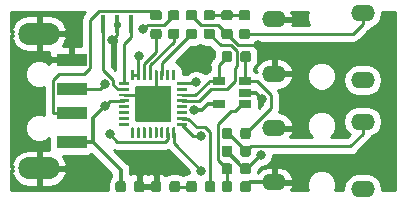
<source format=gtl>
G04 #@! TF.GenerationSoftware,KiCad,Pcbnew,5.0.1-33cea8e~67~ubuntu18.04.1*
G04 #@! TF.CreationDate,2018-10-19T08:25:09+02:00*
G04 #@! TF.ProjectId,audio_interface,617564696F5F696E746572666163652E,rev?*
G04 #@! TF.SameCoordinates,Original*
G04 #@! TF.FileFunction,Copper,L1,Top,Signal*
G04 #@! TF.FilePolarity,Positive*
%FSLAX46Y46*%
G04 Gerber Fmt 4.6, Leading zero omitted, Abs format (unit mm)*
G04 Created by KiCad (PCBNEW 5.0.1-33cea8e~67~ubuntu18.04.1) date Fr 19 Okt 2018 08:25:09 CEST*
%MOMM*%
%LPD*%
G01*
G04 APERTURE LIST*
G04 #@! TA.AperFunction,Conductor*
%ADD10C,0.100000*%
G04 #@! TD*
G04 #@! TA.AperFunction,SMDPad,CuDef*
%ADD11C,0.875000*%
G04 #@! TD*
G04 #@! TA.AperFunction,ComponentPad*
%ADD12O,2.000000X1.400000*%
G04 #@! TD*
G04 #@! TA.AperFunction,SMDPad,CuDef*
%ADD13C,3.100000*%
G04 #@! TD*
G04 #@! TA.AperFunction,SMDPad,CuDef*
%ADD14C,0.250000*%
G04 #@! TD*
G04 #@! TA.AperFunction,SMDPad,CuDef*
%ADD15R,1.060000X0.650000*%
G04 #@! TD*
G04 #@! TA.AperFunction,SMDPad,CuDef*
%ADD16R,0.400000X1.500000*%
G04 #@! TD*
G04 #@! TA.AperFunction,SMDPad,CuDef*
%ADD17R,2.500000X1.100000*%
G04 #@! TD*
G04 #@! TA.AperFunction,ComponentPad*
%ADD18O,3.500000X1.900000*%
G04 #@! TD*
G04 #@! TA.AperFunction,ViaPad*
%ADD19C,0.800000*%
G04 #@! TD*
G04 #@! TA.AperFunction,Conductor*
%ADD20C,0.350000*%
G04 #@! TD*
G04 #@! TA.AperFunction,Conductor*
%ADD21C,0.250000*%
G04 #@! TD*
G04 #@! TA.AperFunction,Conductor*
%ADD22C,0.254000*%
G04 #@! TD*
G04 APERTURE END LIST*
D10*
G04 #@! TO.N,GND*
G04 #@! TO.C,C1*
G36*
X161815691Y-125026053D02*
X161836926Y-125029203D01*
X161857750Y-125034419D01*
X161877962Y-125041651D01*
X161897368Y-125050830D01*
X161915781Y-125061866D01*
X161933024Y-125074654D01*
X161948930Y-125089070D01*
X161963346Y-125104976D01*
X161976134Y-125122219D01*
X161987170Y-125140632D01*
X161996349Y-125160038D01*
X162003581Y-125180250D01*
X162008797Y-125201074D01*
X162011947Y-125222309D01*
X162013000Y-125243750D01*
X162013000Y-125756250D01*
X162011947Y-125777691D01*
X162008797Y-125798926D01*
X162003581Y-125819750D01*
X161996349Y-125839962D01*
X161987170Y-125859368D01*
X161976134Y-125877781D01*
X161963346Y-125895024D01*
X161948930Y-125910930D01*
X161933024Y-125925346D01*
X161915781Y-125938134D01*
X161897368Y-125949170D01*
X161877962Y-125958349D01*
X161857750Y-125965581D01*
X161836926Y-125970797D01*
X161815691Y-125973947D01*
X161794250Y-125975000D01*
X161356750Y-125975000D01*
X161335309Y-125973947D01*
X161314074Y-125970797D01*
X161293250Y-125965581D01*
X161273038Y-125958349D01*
X161253632Y-125949170D01*
X161235219Y-125938134D01*
X161217976Y-125925346D01*
X161202070Y-125910930D01*
X161187654Y-125895024D01*
X161174866Y-125877781D01*
X161163830Y-125859368D01*
X161154651Y-125839962D01*
X161147419Y-125819750D01*
X161142203Y-125798926D01*
X161139053Y-125777691D01*
X161138000Y-125756250D01*
X161138000Y-125243750D01*
X161139053Y-125222309D01*
X161142203Y-125201074D01*
X161147419Y-125180250D01*
X161154651Y-125160038D01*
X161163830Y-125140632D01*
X161174866Y-125122219D01*
X161187654Y-125104976D01*
X161202070Y-125089070D01*
X161217976Y-125074654D01*
X161235219Y-125061866D01*
X161253632Y-125050830D01*
X161273038Y-125041651D01*
X161293250Y-125034419D01*
X161314074Y-125029203D01*
X161335309Y-125026053D01*
X161356750Y-125025000D01*
X161794250Y-125025000D01*
X161815691Y-125026053D01*
X161815691Y-125026053D01*
G37*
D11*
G04 #@! TD*
G04 #@! TO.P,C1,2*
G04 #@! TO.N,GND*
X161575500Y-125500000D03*
D10*
G04 #@! TO.N,VBUS*
G04 #@! TO.C,C1*
G36*
X160240691Y-125026053D02*
X160261926Y-125029203D01*
X160282750Y-125034419D01*
X160302962Y-125041651D01*
X160322368Y-125050830D01*
X160340781Y-125061866D01*
X160358024Y-125074654D01*
X160373930Y-125089070D01*
X160388346Y-125104976D01*
X160401134Y-125122219D01*
X160412170Y-125140632D01*
X160421349Y-125160038D01*
X160428581Y-125180250D01*
X160433797Y-125201074D01*
X160436947Y-125222309D01*
X160438000Y-125243750D01*
X160438000Y-125756250D01*
X160436947Y-125777691D01*
X160433797Y-125798926D01*
X160428581Y-125819750D01*
X160421349Y-125839962D01*
X160412170Y-125859368D01*
X160401134Y-125877781D01*
X160388346Y-125895024D01*
X160373930Y-125910930D01*
X160358024Y-125925346D01*
X160340781Y-125938134D01*
X160322368Y-125949170D01*
X160302962Y-125958349D01*
X160282750Y-125965581D01*
X160261926Y-125970797D01*
X160240691Y-125973947D01*
X160219250Y-125975000D01*
X159781750Y-125975000D01*
X159760309Y-125973947D01*
X159739074Y-125970797D01*
X159718250Y-125965581D01*
X159698038Y-125958349D01*
X159678632Y-125949170D01*
X159660219Y-125938134D01*
X159642976Y-125925346D01*
X159627070Y-125910930D01*
X159612654Y-125895024D01*
X159599866Y-125877781D01*
X159588830Y-125859368D01*
X159579651Y-125839962D01*
X159572419Y-125819750D01*
X159567203Y-125798926D01*
X159564053Y-125777691D01*
X159563000Y-125756250D01*
X159563000Y-125243750D01*
X159564053Y-125222309D01*
X159567203Y-125201074D01*
X159572419Y-125180250D01*
X159579651Y-125160038D01*
X159588830Y-125140632D01*
X159599866Y-125122219D01*
X159612654Y-125104976D01*
X159627070Y-125089070D01*
X159642976Y-125074654D01*
X159660219Y-125061866D01*
X159678632Y-125050830D01*
X159698038Y-125041651D01*
X159718250Y-125034419D01*
X159739074Y-125029203D01*
X159760309Y-125026053D01*
X159781750Y-125025000D01*
X160219250Y-125025000D01*
X160240691Y-125026053D01*
X160240691Y-125026053D01*
G37*
D11*
G04 #@! TD*
G04 #@! TO.P,C1,1*
G04 #@! TO.N,VBUS*
X160000500Y-125500000D03*
D10*
G04 #@! TO.N,Net-(C2-Pad1)*
G04 #@! TO.C,C2*
G36*
X166277691Y-112139053D02*
X166298926Y-112142203D01*
X166319750Y-112147419D01*
X166339962Y-112154651D01*
X166359368Y-112163830D01*
X166377781Y-112174866D01*
X166395024Y-112187654D01*
X166410930Y-112202070D01*
X166425346Y-112217976D01*
X166438134Y-112235219D01*
X166449170Y-112253632D01*
X166458349Y-112273038D01*
X166465581Y-112293250D01*
X166470797Y-112314074D01*
X166473947Y-112335309D01*
X166475000Y-112356750D01*
X166475000Y-112794250D01*
X166473947Y-112815691D01*
X166470797Y-112836926D01*
X166465581Y-112857750D01*
X166458349Y-112877962D01*
X166449170Y-112897368D01*
X166438134Y-112915781D01*
X166425346Y-112933024D01*
X166410930Y-112948930D01*
X166395024Y-112963346D01*
X166377781Y-112976134D01*
X166359368Y-112987170D01*
X166339962Y-112996349D01*
X166319750Y-113003581D01*
X166298926Y-113008797D01*
X166277691Y-113011947D01*
X166256250Y-113013000D01*
X165743750Y-113013000D01*
X165722309Y-113011947D01*
X165701074Y-113008797D01*
X165680250Y-113003581D01*
X165660038Y-112996349D01*
X165640632Y-112987170D01*
X165622219Y-112976134D01*
X165604976Y-112963346D01*
X165589070Y-112948930D01*
X165574654Y-112933024D01*
X165561866Y-112915781D01*
X165550830Y-112897368D01*
X165541651Y-112877962D01*
X165534419Y-112857750D01*
X165529203Y-112836926D01*
X165526053Y-112815691D01*
X165525000Y-112794250D01*
X165525000Y-112356750D01*
X165526053Y-112335309D01*
X165529203Y-112314074D01*
X165534419Y-112293250D01*
X165541651Y-112273038D01*
X165550830Y-112253632D01*
X165561866Y-112235219D01*
X165574654Y-112217976D01*
X165589070Y-112202070D01*
X165604976Y-112187654D01*
X165622219Y-112174866D01*
X165640632Y-112163830D01*
X165660038Y-112154651D01*
X165680250Y-112147419D01*
X165701074Y-112142203D01*
X165722309Y-112139053D01*
X165743750Y-112138000D01*
X166256250Y-112138000D01*
X166277691Y-112139053D01*
X166277691Y-112139053D01*
G37*
D11*
G04 #@! TD*
G04 #@! TO.P,C2,1*
G04 #@! TO.N,Net-(C2-Pad1)*
X166000000Y-112575500D03*
D10*
G04 #@! TO.N,GND*
G04 #@! TO.C,C2*
G36*
X166277691Y-110564053D02*
X166298926Y-110567203D01*
X166319750Y-110572419D01*
X166339962Y-110579651D01*
X166359368Y-110588830D01*
X166377781Y-110599866D01*
X166395024Y-110612654D01*
X166410930Y-110627070D01*
X166425346Y-110642976D01*
X166438134Y-110660219D01*
X166449170Y-110678632D01*
X166458349Y-110698038D01*
X166465581Y-110718250D01*
X166470797Y-110739074D01*
X166473947Y-110760309D01*
X166475000Y-110781750D01*
X166475000Y-111219250D01*
X166473947Y-111240691D01*
X166470797Y-111261926D01*
X166465581Y-111282750D01*
X166458349Y-111302962D01*
X166449170Y-111322368D01*
X166438134Y-111340781D01*
X166425346Y-111358024D01*
X166410930Y-111373930D01*
X166395024Y-111388346D01*
X166377781Y-111401134D01*
X166359368Y-111412170D01*
X166339962Y-111421349D01*
X166319750Y-111428581D01*
X166298926Y-111433797D01*
X166277691Y-111436947D01*
X166256250Y-111438000D01*
X165743750Y-111438000D01*
X165722309Y-111436947D01*
X165701074Y-111433797D01*
X165680250Y-111428581D01*
X165660038Y-111421349D01*
X165640632Y-111412170D01*
X165622219Y-111401134D01*
X165604976Y-111388346D01*
X165589070Y-111373930D01*
X165574654Y-111358024D01*
X165561866Y-111340781D01*
X165550830Y-111322368D01*
X165541651Y-111302962D01*
X165534419Y-111282750D01*
X165529203Y-111261926D01*
X165526053Y-111240691D01*
X165525000Y-111219250D01*
X165525000Y-110781750D01*
X165526053Y-110760309D01*
X165529203Y-110739074D01*
X165534419Y-110718250D01*
X165541651Y-110698038D01*
X165550830Y-110678632D01*
X165561866Y-110660219D01*
X165574654Y-110642976D01*
X165589070Y-110627070D01*
X165604976Y-110612654D01*
X165622219Y-110599866D01*
X165640632Y-110588830D01*
X165660038Y-110579651D01*
X165680250Y-110572419D01*
X165701074Y-110567203D01*
X165722309Y-110564053D01*
X165743750Y-110563000D01*
X166256250Y-110563000D01*
X166277691Y-110564053D01*
X166277691Y-110564053D01*
G37*
D11*
G04 #@! TD*
G04 #@! TO.P,C2,2*
G04 #@! TO.N,GND*
X166000000Y-111000500D03*
D10*
G04 #@! TO.N,Net-(C3-Pad1)*
G04 #@! TO.C,C3*
G36*
X170815691Y-120526053D02*
X170836926Y-120529203D01*
X170857750Y-120534419D01*
X170877962Y-120541651D01*
X170897368Y-120550830D01*
X170915781Y-120561866D01*
X170933024Y-120574654D01*
X170948930Y-120589070D01*
X170963346Y-120604976D01*
X170976134Y-120622219D01*
X170987170Y-120640632D01*
X170996349Y-120660038D01*
X171003581Y-120680250D01*
X171008797Y-120701074D01*
X171011947Y-120722309D01*
X171013000Y-120743750D01*
X171013000Y-121256250D01*
X171011947Y-121277691D01*
X171008797Y-121298926D01*
X171003581Y-121319750D01*
X170996349Y-121339962D01*
X170987170Y-121359368D01*
X170976134Y-121377781D01*
X170963346Y-121395024D01*
X170948930Y-121410930D01*
X170933024Y-121425346D01*
X170915781Y-121438134D01*
X170897368Y-121449170D01*
X170877962Y-121458349D01*
X170857750Y-121465581D01*
X170836926Y-121470797D01*
X170815691Y-121473947D01*
X170794250Y-121475000D01*
X170356750Y-121475000D01*
X170335309Y-121473947D01*
X170314074Y-121470797D01*
X170293250Y-121465581D01*
X170273038Y-121458349D01*
X170253632Y-121449170D01*
X170235219Y-121438134D01*
X170217976Y-121425346D01*
X170202070Y-121410930D01*
X170187654Y-121395024D01*
X170174866Y-121377781D01*
X170163830Y-121359368D01*
X170154651Y-121339962D01*
X170147419Y-121319750D01*
X170142203Y-121298926D01*
X170139053Y-121277691D01*
X170138000Y-121256250D01*
X170138000Y-120743750D01*
X170139053Y-120722309D01*
X170142203Y-120701074D01*
X170147419Y-120680250D01*
X170154651Y-120660038D01*
X170163830Y-120640632D01*
X170174866Y-120622219D01*
X170187654Y-120604976D01*
X170202070Y-120589070D01*
X170217976Y-120574654D01*
X170235219Y-120561866D01*
X170253632Y-120550830D01*
X170273038Y-120541651D01*
X170293250Y-120534419D01*
X170314074Y-120529203D01*
X170335309Y-120526053D01*
X170356750Y-120525000D01*
X170794250Y-120525000D01*
X170815691Y-120526053D01*
X170815691Y-120526053D01*
G37*
D11*
G04 #@! TD*
G04 #@! TO.P,C3,1*
G04 #@! TO.N,Net-(C3-Pad1)*
X170575500Y-121000000D03*
D10*
G04 #@! TO.N,Net-(C3-Pad2)*
G04 #@! TO.C,C3*
G36*
X169240691Y-120526053D02*
X169261926Y-120529203D01*
X169282750Y-120534419D01*
X169302962Y-120541651D01*
X169322368Y-120550830D01*
X169340781Y-120561866D01*
X169358024Y-120574654D01*
X169373930Y-120589070D01*
X169388346Y-120604976D01*
X169401134Y-120622219D01*
X169412170Y-120640632D01*
X169421349Y-120660038D01*
X169428581Y-120680250D01*
X169433797Y-120701074D01*
X169436947Y-120722309D01*
X169438000Y-120743750D01*
X169438000Y-121256250D01*
X169436947Y-121277691D01*
X169433797Y-121298926D01*
X169428581Y-121319750D01*
X169421349Y-121339962D01*
X169412170Y-121359368D01*
X169401134Y-121377781D01*
X169388346Y-121395024D01*
X169373930Y-121410930D01*
X169358024Y-121425346D01*
X169340781Y-121438134D01*
X169322368Y-121449170D01*
X169302962Y-121458349D01*
X169282750Y-121465581D01*
X169261926Y-121470797D01*
X169240691Y-121473947D01*
X169219250Y-121475000D01*
X168781750Y-121475000D01*
X168760309Y-121473947D01*
X168739074Y-121470797D01*
X168718250Y-121465581D01*
X168698038Y-121458349D01*
X168678632Y-121449170D01*
X168660219Y-121438134D01*
X168642976Y-121425346D01*
X168627070Y-121410930D01*
X168612654Y-121395024D01*
X168599866Y-121377781D01*
X168588830Y-121359368D01*
X168579651Y-121339962D01*
X168572419Y-121319750D01*
X168567203Y-121298926D01*
X168564053Y-121277691D01*
X168563000Y-121256250D01*
X168563000Y-120743750D01*
X168564053Y-120722309D01*
X168567203Y-120701074D01*
X168572419Y-120680250D01*
X168579651Y-120660038D01*
X168588830Y-120640632D01*
X168599866Y-120622219D01*
X168612654Y-120604976D01*
X168627070Y-120589070D01*
X168642976Y-120574654D01*
X168660219Y-120561866D01*
X168678632Y-120550830D01*
X168698038Y-120541651D01*
X168718250Y-120534419D01*
X168739074Y-120529203D01*
X168760309Y-120526053D01*
X168781750Y-120525000D01*
X169219250Y-120525000D01*
X169240691Y-120526053D01*
X169240691Y-120526053D01*
G37*
D11*
G04 #@! TD*
G04 #@! TO.P,C3,2*
G04 #@! TO.N,Net-(C3-Pad2)*
X169000500Y-121000000D03*
D10*
G04 #@! TO.N,GND*
G04 #@! TO.C,C4*
G36*
X169277691Y-112139053D02*
X169298926Y-112142203D01*
X169319750Y-112147419D01*
X169339962Y-112154651D01*
X169359368Y-112163830D01*
X169377781Y-112174866D01*
X169395024Y-112187654D01*
X169410930Y-112202070D01*
X169425346Y-112217976D01*
X169438134Y-112235219D01*
X169449170Y-112253632D01*
X169458349Y-112273038D01*
X169465581Y-112293250D01*
X169470797Y-112314074D01*
X169473947Y-112335309D01*
X169475000Y-112356750D01*
X169475000Y-112794250D01*
X169473947Y-112815691D01*
X169470797Y-112836926D01*
X169465581Y-112857750D01*
X169458349Y-112877962D01*
X169449170Y-112897368D01*
X169438134Y-112915781D01*
X169425346Y-112933024D01*
X169410930Y-112948930D01*
X169395024Y-112963346D01*
X169377781Y-112976134D01*
X169359368Y-112987170D01*
X169339962Y-112996349D01*
X169319750Y-113003581D01*
X169298926Y-113008797D01*
X169277691Y-113011947D01*
X169256250Y-113013000D01*
X168743750Y-113013000D01*
X168722309Y-113011947D01*
X168701074Y-113008797D01*
X168680250Y-113003581D01*
X168660038Y-112996349D01*
X168640632Y-112987170D01*
X168622219Y-112976134D01*
X168604976Y-112963346D01*
X168589070Y-112948930D01*
X168574654Y-112933024D01*
X168561866Y-112915781D01*
X168550830Y-112897368D01*
X168541651Y-112877962D01*
X168534419Y-112857750D01*
X168529203Y-112836926D01*
X168526053Y-112815691D01*
X168525000Y-112794250D01*
X168525000Y-112356750D01*
X168526053Y-112335309D01*
X168529203Y-112314074D01*
X168534419Y-112293250D01*
X168541651Y-112273038D01*
X168550830Y-112253632D01*
X168561866Y-112235219D01*
X168574654Y-112217976D01*
X168589070Y-112202070D01*
X168604976Y-112187654D01*
X168622219Y-112174866D01*
X168640632Y-112163830D01*
X168660038Y-112154651D01*
X168680250Y-112147419D01*
X168701074Y-112142203D01*
X168722309Y-112139053D01*
X168743750Y-112138000D01*
X169256250Y-112138000D01*
X169277691Y-112139053D01*
X169277691Y-112139053D01*
G37*
D11*
G04 #@! TD*
G04 #@! TO.P,C4,2*
G04 #@! TO.N,GND*
X169000000Y-112575500D03*
D10*
G04 #@! TO.N,Net-(C4-Pad1)*
G04 #@! TO.C,C4*
G36*
X169277691Y-110564053D02*
X169298926Y-110567203D01*
X169319750Y-110572419D01*
X169339962Y-110579651D01*
X169359368Y-110588830D01*
X169377781Y-110599866D01*
X169395024Y-110612654D01*
X169410930Y-110627070D01*
X169425346Y-110642976D01*
X169438134Y-110660219D01*
X169449170Y-110678632D01*
X169458349Y-110698038D01*
X169465581Y-110718250D01*
X169470797Y-110739074D01*
X169473947Y-110760309D01*
X169475000Y-110781750D01*
X169475000Y-111219250D01*
X169473947Y-111240691D01*
X169470797Y-111261926D01*
X169465581Y-111282750D01*
X169458349Y-111302962D01*
X169449170Y-111322368D01*
X169438134Y-111340781D01*
X169425346Y-111358024D01*
X169410930Y-111373930D01*
X169395024Y-111388346D01*
X169377781Y-111401134D01*
X169359368Y-111412170D01*
X169339962Y-111421349D01*
X169319750Y-111428581D01*
X169298926Y-111433797D01*
X169277691Y-111436947D01*
X169256250Y-111438000D01*
X168743750Y-111438000D01*
X168722309Y-111436947D01*
X168701074Y-111433797D01*
X168680250Y-111428581D01*
X168660038Y-111421349D01*
X168640632Y-111412170D01*
X168622219Y-111401134D01*
X168604976Y-111388346D01*
X168589070Y-111373930D01*
X168574654Y-111358024D01*
X168561866Y-111340781D01*
X168550830Y-111322368D01*
X168541651Y-111302962D01*
X168534419Y-111282750D01*
X168529203Y-111261926D01*
X168526053Y-111240691D01*
X168525000Y-111219250D01*
X168525000Y-110781750D01*
X168526053Y-110760309D01*
X168529203Y-110739074D01*
X168534419Y-110718250D01*
X168541651Y-110698038D01*
X168550830Y-110678632D01*
X168561866Y-110660219D01*
X168574654Y-110642976D01*
X168589070Y-110627070D01*
X168604976Y-110612654D01*
X168622219Y-110599866D01*
X168640632Y-110588830D01*
X168660038Y-110579651D01*
X168680250Y-110572419D01*
X168701074Y-110567203D01*
X168722309Y-110564053D01*
X168743750Y-110563000D01*
X169256250Y-110563000D01*
X169277691Y-110564053D01*
X169277691Y-110564053D01*
G37*
D11*
G04 #@! TD*
G04 #@! TO.P,C4,1*
G04 #@! TO.N,Net-(C4-Pad1)*
X169000000Y-111000500D03*
D10*
G04 #@! TO.N,Net-(C5-Pad1)*
G04 #@! TO.C,C5*
G36*
X170777691Y-112139053D02*
X170798926Y-112142203D01*
X170819750Y-112147419D01*
X170839962Y-112154651D01*
X170859368Y-112163830D01*
X170877781Y-112174866D01*
X170895024Y-112187654D01*
X170910930Y-112202070D01*
X170925346Y-112217976D01*
X170938134Y-112235219D01*
X170949170Y-112253632D01*
X170958349Y-112273038D01*
X170965581Y-112293250D01*
X170970797Y-112314074D01*
X170973947Y-112335309D01*
X170975000Y-112356750D01*
X170975000Y-112794250D01*
X170973947Y-112815691D01*
X170970797Y-112836926D01*
X170965581Y-112857750D01*
X170958349Y-112877962D01*
X170949170Y-112897368D01*
X170938134Y-112915781D01*
X170925346Y-112933024D01*
X170910930Y-112948930D01*
X170895024Y-112963346D01*
X170877781Y-112976134D01*
X170859368Y-112987170D01*
X170839962Y-112996349D01*
X170819750Y-113003581D01*
X170798926Y-113008797D01*
X170777691Y-113011947D01*
X170756250Y-113013000D01*
X170243750Y-113013000D01*
X170222309Y-113011947D01*
X170201074Y-113008797D01*
X170180250Y-113003581D01*
X170160038Y-112996349D01*
X170140632Y-112987170D01*
X170122219Y-112976134D01*
X170104976Y-112963346D01*
X170089070Y-112948930D01*
X170074654Y-112933024D01*
X170061866Y-112915781D01*
X170050830Y-112897368D01*
X170041651Y-112877962D01*
X170034419Y-112857750D01*
X170029203Y-112836926D01*
X170026053Y-112815691D01*
X170025000Y-112794250D01*
X170025000Y-112356750D01*
X170026053Y-112335309D01*
X170029203Y-112314074D01*
X170034419Y-112293250D01*
X170041651Y-112273038D01*
X170050830Y-112253632D01*
X170061866Y-112235219D01*
X170074654Y-112217976D01*
X170089070Y-112202070D01*
X170104976Y-112187654D01*
X170122219Y-112174866D01*
X170140632Y-112163830D01*
X170160038Y-112154651D01*
X170180250Y-112147419D01*
X170201074Y-112142203D01*
X170222309Y-112139053D01*
X170243750Y-112138000D01*
X170756250Y-112138000D01*
X170777691Y-112139053D01*
X170777691Y-112139053D01*
G37*
D11*
G04 #@! TD*
G04 #@! TO.P,C5,1*
G04 #@! TO.N,Net-(C5-Pad1)*
X170500000Y-112575500D03*
D10*
G04 #@! TO.N,Net-(C4-Pad1)*
G04 #@! TO.C,C5*
G36*
X170777691Y-110564053D02*
X170798926Y-110567203D01*
X170819750Y-110572419D01*
X170839962Y-110579651D01*
X170859368Y-110588830D01*
X170877781Y-110599866D01*
X170895024Y-110612654D01*
X170910930Y-110627070D01*
X170925346Y-110642976D01*
X170938134Y-110660219D01*
X170949170Y-110678632D01*
X170958349Y-110698038D01*
X170965581Y-110718250D01*
X170970797Y-110739074D01*
X170973947Y-110760309D01*
X170975000Y-110781750D01*
X170975000Y-111219250D01*
X170973947Y-111240691D01*
X170970797Y-111261926D01*
X170965581Y-111282750D01*
X170958349Y-111302962D01*
X170949170Y-111322368D01*
X170938134Y-111340781D01*
X170925346Y-111358024D01*
X170910930Y-111373930D01*
X170895024Y-111388346D01*
X170877781Y-111401134D01*
X170859368Y-111412170D01*
X170839962Y-111421349D01*
X170819750Y-111428581D01*
X170798926Y-111433797D01*
X170777691Y-111436947D01*
X170756250Y-111438000D01*
X170243750Y-111438000D01*
X170222309Y-111436947D01*
X170201074Y-111433797D01*
X170180250Y-111428581D01*
X170160038Y-111421349D01*
X170140632Y-111412170D01*
X170122219Y-111401134D01*
X170104976Y-111388346D01*
X170089070Y-111373930D01*
X170074654Y-111358024D01*
X170061866Y-111340781D01*
X170050830Y-111322368D01*
X170041651Y-111302962D01*
X170034419Y-111282750D01*
X170029203Y-111261926D01*
X170026053Y-111240691D01*
X170025000Y-111219250D01*
X170025000Y-110781750D01*
X170026053Y-110760309D01*
X170029203Y-110739074D01*
X170034419Y-110718250D01*
X170041651Y-110698038D01*
X170050830Y-110678632D01*
X170061866Y-110660219D01*
X170074654Y-110642976D01*
X170089070Y-110627070D01*
X170104976Y-110612654D01*
X170122219Y-110599866D01*
X170140632Y-110588830D01*
X170160038Y-110579651D01*
X170180250Y-110572419D01*
X170201074Y-110567203D01*
X170222309Y-110564053D01*
X170243750Y-110563000D01*
X170756250Y-110563000D01*
X170777691Y-110564053D01*
X170777691Y-110564053D01*
G37*
D11*
G04 #@! TD*
G04 #@! TO.P,C5,2*
G04 #@! TO.N,Net-(C4-Pad1)*
X170500000Y-111000500D03*
D10*
G04 #@! TO.N,GND*
G04 #@! TO.C,D1*
G36*
X163240691Y-125026053D02*
X163261926Y-125029203D01*
X163282750Y-125034419D01*
X163302962Y-125041651D01*
X163322368Y-125050830D01*
X163340781Y-125061866D01*
X163358024Y-125074654D01*
X163373930Y-125089070D01*
X163388346Y-125104976D01*
X163401134Y-125122219D01*
X163412170Y-125140632D01*
X163421349Y-125160038D01*
X163428581Y-125180250D01*
X163433797Y-125201074D01*
X163436947Y-125222309D01*
X163438000Y-125243750D01*
X163438000Y-125756250D01*
X163436947Y-125777691D01*
X163433797Y-125798926D01*
X163428581Y-125819750D01*
X163421349Y-125839962D01*
X163412170Y-125859368D01*
X163401134Y-125877781D01*
X163388346Y-125895024D01*
X163373930Y-125910930D01*
X163358024Y-125925346D01*
X163340781Y-125938134D01*
X163322368Y-125949170D01*
X163302962Y-125958349D01*
X163282750Y-125965581D01*
X163261926Y-125970797D01*
X163240691Y-125973947D01*
X163219250Y-125975000D01*
X162781750Y-125975000D01*
X162760309Y-125973947D01*
X162739074Y-125970797D01*
X162718250Y-125965581D01*
X162698038Y-125958349D01*
X162678632Y-125949170D01*
X162660219Y-125938134D01*
X162642976Y-125925346D01*
X162627070Y-125910930D01*
X162612654Y-125895024D01*
X162599866Y-125877781D01*
X162588830Y-125859368D01*
X162579651Y-125839962D01*
X162572419Y-125819750D01*
X162567203Y-125798926D01*
X162564053Y-125777691D01*
X162563000Y-125756250D01*
X162563000Y-125243750D01*
X162564053Y-125222309D01*
X162567203Y-125201074D01*
X162572419Y-125180250D01*
X162579651Y-125160038D01*
X162588830Y-125140632D01*
X162599866Y-125122219D01*
X162612654Y-125104976D01*
X162627070Y-125089070D01*
X162642976Y-125074654D01*
X162660219Y-125061866D01*
X162678632Y-125050830D01*
X162698038Y-125041651D01*
X162718250Y-125034419D01*
X162739074Y-125029203D01*
X162760309Y-125026053D01*
X162781750Y-125025000D01*
X163219250Y-125025000D01*
X163240691Y-125026053D01*
X163240691Y-125026053D01*
G37*
D11*
G04 #@! TD*
G04 #@! TO.P,D1,1*
G04 #@! TO.N,GND*
X163000500Y-125500000D03*
D10*
G04 #@! TO.N,Net-(D1-Pad2)*
G04 #@! TO.C,D1*
G36*
X164815691Y-125026053D02*
X164836926Y-125029203D01*
X164857750Y-125034419D01*
X164877962Y-125041651D01*
X164897368Y-125050830D01*
X164915781Y-125061866D01*
X164933024Y-125074654D01*
X164948930Y-125089070D01*
X164963346Y-125104976D01*
X164976134Y-125122219D01*
X164987170Y-125140632D01*
X164996349Y-125160038D01*
X165003581Y-125180250D01*
X165008797Y-125201074D01*
X165011947Y-125222309D01*
X165013000Y-125243750D01*
X165013000Y-125756250D01*
X165011947Y-125777691D01*
X165008797Y-125798926D01*
X165003581Y-125819750D01*
X164996349Y-125839962D01*
X164987170Y-125859368D01*
X164976134Y-125877781D01*
X164963346Y-125895024D01*
X164948930Y-125910930D01*
X164933024Y-125925346D01*
X164915781Y-125938134D01*
X164897368Y-125949170D01*
X164877962Y-125958349D01*
X164857750Y-125965581D01*
X164836926Y-125970797D01*
X164815691Y-125973947D01*
X164794250Y-125975000D01*
X164356750Y-125975000D01*
X164335309Y-125973947D01*
X164314074Y-125970797D01*
X164293250Y-125965581D01*
X164273038Y-125958349D01*
X164253632Y-125949170D01*
X164235219Y-125938134D01*
X164217976Y-125925346D01*
X164202070Y-125910930D01*
X164187654Y-125895024D01*
X164174866Y-125877781D01*
X164163830Y-125859368D01*
X164154651Y-125839962D01*
X164147419Y-125819750D01*
X164142203Y-125798926D01*
X164139053Y-125777691D01*
X164138000Y-125756250D01*
X164138000Y-125243750D01*
X164139053Y-125222309D01*
X164142203Y-125201074D01*
X164147419Y-125180250D01*
X164154651Y-125160038D01*
X164163830Y-125140632D01*
X164174866Y-125122219D01*
X164187654Y-125104976D01*
X164202070Y-125089070D01*
X164217976Y-125074654D01*
X164235219Y-125061866D01*
X164253632Y-125050830D01*
X164273038Y-125041651D01*
X164293250Y-125034419D01*
X164314074Y-125029203D01*
X164335309Y-125026053D01*
X164356750Y-125025000D01*
X164794250Y-125025000D01*
X164815691Y-125026053D01*
X164815691Y-125026053D01*
G37*
D11*
G04 #@! TD*
G04 #@! TO.P,D1,2*
G04 #@! TO.N,Net-(D1-Pad2)*
X164575500Y-125500000D03*
D12*
G04 #@! TO.P,J3,T*
G04 #@! TO.N,Net-(C5-Pad1)*
X180500000Y-110800000D03*
X180500000Y-116500000D03*
G04 #@! TO.P,J3,S*
G04 #@! TO.N,GND*
X173000000Y-111350000D03*
G04 #@! TO.P,J3,R*
X173000000Y-115950000D03*
G04 #@! TD*
G04 #@! TO.P,J4,R*
G04 #@! TO.N,GND*
X173000000Y-125150000D03*
G04 #@! TO.P,J4,S*
X173000000Y-120550000D03*
G04 #@! TO.P,J4,T*
G04 #@! TO.N,Net-(C3-Pad2)*
X180500000Y-125700000D03*
X180500000Y-120000000D03*
G04 #@! TD*
D10*
G04 #@! TO.N,Net-(R1-Pad1)*
G04 #@! TO.C,R1*
G36*
X164777691Y-112139053D02*
X164798926Y-112142203D01*
X164819750Y-112147419D01*
X164839962Y-112154651D01*
X164859368Y-112163830D01*
X164877781Y-112174866D01*
X164895024Y-112187654D01*
X164910930Y-112202070D01*
X164925346Y-112217976D01*
X164938134Y-112235219D01*
X164949170Y-112253632D01*
X164958349Y-112273038D01*
X164965581Y-112293250D01*
X164970797Y-112314074D01*
X164973947Y-112335309D01*
X164975000Y-112356750D01*
X164975000Y-112794250D01*
X164973947Y-112815691D01*
X164970797Y-112836926D01*
X164965581Y-112857750D01*
X164958349Y-112877962D01*
X164949170Y-112897368D01*
X164938134Y-112915781D01*
X164925346Y-112933024D01*
X164910930Y-112948930D01*
X164895024Y-112963346D01*
X164877781Y-112976134D01*
X164859368Y-112987170D01*
X164839962Y-112996349D01*
X164819750Y-113003581D01*
X164798926Y-113008797D01*
X164777691Y-113011947D01*
X164756250Y-113013000D01*
X164243750Y-113013000D01*
X164222309Y-113011947D01*
X164201074Y-113008797D01*
X164180250Y-113003581D01*
X164160038Y-112996349D01*
X164140632Y-112987170D01*
X164122219Y-112976134D01*
X164104976Y-112963346D01*
X164089070Y-112948930D01*
X164074654Y-112933024D01*
X164061866Y-112915781D01*
X164050830Y-112897368D01*
X164041651Y-112877962D01*
X164034419Y-112857750D01*
X164029203Y-112836926D01*
X164026053Y-112815691D01*
X164025000Y-112794250D01*
X164025000Y-112356750D01*
X164026053Y-112335309D01*
X164029203Y-112314074D01*
X164034419Y-112293250D01*
X164041651Y-112273038D01*
X164050830Y-112253632D01*
X164061866Y-112235219D01*
X164074654Y-112217976D01*
X164089070Y-112202070D01*
X164104976Y-112187654D01*
X164122219Y-112174866D01*
X164140632Y-112163830D01*
X164160038Y-112154651D01*
X164180250Y-112147419D01*
X164201074Y-112142203D01*
X164222309Y-112139053D01*
X164243750Y-112138000D01*
X164756250Y-112138000D01*
X164777691Y-112139053D01*
X164777691Y-112139053D01*
G37*
D11*
G04 #@! TD*
G04 #@! TO.P,R1,1*
G04 #@! TO.N,Net-(R1-Pad1)*
X164500000Y-112575500D03*
D10*
G04 #@! TO.N,Net-(J1-Pad3)*
G04 #@! TO.C,R1*
G36*
X164777691Y-110564053D02*
X164798926Y-110567203D01*
X164819750Y-110572419D01*
X164839962Y-110579651D01*
X164859368Y-110588830D01*
X164877781Y-110599866D01*
X164895024Y-110612654D01*
X164910930Y-110627070D01*
X164925346Y-110642976D01*
X164938134Y-110660219D01*
X164949170Y-110678632D01*
X164958349Y-110698038D01*
X164965581Y-110718250D01*
X164970797Y-110739074D01*
X164973947Y-110760309D01*
X164975000Y-110781750D01*
X164975000Y-111219250D01*
X164973947Y-111240691D01*
X164970797Y-111261926D01*
X164965581Y-111282750D01*
X164958349Y-111302962D01*
X164949170Y-111322368D01*
X164938134Y-111340781D01*
X164925346Y-111358024D01*
X164910930Y-111373930D01*
X164895024Y-111388346D01*
X164877781Y-111401134D01*
X164859368Y-111412170D01*
X164839962Y-111421349D01*
X164819750Y-111428581D01*
X164798926Y-111433797D01*
X164777691Y-111436947D01*
X164756250Y-111438000D01*
X164243750Y-111438000D01*
X164222309Y-111436947D01*
X164201074Y-111433797D01*
X164180250Y-111428581D01*
X164160038Y-111421349D01*
X164140632Y-111412170D01*
X164122219Y-111401134D01*
X164104976Y-111388346D01*
X164089070Y-111373930D01*
X164074654Y-111358024D01*
X164061866Y-111340781D01*
X164050830Y-111322368D01*
X164041651Y-111302962D01*
X164034419Y-111282750D01*
X164029203Y-111261926D01*
X164026053Y-111240691D01*
X164025000Y-111219250D01*
X164025000Y-110781750D01*
X164026053Y-110760309D01*
X164029203Y-110739074D01*
X164034419Y-110718250D01*
X164041651Y-110698038D01*
X164050830Y-110678632D01*
X164061866Y-110660219D01*
X164074654Y-110642976D01*
X164089070Y-110627070D01*
X164104976Y-110612654D01*
X164122219Y-110599866D01*
X164140632Y-110588830D01*
X164160038Y-110579651D01*
X164180250Y-110572419D01*
X164201074Y-110567203D01*
X164222309Y-110564053D01*
X164243750Y-110563000D01*
X164756250Y-110563000D01*
X164777691Y-110564053D01*
X164777691Y-110564053D01*
G37*
D11*
G04 #@! TD*
G04 #@! TO.P,R1,2*
G04 #@! TO.N,Net-(J1-Pad3)*
X164500000Y-111000500D03*
D10*
G04 #@! TO.N,Net-(J1-Pad2)*
G04 #@! TO.C,R2*
G36*
X163277691Y-110564053D02*
X163298926Y-110567203D01*
X163319750Y-110572419D01*
X163339962Y-110579651D01*
X163359368Y-110588830D01*
X163377781Y-110599866D01*
X163395024Y-110612654D01*
X163410930Y-110627070D01*
X163425346Y-110642976D01*
X163438134Y-110660219D01*
X163449170Y-110678632D01*
X163458349Y-110698038D01*
X163465581Y-110718250D01*
X163470797Y-110739074D01*
X163473947Y-110760309D01*
X163475000Y-110781750D01*
X163475000Y-111219250D01*
X163473947Y-111240691D01*
X163470797Y-111261926D01*
X163465581Y-111282750D01*
X163458349Y-111302962D01*
X163449170Y-111322368D01*
X163438134Y-111340781D01*
X163425346Y-111358024D01*
X163410930Y-111373930D01*
X163395024Y-111388346D01*
X163377781Y-111401134D01*
X163359368Y-111412170D01*
X163339962Y-111421349D01*
X163319750Y-111428581D01*
X163298926Y-111433797D01*
X163277691Y-111436947D01*
X163256250Y-111438000D01*
X162743750Y-111438000D01*
X162722309Y-111436947D01*
X162701074Y-111433797D01*
X162680250Y-111428581D01*
X162660038Y-111421349D01*
X162640632Y-111412170D01*
X162622219Y-111401134D01*
X162604976Y-111388346D01*
X162589070Y-111373930D01*
X162574654Y-111358024D01*
X162561866Y-111340781D01*
X162550830Y-111322368D01*
X162541651Y-111302962D01*
X162534419Y-111282750D01*
X162529203Y-111261926D01*
X162526053Y-111240691D01*
X162525000Y-111219250D01*
X162525000Y-110781750D01*
X162526053Y-110760309D01*
X162529203Y-110739074D01*
X162534419Y-110718250D01*
X162541651Y-110698038D01*
X162550830Y-110678632D01*
X162561866Y-110660219D01*
X162574654Y-110642976D01*
X162589070Y-110627070D01*
X162604976Y-110612654D01*
X162622219Y-110599866D01*
X162640632Y-110588830D01*
X162660038Y-110579651D01*
X162680250Y-110572419D01*
X162701074Y-110567203D01*
X162722309Y-110564053D01*
X162743750Y-110563000D01*
X163256250Y-110563000D01*
X163277691Y-110564053D01*
X163277691Y-110564053D01*
G37*
D11*
G04 #@! TD*
G04 #@! TO.P,R2,2*
G04 #@! TO.N,Net-(J1-Pad2)*
X163000000Y-111000500D03*
D10*
G04 #@! TO.N,Net-(R2-Pad1)*
G04 #@! TO.C,R2*
G36*
X163277691Y-112139053D02*
X163298926Y-112142203D01*
X163319750Y-112147419D01*
X163339962Y-112154651D01*
X163359368Y-112163830D01*
X163377781Y-112174866D01*
X163395024Y-112187654D01*
X163410930Y-112202070D01*
X163425346Y-112217976D01*
X163438134Y-112235219D01*
X163449170Y-112253632D01*
X163458349Y-112273038D01*
X163465581Y-112293250D01*
X163470797Y-112314074D01*
X163473947Y-112335309D01*
X163475000Y-112356750D01*
X163475000Y-112794250D01*
X163473947Y-112815691D01*
X163470797Y-112836926D01*
X163465581Y-112857750D01*
X163458349Y-112877962D01*
X163449170Y-112897368D01*
X163438134Y-112915781D01*
X163425346Y-112933024D01*
X163410930Y-112948930D01*
X163395024Y-112963346D01*
X163377781Y-112976134D01*
X163359368Y-112987170D01*
X163339962Y-112996349D01*
X163319750Y-113003581D01*
X163298926Y-113008797D01*
X163277691Y-113011947D01*
X163256250Y-113013000D01*
X162743750Y-113013000D01*
X162722309Y-113011947D01*
X162701074Y-113008797D01*
X162680250Y-113003581D01*
X162660038Y-112996349D01*
X162640632Y-112987170D01*
X162622219Y-112976134D01*
X162604976Y-112963346D01*
X162589070Y-112948930D01*
X162574654Y-112933024D01*
X162561866Y-112915781D01*
X162550830Y-112897368D01*
X162541651Y-112877962D01*
X162534419Y-112857750D01*
X162529203Y-112836926D01*
X162526053Y-112815691D01*
X162525000Y-112794250D01*
X162525000Y-112356750D01*
X162526053Y-112335309D01*
X162529203Y-112314074D01*
X162534419Y-112293250D01*
X162541651Y-112273038D01*
X162550830Y-112253632D01*
X162561866Y-112235219D01*
X162574654Y-112217976D01*
X162589070Y-112202070D01*
X162604976Y-112187654D01*
X162622219Y-112174866D01*
X162640632Y-112163830D01*
X162660038Y-112154651D01*
X162680250Y-112147419D01*
X162701074Y-112142203D01*
X162722309Y-112139053D01*
X162743750Y-112138000D01*
X163256250Y-112138000D01*
X163277691Y-112139053D01*
X163277691Y-112139053D01*
G37*
D11*
G04 #@! TD*
G04 #@! TO.P,R2,1*
G04 #@! TO.N,Net-(R2-Pad1)*
X163000000Y-112575500D03*
D10*
G04 #@! TO.N,/LED*
G04 #@! TO.C,R3*
G36*
X167815691Y-125026053D02*
X167836926Y-125029203D01*
X167857750Y-125034419D01*
X167877962Y-125041651D01*
X167897368Y-125050830D01*
X167915781Y-125061866D01*
X167933024Y-125074654D01*
X167948930Y-125089070D01*
X167963346Y-125104976D01*
X167976134Y-125122219D01*
X167987170Y-125140632D01*
X167996349Y-125160038D01*
X168003581Y-125180250D01*
X168008797Y-125201074D01*
X168011947Y-125222309D01*
X168013000Y-125243750D01*
X168013000Y-125756250D01*
X168011947Y-125777691D01*
X168008797Y-125798926D01*
X168003581Y-125819750D01*
X167996349Y-125839962D01*
X167987170Y-125859368D01*
X167976134Y-125877781D01*
X167963346Y-125895024D01*
X167948930Y-125910930D01*
X167933024Y-125925346D01*
X167915781Y-125938134D01*
X167897368Y-125949170D01*
X167877962Y-125958349D01*
X167857750Y-125965581D01*
X167836926Y-125970797D01*
X167815691Y-125973947D01*
X167794250Y-125975000D01*
X167356750Y-125975000D01*
X167335309Y-125973947D01*
X167314074Y-125970797D01*
X167293250Y-125965581D01*
X167273038Y-125958349D01*
X167253632Y-125949170D01*
X167235219Y-125938134D01*
X167217976Y-125925346D01*
X167202070Y-125910930D01*
X167187654Y-125895024D01*
X167174866Y-125877781D01*
X167163830Y-125859368D01*
X167154651Y-125839962D01*
X167147419Y-125819750D01*
X167142203Y-125798926D01*
X167139053Y-125777691D01*
X167138000Y-125756250D01*
X167138000Y-125243750D01*
X167139053Y-125222309D01*
X167142203Y-125201074D01*
X167147419Y-125180250D01*
X167154651Y-125160038D01*
X167163830Y-125140632D01*
X167174866Y-125122219D01*
X167187654Y-125104976D01*
X167202070Y-125089070D01*
X167217976Y-125074654D01*
X167235219Y-125061866D01*
X167253632Y-125050830D01*
X167273038Y-125041651D01*
X167293250Y-125034419D01*
X167314074Y-125029203D01*
X167335309Y-125026053D01*
X167356750Y-125025000D01*
X167794250Y-125025000D01*
X167815691Y-125026053D01*
X167815691Y-125026053D01*
G37*
D11*
G04 #@! TD*
G04 #@! TO.P,R3,1*
G04 #@! TO.N,/LED*
X167575500Y-125500000D03*
D10*
G04 #@! TO.N,Net-(D1-Pad2)*
G04 #@! TO.C,R3*
G36*
X166240691Y-125026053D02*
X166261926Y-125029203D01*
X166282750Y-125034419D01*
X166302962Y-125041651D01*
X166322368Y-125050830D01*
X166340781Y-125061866D01*
X166358024Y-125074654D01*
X166373930Y-125089070D01*
X166388346Y-125104976D01*
X166401134Y-125122219D01*
X166412170Y-125140632D01*
X166421349Y-125160038D01*
X166428581Y-125180250D01*
X166433797Y-125201074D01*
X166436947Y-125222309D01*
X166438000Y-125243750D01*
X166438000Y-125756250D01*
X166436947Y-125777691D01*
X166433797Y-125798926D01*
X166428581Y-125819750D01*
X166421349Y-125839962D01*
X166412170Y-125859368D01*
X166401134Y-125877781D01*
X166388346Y-125895024D01*
X166373930Y-125910930D01*
X166358024Y-125925346D01*
X166340781Y-125938134D01*
X166322368Y-125949170D01*
X166302962Y-125958349D01*
X166282750Y-125965581D01*
X166261926Y-125970797D01*
X166240691Y-125973947D01*
X166219250Y-125975000D01*
X165781750Y-125975000D01*
X165760309Y-125973947D01*
X165739074Y-125970797D01*
X165718250Y-125965581D01*
X165698038Y-125958349D01*
X165678632Y-125949170D01*
X165660219Y-125938134D01*
X165642976Y-125925346D01*
X165627070Y-125910930D01*
X165612654Y-125895024D01*
X165599866Y-125877781D01*
X165588830Y-125859368D01*
X165579651Y-125839962D01*
X165572419Y-125819750D01*
X165567203Y-125798926D01*
X165564053Y-125777691D01*
X165563000Y-125756250D01*
X165563000Y-125243750D01*
X165564053Y-125222309D01*
X165567203Y-125201074D01*
X165572419Y-125180250D01*
X165579651Y-125160038D01*
X165588830Y-125140632D01*
X165599866Y-125122219D01*
X165612654Y-125104976D01*
X165627070Y-125089070D01*
X165642976Y-125074654D01*
X165660219Y-125061866D01*
X165678632Y-125050830D01*
X165698038Y-125041651D01*
X165718250Y-125034419D01*
X165739074Y-125029203D01*
X165760309Y-125026053D01*
X165781750Y-125025000D01*
X166219250Y-125025000D01*
X166240691Y-125026053D01*
X166240691Y-125026053D01*
G37*
D11*
G04 #@! TD*
G04 #@! TO.P,R3,2*
G04 #@! TO.N,Net-(D1-Pad2)*
X166000500Y-125500000D03*
D10*
G04 #@! TO.N,/MIC-IN*
G04 #@! TO.C,R4*
G36*
X169240691Y-114026053D02*
X169261926Y-114029203D01*
X169282750Y-114034419D01*
X169302962Y-114041651D01*
X169322368Y-114050830D01*
X169340781Y-114061866D01*
X169358024Y-114074654D01*
X169373930Y-114089070D01*
X169388346Y-114104976D01*
X169401134Y-114122219D01*
X169412170Y-114140632D01*
X169421349Y-114160038D01*
X169428581Y-114180250D01*
X169433797Y-114201074D01*
X169436947Y-114222309D01*
X169438000Y-114243750D01*
X169438000Y-114756250D01*
X169436947Y-114777691D01*
X169433797Y-114798926D01*
X169428581Y-114819750D01*
X169421349Y-114839962D01*
X169412170Y-114859368D01*
X169401134Y-114877781D01*
X169388346Y-114895024D01*
X169373930Y-114910930D01*
X169358024Y-114925346D01*
X169340781Y-114938134D01*
X169322368Y-114949170D01*
X169302962Y-114958349D01*
X169282750Y-114965581D01*
X169261926Y-114970797D01*
X169240691Y-114973947D01*
X169219250Y-114975000D01*
X168781750Y-114975000D01*
X168760309Y-114973947D01*
X168739074Y-114970797D01*
X168718250Y-114965581D01*
X168698038Y-114958349D01*
X168678632Y-114949170D01*
X168660219Y-114938134D01*
X168642976Y-114925346D01*
X168627070Y-114910930D01*
X168612654Y-114895024D01*
X168599866Y-114877781D01*
X168588830Y-114859368D01*
X168579651Y-114839962D01*
X168572419Y-114819750D01*
X168567203Y-114798926D01*
X168564053Y-114777691D01*
X168563000Y-114756250D01*
X168563000Y-114243750D01*
X168564053Y-114222309D01*
X168567203Y-114201074D01*
X168572419Y-114180250D01*
X168579651Y-114160038D01*
X168588830Y-114140632D01*
X168599866Y-114122219D01*
X168612654Y-114104976D01*
X168627070Y-114089070D01*
X168642976Y-114074654D01*
X168660219Y-114061866D01*
X168678632Y-114050830D01*
X168698038Y-114041651D01*
X168718250Y-114034419D01*
X168739074Y-114029203D01*
X168760309Y-114026053D01*
X168781750Y-114025000D01*
X169219250Y-114025000D01*
X169240691Y-114026053D01*
X169240691Y-114026053D01*
G37*
D11*
G04 #@! TD*
G04 #@! TO.P,R4,1*
G04 #@! TO.N,/MIC-IN*
X169000500Y-114500000D03*
D10*
G04 #@! TO.N,Net-(C3-Pad1)*
G04 #@! TO.C,R4*
G36*
X170815691Y-114026053D02*
X170836926Y-114029203D01*
X170857750Y-114034419D01*
X170877962Y-114041651D01*
X170897368Y-114050830D01*
X170915781Y-114061866D01*
X170933024Y-114074654D01*
X170948930Y-114089070D01*
X170963346Y-114104976D01*
X170976134Y-114122219D01*
X170987170Y-114140632D01*
X170996349Y-114160038D01*
X171003581Y-114180250D01*
X171008797Y-114201074D01*
X171011947Y-114222309D01*
X171013000Y-114243750D01*
X171013000Y-114756250D01*
X171011947Y-114777691D01*
X171008797Y-114798926D01*
X171003581Y-114819750D01*
X170996349Y-114839962D01*
X170987170Y-114859368D01*
X170976134Y-114877781D01*
X170963346Y-114895024D01*
X170948930Y-114910930D01*
X170933024Y-114925346D01*
X170915781Y-114938134D01*
X170897368Y-114949170D01*
X170877962Y-114958349D01*
X170857750Y-114965581D01*
X170836926Y-114970797D01*
X170815691Y-114973947D01*
X170794250Y-114975000D01*
X170356750Y-114975000D01*
X170335309Y-114973947D01*
X170314074Y-114970797D01*
X170293250Y-114965581D01*
X170273038Y-114958349D01*
X170253632Y-114949170D01*
X170235219Y-114938134D01*
X170217976Y-114925346D01*
X170202070Y-114910930D01*
X170187654Y-114895024D01*
X170174866Y-114877781D01*
X170163830Y-114859368D01*
X170154651Y-114839962D01*
X170147419Y-114819750D01*
X170142203Y-114798926D01*
X170139053Y-114777691D01*
X170138000Y-114756250D01*
X170138000Y-114243750D01*
X170139053Y-114222309D01*
X170142203Y-114201074D01*
X170147419Y-114180250D01*
X170154651Y-114160038D01*
X170163830Y-114140632D01*
X170174866Y-114122219D01*
X170187654Y-114104976D01*
X170202070Y-114089070D01*
X170217976Y-114074654D01*
X170235219Y-114061866D01*
X170253632Y-114050830D01*
X170273038Y-114041651D01*
X170293250Y-114034419D01*
X170314074Y-114029203D01*
X170335309Y-114026053D01*
X170356750Y-114025000D01*
X170794250Y-114025000D01*
X170815691Y-114026053D01*
X170815691Y-114026053D01*
G37*
D11*
G04 #@! TD*
G04 #@! TO.P,R4,2*
G04 #@! TO.N,Net-(C3-Pad1)*
X170575500Y-114500000D03*
D10*
G04 #@! TO.N,Net-(R5-Pad2)*
G04 #@! TO.C,R5*
G36*
X169240691Y-123526053D02*
X169261926Y-123529203D01*
X169282750Y-123534419D01*
X169302962Y-123541651D01*
X169322368Y-123550830D01*
X169340781Y-123561866D01*
X169358024Y-123574654D01*
X169373930Y-123589070D01*
X169388346Y-123604976D01*
X169401134Y-123622219D01*
X169412170Y-123640632D01*
X169421349Y-123660038D01*
X169428581Y-123680250D01*
X169433797Y-123701074D01*
X169436947Y-123722309D01*
X169438000Y-123743750D01*
X169438000Y-124256250D01*
X169436947Y-124277691D01*
X169433797Y-124298926D01*
X169428581Y-124319750D01*
X169421349Y-124339962D01*
X169412170Y-124359368D01*
X169401134Y-124377781D01*
X169388346Y-124395024D01*
X169373930Y-124410930D01*
X169358024Y-124425346D01*
X169340781Y-124438134D01*
X169322368Y-124449170D01*
X169302962Y-124458349D01*
X169282750Y-124465581D01*
X169261926Y-124470797D01*
X169240691Y-124473947D01*
X169219250Y-124475000D01*
X168781750Y-124475000D01*
X168760309Y-124473947D01*
X168739074Y-124470797D01*
X168718250Y-124465581D01*
X168698038Y-124458349D01*
X168678632Y-124449170D01*
X168660219Y-124438134D01*
X168642976Y-124425346D01*
X168627070Y-124410930D01*
X168612654Y-124395024D01*
X168599866Y-124377781D01*
X168588830Y-124359368D01*
X168579651Y-124339962D01*
X168572419Y-124319750D01*
X168567203Y-124298926D01*
X168564053Y-124277691D01*
X168563000Y-124256250D01*
X168563000Y-123743750D01*
X168564053Y-123722309D01*
X168567203Y-123701074D01*
X168572419Y-123680250D01*
X168579651Y-123660038D01*
X168588830Y-123640632D01*
X168599866Y-123622219D01*
X168612654Y-123604976D01*
X168627070Y-123589070D01*
X168642976Y-123574654D01*
X168660219Y-123561866D01*
X168678632Y-123550830D01*
X168698038Y-123541651D01*
X168718250Y-123534419D01*
X168739074Y-123529203D01*
X168760309Y-123526053D01*
X168781750Y-123525000D01*
X169219250Y-123525000D01*
X169240691Y-123526053D01*
X169240691Y-123526053D01*
G37*
D11*
G04 #@! TD*
G04 #@! TO.P,R5,2*
G04 #@! TO.N,Net-(R5-Pad2)*
X169000500Y-124000000D03*
D10*
G04 #@! TO.N,VBUS*
G04 #@! TO.C,R5*
G36*
X170815691Y-123526053D02*
X170836926Y-123529203D01*
X170857750Y-123534419D01*
X170877962Y-123541651D01*
X170897368Y-123550830D01*
X170915781Y-123561866D01*
X170933024Y-123574654D01*
X170948930Y-123589070D01*
X170963346Y-123604976D01*
X170976134Y-123622219D01*
X170987170Y-123640632D01*
X170996349Y-123660038D01*
X171003581Y-123680250D01*
X171008797Y-123701074D01*
X171011947Y-123722309D01*
X171013000Y-123743750D01*
X171013000Y-124256250D01*
X171011947Y-124277691D01*
X171008797Y-124298926D01*
X171003581Y-124319750D01*
X170996349Y-124339962D01*
X170987170Y-124359368D01*
X170976134Y-124377781D01*
X170963346Y-124395024D01*
X170948930Y-124410930D01*
X170933024Y-124425346D01*
X170915781Y-124438134D01*
X170897368Y-124449170D01*
X170877962Y-124458349D01*
X170857750Y-124465581D01*
X170836926Y-124470797D01*
X170815691Y-124473947D01*
X170794250Y-124475000D01*
X170356750Y-124475000D01*
X170335309Y-124473947D01*
X170314074Y-124470797D01*
X170293250Y-124465581D01*
X170273038Y-124458349D01*
X170253632Y-124449170D01*
X170235219Y-124438134D01*
X170217976Y-124425346D01*
X170202070Y-124410930D01*
X170187654Y-124395024D01*
X170174866Y-124377781D01*
X170163830Y-124359368D01*
X170154651Y-124339962D01*
X170147419Y-124319750D01*
X170142203Y-124298926D01*
X170139053Y-124277691D01*
X170138000Y-124256250D01*
X170138000Y-123743750D01*
X170139053Y-123722309D01*
X170142203Y-123701074D01*
X170147419Y-123680250D01*
X170154651Y-123660038D01*
X170163830Y-123640632D01*
X170174866Y-123622219D01*
X170187654Y-123604976D01*
X170202070Y-123589070D01*
X170217976Y-123574654D01*
X170235219Y-123561866D01*
X170253632Y-123550830D01*
X170273038Y-123541651D01*
X170293250Y-123534419D01*
X170314074Y-123529203D01*
X170335309Y-123526053D01*
X170356750Y-123525000D01*
X170794250Y-123525000D01*
X170815691Y-123526053D01*
X170815691Y-123526053D01*
G37*
D11*
G04 #@! TD*
G04 #@! TO.P,R5,1*
G04 #@! TO.N,VBUS*
X170575500Y-124000000D03*
D10*
G04 #@! TO.N,GND*
G04 #@! TO.C,R6*
G36*
X170815691Y-125026053D02*
X170836926Y-125029203D01*
X170857750Y-125034419D01*
X170877962Y-125041651D01*
X170897368Y-125050830D01*
X170915781Y-125061866D01*
X170933024Y-125074654D01*
X170948930Y-125089070D01*
X170963346Y-125104976D01*
X170976134Y-125122219D01*
X170987170Y-125140632D01*
X170996349Y-125160038D01*
X171003581Y-125180250D01*
X171008797Y-125201074D01*
X171011947Y-125222309D01*
X171013000Y-125243750D01*
X171013000Y-125756250D01*
X171011947Y-125777691D01*
X171008797Y-125798926D01*
X171003581Y-125819750D01*
X170996349Y-125839962D01*
X170987170Y-125859368D01*
X170976134Y-125877781D01*
X170963346Y-125895024D01*
X170948930Y-125910930D01*
X170933024Y-125925346D01*
X170915781Y-125938134D01*
X170897368Y-125949170D01*
X170877962Y-125958349D01*
X170857750Y-125965581D01*
X170836926Y-125970797D01*
X170815691Y-125973947D01*
X170794250Y-125975000D01*
X170356750Y-125975000D01*
X170335309Y-125973947D01*
X170314074Y-125970797D01*
X170293250Y-125965581D01*
X170273038Y-125958349D01*
X170253632Y-125949170D01*
X170235219Y-125938134D01*
X170217976Y-125925346D01*
X170202070Y-125910930D01*
X170187654Y-125895024D01*
X170174866Y-125877781D01*
X170163830Y-125859368D01*
X170154651Y-125839962D01*
X170147419Y-125819750D01*
X170142203Y-125798926D01*
X170139053Y-125777691D01*
X170138000Y-125756250D01*
X170138000Y-125243750D01*
X170139053Y-125222309D01*
X170142203Y-125201074D01*
X170147419Y-125180250D01*
X170154651Y-125160038D01*
X170163830Y-125140632D01*
X170174866Y-125122219D01*
X170187654Y-125104976D01*
X170202070Y-125089070D01*
X170217976Y-125074654D01*
X170235219Y-125061866D01*
X170253632Y-125050830D01*
X170273038Y-125041651D01*
X170293250Y-125034419D01*
X170314074Y-125029203D01*
X170335309Y-125026053D01*
X170356750Y-125025000D01*
X170794250Y-125025000D01*
X170815691Y-125026053D01*
X170815691Y-125026053D01*
G37*
D11*
G04 #@! TD*
G04 #@! TO.P,R6,2*
G04 #@! TO.N,GND*
X170575500Y-125500000D03*
D10*
G04 #@! TO.N,Net-(R5-Pad2)*
G04 #@! TO.C,R6*
G36*
X169240691Y-125026053D02*
X169261926Y-125029203D01*
X169282750Y-125034419D01*
X169302962Y-125041651D01*
X169322368Y-125050830D01*
X169340781Y-125061866D01*
X169358024Y-125074654D01*
X169373930Y-125089070D01*
X169388346Y-125104976D01*
X169401134Y-125122219D01*
X169412170Y-125140632D01*
X169421349Y-125160038D01*
X169428581Y-125180250D01*
X169433797Y-125201074D01*
X169436947Y-125222309D01*
X169438000Y-125243750D01*
X169438000Y-125756250D01*
X169436947Y-125777691D01*
X169433797Y-125798926D01*
X169428581Y-125819750D01*
X169421349Y-125839962D01*
X169412170Y-125859368D01*
X169401134Y-125877781D01*
X169388346Y-125895024D01*
X169373930Y-125910930D01*
X169358024Y-125925346D01*
X169340781Y-125938134D01*
X169322368Y-125949170D01*
X169302962Y-125958349D01*
X169282750Y-125965581D01*
X169261926Y-125970797D01*
X169240691Y-125973947D01*
X169219250Y-125975000D01*
X168781750Y-125975000D01*
X168760309Y-125973947D01*
X168739074Y-125970797D01*
X168718250Y-125965581D01*
X168698038Y-125958349D01*
X168678632Y-125949170D01*
X168660219Y-125938134D01*
X168642976Y-125925346D01*
X168627070Y-125910930D01*
X168612654Y-125895024D01*
X168599866Y-125877781D01*
X168588830Y-125859368D01*
X168579651Y-125839962D01*
X168572419Y-125819750D01*
X168567203Y-125798926D01*
X168564053Y-125777691D01*
X168563000Y-125756250D01*
X168563000Y-125243750D01*
X168564053Y-125222309D01*
X168567203Y-125201074D01*
X168572419Y-125180250D01*
X168579651Y-125160038D01*
X168588830Y-125140632D01*
X168599866Y-125122219D01*
X168612654Y-125104976D01*
X168627070Y-125089070D01*
X168642976Y-125074654D01*
X168660219Y-125061866D01*
X168678632Y-125050830D01*
X168698038Y-125041651D01*
X168718250Y-125034419D01*
X168739074Y-125029203D01*
X168760309Y-125026053D01*
X168781750Y-125025000D01*
X169219250Y-125025000D01*
X169240691Y-125026053D01*
X169240691Y-125026053D01*
G37*
D11*
G04 #@! TD*
G04 #@! TO.P,R6,1*
G04 #@! TO.N,Net-(R5-Pad2)*
X169000500Y-125500000D03*
D10*
G04 #@! TO.N,/LINE-OUT*
G04 #@! TO.C,R7*
G36*
X167777691Y-112139053D02*
X167798926Y-112142203D01*
X167819750Y-112147419D01*
X167839962Y-112154651D01*
X167859368Y-112163830D01*
X167877781Y-112174866D01*
X167895024Y-112187654D01*
X167910930Y-112202070D01*
X167925346Y-112217976D01*
X167938134Y-112235219D01*
X167949170Y-112253632D01*
X167958349Y-112273038D01*
X167965581Y-112293250D01*
X167970797Y-112314074D01*
X167973947Y-112335309D01*
X167975000Y-112356750D01*
X167975000Y-112794250D01*
X167973947Y-112815691D01*
X167970797Y-112836926D01*
X167965581Y-112857750D01*
X167958349Y-112877962D01*
X167949170Y-112897368D01*
X167938134Y-112915781D01*
X167925346Y-112933024D01*
X167910930Y-112948930D01*
X167895024Y-112963346D01*
X167877781Y-112976134D01*
X167859368Y-112987170D01*
X167839962Y-112996349D01*
X167819750Y-113003581D01*
X167798926Y-113008797D01*
X167777691Y-113011947D01*
X167756250Y-113013000D01*
X167243750Y-113013000D01*
X167222309Y-113011947D01*
X167201074Y-113008797D01*
X167180250Y-113003581D01*
X167160038Y-112996349D01*
X167140632Y-112987170D01*
X167122219Y-112976134D01*
X167104976Y-112963346D01*
X167089070Y-112948930D01*
X167074654Y-112933024D01*
X167061866Y-112915781D01*
X167050830Y-112897368D01*
X167041651Y-112877962D01*
X167034419Y-112857750D01*
X167029203Y-112836926D01*
X167026053Y-112815691D01*
X167025000Y-112794250D01*
X167025000Y-112356750D01*
X167026053Y-112335309D01*
X167029203Y-112314074D01*
X167034419Y-112293250D01*
X167041651Y-112273038D01*
X167050830Y-112253632D01*
X167061866Y-112235219D01*
X167074654Y-112217976D01*
X167089070Y-112202070D01*
X167104976Y-112187654D01*
X167122219Y-112174866D01*
X167140632Y-112163830D01*
X167160038Y-112154651D01*
X167180250Y-112147419D01*
X167201074Y-112142203D01*
X167222309Y-112139053D01*
X167243750Y-112138000D01*
X167756250Y-112138000D01*
X167777691Y-112139053D01*
X167777691Y-112139053D01*
G37*
D11*
G04 #@! TD*
G04 #@! TO.P,R7,2*
G04 #@! TO.N,/LINE-OUT*
X167500000Y-112575500D03*
D10*
G04 #@! TO.N,Net-(C4-Pad1)*
G04 #@! TO.C,R7*
G36*
X167777691Y-110564053D02*
X167798926Y-110567203D01*
X167819750Y-110572419D01*
X167839962Y-110579651D01*
X167859368Y-110588830D01*
X167877781Y-110599866D01*
X167895024Y-110612654D01*
X167910930Y-110627070D01*
X167925346Y-110642976D01*
X167938134Y-110660219D01*
X167949170Y-110678632D01*
X167958349Y-110698038D01*
X167965581Y-110718250D01*
X167970797Y-110739074D01*
X167973947Y-110760309D01*
X167975000Y-110781750D01*
X167975000Y-111219250D01*
X167973947Y-111240691D01*
X167970797Y-111261926D01*
X167965581Y-111282750D01*
X167958349Y-111302962D01*
X167949170Y-111322368D01*
X167938134Y-111340781D01*
X167925346Y-111358024D01*
X167910930Y-111373930D01*
X167895024Y-111388346D01*
X167877781Y-111401134D01*
X167859368Y-111412170D01*
X167839962Y-111421349D01*
X167819750Y-111428581D01*
X167798926Y-111433797D01*
X167777691Y-111436947D01*
X167756250Y-111438000D01*
X167243750Y-111438000D01*
X167222309Y-111436947D01*
X167201074Y-111433797D01*
X167180250Y-111428581D01*
X167160038Y-111421349D01*
X167140632Y-111412170D01*
X167122219Y-111401134D01*
X167104976Y-111388346D01*
X167089070Y-111373930D01*
X167074654Y-111358024D01*
X167061866Y-111340781D01*
X167050830Y-111322368D01*
X167041651Y-111302962D01*
X167034419Y-111282750D01*
X167029203Y-111261926D01*
X167026053Y-111240691D01*
X167025000Y-111219250D01*
X167025000Y-110781750D01*
X167026053Y-110760309D01*
X167029203Y-110739074D01*
X167034419Y-110718250D01*
X167041651Y-110698038D01*
X167050830Y-110678632D01*
X167061866Y-110660219D01*
X167074654Y-110642976D01*
X167089070Y-110627070D01*
X167104976Y-110612654D01*
X167122219Y-110599866D01*
X167140632Y-110588830D01*
X167160038Y-110579651D01*
X167180250Y-110572419D01*
X167201074Y-110567203D01*
X167222309Y-110564053D01*
X167243750Y-110563000D01*
X167756250Y-110563000D01*
X167777691Y-110564053D01*
X167777691Y-110564053D01*
G37*
D11*
G04 #@! TD*
G04 #@! TO.P,R7,1*
G04 #@! TO.N,Net-(C4-Pad1)*
X167500000Y-111000500D03*
D10*
G04 #@! TO.N,VBUS*
G04 #@! TO.C,R8*
G36*
X169240691Y-122026053D02*
X169261926Y-122029203D01*
X169282750Y-122034419D01*
X169302962Y-122041651D01*
X169322368Y-122050830D01*
X169340781Y-122061866D01*
X169358024Y-122074654D01*
X169373930Y-122089070D01*
X169388346Y-122104976D01*
X169401134Y-122122219D01*
X169412170Y-122140632D01*
X169421349Y-122160038D01*
X169428581Y-122180250D01*
X169433797Y-122201074D01*
X169436947Y-122222309D01*
X169438000Y-122243750D01*
X169438000Y-122756250D01*
X169436947Y-122777691D01*
X169433797Y-122798926D01*
X169428581Y-122819750D01*
X169421349Y-122839962D01*
X169412170Y-122859368D01*
X169401134Y-122877781D01*
X169388346Y-122895024D01*
X169373930Y-122910930D01*
X169358024Y-122925346D01*
X169340781Y-122938134D01*
X169322368Y-122949170D01*
X169302962Y-122958349D01*
X169282750Y-122965581D01*
X169261926Y-122970797D01*
X169240691Y-122973947D01*
X169219250Y-122975000D01*
X168781750Y-122975000D01*
X168760309Y-122973947D01*
X168739074Y-122970797D01*
X168718250Y-122965581D01*
X168698038Y-122958349D01*
X168678632Y-122949170D01*
X168660219Y-122938134D01*
X168642976Y-122925346D01*
X168627070Y-122910930D01*
X168612654Y-122895024D01*
X168599866Y-122877781D01*
X168588830Y-122859368D01*
X168579651Y-122839962D01*
X168572419Y-122819750D01*
X168567203Y-122798926D01*
X168564053Y-122777691D01*
X168563000Y-122756250D01*
X168563000Y-122243750D01*
X168564053Y-122222309D01*
X168567203Y-122201074D01*
X168572419Y-122180250D01*
X168579651Y-122160038D01*
X168588830Y-122140632D01*
X168599866Y-122122219D01*
X168612654Y-122104976D01*
X168627070Y-122089070D01*
X168642976Y-122074654D01*
X168660219Y-122061866D01*
X168678632Y-122050830D01*
X168698038Y-122041651D01*
X168718250Y-122034419D01*
X168739074Y-122029203D01*
X168760309Y-122026053D01*
X168781750Y-122025000D01*
X169219250Y-122025000D01*
X169240691Y-122026053D01*
X169240691Y-122026053D01*
G37*
D11*
G04 #@! TD*
G04 #@! TO.P,R8,1*
G04 #@! TO.N,VBUS*
X169000500Y-122500000D03*
D10*
G04 #@! TO.N,Net-(C3-Pad2)*
G04 #@! TO.C,R8*
G36*
X170815691Y-122026053D02*
X170836926Y-122029203D01*
X170857750Y-122034419D01*
X170877962Y-122041651D01*
X170897368Y-122050830D01*
X170915781Y-122061866D01*
X170933024Y-122074654D01*
X170948930Y-122089070D01*
X170963346Y-122104976D01*
X170976134Y-122122219D01*
X170987170Y-122140632D01*
X170996349Y-122160038D01*
X171003581Y-122180250D01*
X171008797Y-122201074D01*
X171011947Y-122222309D01*
X171013000Y-122243750D01*
X171013000Y-122756250D01*
X171011947Y-122777691D01*
X171008797Y-122798926D01*
X171003581Y-122819750D01*
X170996349Y-122839962D01*
X170987170Y-122859368D01*
X170976134Y-122877781D01*
X170963346Y-122895024D01*
X170948930Y-122910930D01*
X170933024Y-122925346D01*
X170915781Y-122938134D01*
X170897368Y-122949170D01*
X170877962Y-122958349D01*
X170857750Y-122965581D01*
X170836926Y-122970797D01*
X170815691Y-122973947D01*
X170794250Y-122975000D01*
X170356750Y-122975000D01*
X170335309Y-122973947D01*
X170314074Y-122970797D01*
X170293250Y-122965581D01*
X170273038Y-122958349D01*
X170253632Y-122949170D01*
X170235219Y-122938134D01*
X170217976Y-122925346D01*
X170202070Y-122910930D01*
X170187654Y-122895024D01*
X170174866Y-122877781D01*
X170163830Y-122859368D01*
X170154651Y-122839962D01*
X170147419Y-122819750D01*
X170142203Y-122798926D01*
X170139053Y-122777691D01*
X170138000Y-122756250D01*
X170138000Y-122243750D01*
X170139053Y-122222309D01*
X170142203Y-122201074D01*
X170147419Y-122180250D01*
X170154651Y-122160038D01*
X170163830Y-122140632D01*
X170174866Y-122122219D01*
X170187654Y-122104976D01*
X170202070Y-122089070D01*
X170217976Y-122074654D01*
X170235219Y-122061866D01*
X170253632Y-122050830D01*
X170273038Y-122041651D01*
X170293250Y-122034419D01*
X170314074Y-122029203D01*
X170335309Y-122026053D01*
X170356750Y-122025000D01*
X170794250Y-122025000D01*
X170815691Y-122026053D01*
X170815691Y-122026053D01*
G37*
D11*
G04 #@! TD*
G04 #@! TO.P,R8,2*
G04 #@! TO.N,Net-(C3-Pad2)*
X170575500Y-122500000D03*
D10*
G04 #@! TO.N,GND*
G04 #@! TO.C,U1*
G36*
X164073512Y-116951209D02*
X164097887Y-116954825D01*
X164121790Y-116960812D01*
X164144992Y-116969114D01*
X164167268Y-116979650D01*
X164188404Y-116992318D01*
X164208196Y-117006997D01*
X164226455Y-117023545D01*
X164243003Y-117041804D01*
X164257682Y-117061596D01*
X164270350Y-117082732D01*
X164280886Y-117105008D01*
X164289188Y-117128210D01*
X164295175Y-117152113D01*
X164298791Y-117176488D01*
X164300000Y-117201100D01*
X164300000Y-119798900D01*
X164298791Y-119823512D01*
X164295175Y-119847887D01*
X164289188Y-119871790D01*
X164280886Y-119894992D01*
X164270350Y-119917268D01*
X164257682Y-119938404D01*
X164243003Y-119958196D01*
X164226455Y-119976455D01*
X164208196Y-119993003D01*
X164188404Y-120007682D01*
X164167268Y-120020350D01*
X164144992Y-120030886D01*
X164121790Y-120039188D01*
X164097887Y-120045175D01*
X164073512Y-120048791D01*
X164048900Y-120050000D01*
X161451100Y-120050000D01*
X161426488Y-120048791D01*
X161402113Y-120045175D01*
X161378210Y-120039188D01*
X161355008Y-120030886D01*
X161332732Y-120020350D01*
X161311596Y-120007682D01*
X161291804Y-119993003D01*
X161273545Y-119976455D01*
X161256997Y-119958196D01*
X161242318Y-119938404D01*
X161229650Y-119917268D01*
X161219114Y-119894992D01*
X161210812Y-119871790D01*
X161204825Y-119847887D01*
X161201209Y-119823512D01*
X161200000Y-119798900D01*
X161200000Y-117201100D01*
X161201209Y-117176488D01*
X161204825Y-117152113D01*
X161210812Y-117128210D01*
X161219114Y-117105008D01*
X161229650Y-117082732D01*
X161242318Y-117061596D01*
X161256997Y-117041804D01*
X161273545Y-117023545D01*
X161291804Y-117006997D01*
X161311596Y-116992318D01*
X161332732Y-116979650D01*
X161355008Y-116969114D01*
X161378210Y-116960812D01*
X161402113Y-116954825D01*
X161426488Y-116951209D01*
X161451100Y-116950000D01*
X164048900Y-116950000D01*
X164073512Y-116951209D01*
X164073512Y-116951209D01*
G37*
D13*
G04 #@! TD*
G04 #@! TO.P,U1,33*
G04 #@! TO.N,GND*
X162750000Y-118500000D03*
D10*
G04 #@! TO.N,/Y+*
G04 #@! TO.C,U1*
G36*
X160693626Y-116625301D02*
X160699693Y-116626201D01*
X160705643Y-116627691D01*
X160711418Y-116629758D01*
X160716962Y-116632380D01*
X160722223Y-116635533D01*
X160727150Y-116639187D01*
X160731694Y-116643306D01*
X160735813Y-116647850D01*
X160739467Y-116652777D01*
X160742620Y-116658038D01*
X160745242Y-116663582D01*
X160747309Y-116669357D01*
X160748799Y-116675307D01*
X160749699Y-116681374D01*
X160750000Y-116687500D01*
X160750000Y-116812500D01*
X160749699Y-116818626D01*
X160748799Y-116824693D01*
X160747309Y-116830643D01*
X160745242Y-116836418D01*
X160742620Y-116841962D01*
X160739467Y-116847223D01*
X160735813Y-116852150D01*
X160731694Y-116856694D01*
X160727150Y-116860813D01*
X160722223Y-116864467D01*
X160716962Y-116867620D01*
X160711418Y-116870242D01*
X160705643Y-116872309D01*
X160699693Y-116873799D01*
X160693626Y-116874699D01*
X160687500Y-116875000D01*
X159937500Y-116875000D01*
X159931374Y-116874699D01*
X159925307Y-116873799D01*
X159919357Y-116872309D01*
X159913582Y-116870242D01*
X159908038Y-116867620D01*
X159902777Y-116864467D01*
X159897850Y-116860813D01*
X159893306Y-116856694D01*
X159889187Y-116852150D01*
X159885533Y-116847223D01*
X159882380Y-116841962D01*
X159879758Y-116836418D01*
X159877691Y-116830643D01*
X159876201Y-116824693D01*
X159875301Y-116818626D01*
X159875000Y-116812500D01*
X159875000Y-116687500D01*
X159875301Y-116681374D01*
X159876201Y-116675307D01*
X159877691Y-116669357D01*
X159879758Y-116663582D01*
X159882380Y-116658038D01*
X159885533Y-116652777D01*
X159889187Y-116647850D01*
X159893306Y-116643306D01*
X159897850Y-116639187D01*
X159902777Y-116635533D01*
X159908038Y-116632380D01*
X159913582Y-116629758D01*
X159919357Y-116627691D01*
X159925307Y-116626201D01*
X159931374Y-116625301D01*
X159937500Y-116625000D01*
X160687500Y-116625000D01*
X160693626Y-116625301D01*
X160693626Y-116625301D01*
G37*
D14*
G04 #@! TD*
G04 #@! TO.P,U1,1*
G04 #@! TO.N,/Y+*
X160312500Y-116750000D03*
D10*
G04 #@! TO.N,/Y-*
G04 #@! TO.C,U1*
G36*
X160693626Y-117125301D02*
X160699693Y-117126201D01*
X160705643Y-117127691D01*
X160711418Y-117129758D01*
X160716962Y-117132380D01*
X160722223Y-117135533D01*
X160727150Y-117139187D01*
X160731694Y-117143306D01*
X160735813Y-117147850D01*
X160739467Y-117152777D01*
X160742620Y-117158038D01*
X160745242Y-117163582D01*
X160747309Y-117169357D01*
X160748799Y-117175307D01*
X160749699Y-117181374D01*
X160750000Y-117187500D01*
X160750000Y-117312500D01*
X160749699Y-117318626D01*
X160748799Y-117324693D01*
X160747309Y-117330643D01*
X160745242Y-117336418D01*
X160742620Y-117341962D01*
X160739467Y-117347223D01*
X160735813Y-117352150D01*
X160731694Y-117356694D01*
X160727150Y-117360813D01*
X160722223Y-117364467D01*
X160716962Y-117367620D01*
X160711418Y-117370242D01*
X160705643Y-117372309D01*
X160699693Y-117373799D01*
X160693626Y-117374699D01*
X160687500Y-117375000D01*
X159937500Y-117375000D01*
X159931374Y-117374699D01*
X159925307Y-117373799D01*
X159919357Y-117372309D01*
X159913582Y-117370242D01*
X159908038Y-117367620D01*
X159902777Y-117364467D01*
X159897850Y-117360813D01*
X159893306Y-117356694D01*
X159889187Y-117352150D01*
X159885533Y-117347223D01*
X159882380Y-117341962D01*
X159879758Y-117336418D01*
X159877691Y-117330643D01*
X159876201Y-117324693D01*
X159875301Y-117318626D01*
X159875000Y-117312500D01*
X159875000Y-117187500D01*
X159875301Y-117181374D01*
X159876201Y-117175307D01*
X159877691Y-117169357D01*
X159879758Y-117163582D01*
X159882380Y-117158038D01*
X159885533Y-117152777D01*
X159889187Y-117147850D01*
X159893306Y-117143306D01*
X159897850Y-117139187D01*
X159902777Y-117135533D01*
X159908038Y-117132380D01*
X159913582Y-117129758D01*
X159919357Y-117127691D01*
X159925307Y-117126201D01*
X159931374Y-117125301D01*
X159937500Y-117125000D01*
X160687500Y-117125000D01*
X160693626Y-117125301D01*
X160693626Y-117125301D01*
G37*
D14*
G04 #@! TD*
G04 #@! TO.P,U1,2*
G04 #@! TO.N,/Y-*
X160312500Y-117250000D03*
D10*
G04 #@! TO.N,GND*
G04 #@! TO.C,U1*
G36*
X160693626Y-117625301D02*
X160699693Y-117626201D01*
X160705643Y-117627691D01*
X160711418Y-117629758D01*
X160716962Y-117632380D01*
X160722223Y-117635533D01*
X160727150Y-117639187D01*
X160731694Y-117643306D01*
X160735813Y-117647850D01*
X160739467Y-117652777D01*
X160742620Y-117658038D01*
X160745242Y-117663582D01*
X160747309Y-117669357D01*
X160748799Y-117675307D01*
X160749699Y-117681374D01*
X160750000Y-117687500D01*
X160750000Y-117812500D01*
X160749699Y-117818626D01*
X160748799Y-117824693D01*
X160747309Y-117830643D01*
X160745242Y-117836418D01*
X160742620Y-117841962D01*
X160739467Y-117847223D01*
X160735813Y-117852150D01*
X160731694Y-117856694D01*
X160727150Y-117860813D01*
X160722223Y-117864467D01*
X160716962Y-117867620D01*
X160711418Y-117870242D01*
X160705643Y-117872309D01*
X160699693Y-117873799D01*
X160693626Y-117874699D01*
X160687500Y-117875000D01*
X159937500Y-117875000D01*
X159931374Y-117874699D01*
X159925307Y-117873799D01*
X159919357Y-117872309D01*
X159913582Y-117870242D01*
X159908038Y-117867620D01*
X159902777Y-117864467D01*
X159897850Y-117860813D01*
X159893306Y-117856694D01*
X159889187Y-117852150D01*
X159885533Y-117847223D01*
X159882380Y-117841962D01*
X159879758Y-117836418D01*
X159877691Y-117830643D01*
X159876201Y-117824693D01*
X159875301Y-117818626D01*
X159875000Y-117812500D01*
X159875000Y-117687500D01*
X159875301Y-117681374D01*
X159876201Y-117675307D01*
X159877691Y-117669357D01*
X159879758Y-117663582D01*
X159882380Y-117658038D01*
X159885533Y-117652777D01*
X159889187Y-117647850D01*
X159893306Y-117643306D01*
X159897850Y-117639187D01*
X159902777Y-117635533D01*
X159908038Y-117632380D01*
X159913582Y-117629758D01*
X159919357Y-117627691D01*
X159925307Y-117626201D01*
X159931374Y-117625301D01*
X159937500Y-117625000D01*
X160687500Y-117625000D01*
X160693626Y-117625301D01*
X160693626Y-117625301D01*
G37*
D14*
G04 #@! TD*
G04 #@! TO.P,U1,3*
G04 #@! TO.N,GND*
X160312500Y-117750000D03*
D10*
G04 #@! TO.N,VBUS*
G04 #@! TO.C,U1*
G36*
X160693626Y-118125301D02*
X160699693Y-118126201D01*
X160705643Y-118127691D01*
X160711418Y-118129758D01*
X160716962Y-118132380D01*
X160722223Y-118135533D01*
X160727150Y-118139187D01*
X160731694Y-118143306D01*
X160735813Y-118147850D01*
X160739467Y-118152777D01*
X160742620Y-118158038D01*
X160745242Y-118163582D01*
X160747309Y-118169357D01*
X160748799Y-118175307D01*
X160749699Y-118181374D01*
X160750000Y-118187500D01*
X160750000Y-118312500D01*
X160749699Y-118318626D01*
X160748799Y-118324693D01*
X160747309Y-118330643D01*
X160745242Y-118336418D01*
X160742620Y-118341962D01*
X160739467Y-118347223D01*
X160735813Y-118352150D01*
X160731694Y-118356694D01*
X160727150Y-118360813D01*
X160722223Y-118364467D01*
X160716962Y-118367620D01*
X160711418Y-118370242D01*
X160705643Y-118372309D01*
X160699693Y-118373799D01*
X160693626Y-118374699D01*
X160687500Y-118375000D01*
X159937500Y-118375000D01*
X159931374Y-118374699D01*
X159925307Y-118373799D01*
X159919357Y-118372309D01*
X159913582Y-118370242D01*
X159908038Y-118367620D01*
X159902777Y-118364467D01*
X159897850Y-118360813D01*
X159893306Y-118356694D01*
X159889187Y-118352150D01*
X159885533Y-118347223D01*
X159882380Y-118341962D01*
X159879758Y-118336418D01*
X159877691Y-118330643D01*
X159876201Y-118324693D01*
X159875301Y-118318626D01*
X159875000Y-118312500D01*
X159875000Y-118187500D01*
X159875301Y-118181374D01*
X159876201Y-118175307D01*
X159877691Y-118169357D01*
X159879758Y-118163582D01*
X159882380Y-118158038D01*
X159885533Y-118152777D01*
X159889187Y-118147850D01*
X159893306Y-118143306D01*
X159897850Y-118139187D01*
X159902777Y-118135533D01*
X159908038Y-118132380D01*
X159913582Y-118129758D01*
X159919357Y-118127691D01*
X159925307Y-118126201D01*
X159931374Y-118125301D01*
X159937500Y-118125000D01*
X160687500Y-118125000D01*
X160693626Y-118125301D01*
X160693626Y-118125301D01*
G37*
D14*
G04 #@! TD*
G04 #@! TO.P,U1,4*
G04 #@! TO.N,VBUS*
X160312500Y-118250000D03*
D10*
G04 #@! TO.N,N/C*
G04 #@! TO.C,U1*
G36*
X160693626Y-118625301D02*
X160699693Y-118626201D01*
X160705643Y-118627691D01*
X160711418Y-118629758D01*
X160716962Y-118632380D01*
X160722223Y-118635533D01*
X160727150Y-118639187D01*
X160731694Y-118643306D01*
X160735813Y-118647850D01*
X160739467Y-118652777D01*
X160742620Y-118658038D01*
X160745242Y-118663582D01*
X160747309Y-118669357D01*
X160748799Y-118675307D01*
X160749699Y-118681374D01*
X160750000Y-118687500D01*
X160750000Y-118812500D01*
X160749699Y-118818626D01*
X160748799Y-118824693D01*
X160747309Y-118830643D01*
X160745242Y-118836418D01*
X160742620Y-118841962D01*
X160739467Y-118847223D01*
X160735813Y-118852150D01*
X160731694Y-118856694D01*
X160727150Y-118860813D01*
X160722223Y-118864467D01*
X160716962Y-118867620D01*
X160711418Y-118870242D01*
X160705643Y-118872309D01*
X160699693Y-118873799D01*
X160693626Y-118874699D01*
X160687500Y-118875000D01*
X159937500Y-118875000D01*
X159931374Y-118874699D01*
X159925307Y-118873799D01*
X159919357Y-118872309D01*
X159913582Y-118870242D01*
X159908038Y-118867620D01*
X159902777Y-118864467D01*
X159897850Y-118860813D01*
X159893306Y-118856694D01*
X159889187Y-118852150D01*
X159885533Y-118847223D01*
X159882380Y-118841962D01*
X159879758Y-118836418D01*
X159877691Y-118830643D01*
X159876201Y-118824693D01*
X159875301Y-118818626D01*
X159875000Y-118812500D01*
X159875000Y-118687500D01*
X159875301Y-118681374D01*
X159876201Y-118675307D01*
X159877691Y-118669357D01*
X159879758Y-118663582D01*
X159882380Y-118658038D01*
X159885533Y-118652777D01*
X159889187Y-118647850D01*
X159893306Y-118643306D01*
X159897850Y-118639187D01*
X159902777Y-118635533D01*
X159908038Y-118632380D01*
X159913582Y-118629758D01*
X159919357Y-118627691D01*
X159925307Y-118626201D01*
X159931374Y-118625301D01*
X159937500Y-118625000D01*
X160687500Y-118625000D01*
X160693626Y-118625301D01*
X160693626Y-118625301D01*
G37*
D14*
G04 #@! TD*
G04 #@! TO.P,U1,5*
G04 #@! TO.N,N/C*
X160312500Y-118750000D03*
D10*
G04 #@! TO.N,N/C*
G04 #@! TO.C,U1*
G36*
X160693626Y-119125301D02*
X160699693Y-119126201D01*
X160705643Y-119127691D01*
X160711418Y-119129758D01*
X160716962Y-119132380D01*
X160722223Y-119135533D01*
X160727150Y-119139187D01*
X160731694Y-119143306D01*
X160735813Y-119147850D01*
X160739467Y-119152777D01*
X160742620Y-119158038D01*
X160745242Y-119163582D01*
X160747309Y-119169357D01*
X160748799Y-119175307D01*
X160749699Y-119181374D01*
X160750000Y-119187500D01*
X160750000Y-119312500D01*
X160749699Y-119318626D01*
X160748799Y-119324693D01*
X160747309Y-119330643D01*
X160745242Y-119336418D01*
X160742620Y-119341962D01*
X160739467Y-119347223D01*
X160735813Y-119352150D01*
X160731694Y-119356694D01*
X160727150Y-119360813D01*
X160722223Y-119364467D01*
X160716962Y-119367620D01*
X160711418Y-119370242D01*
X160705643Y-119372309D01*
X160699693Y-119373799D01*
X160693626Y-119374699D01*
X160687500Y-119375000D01*
X159937500Y-119375000D01*
X159931374Y-119374699D01*
X159925307Y-119373799D01*
X159919357Y-119372309D01*
X159913582Y-119370242D01*
X159908038Y-119367620D01*
X159902777Y-119364467D01*
X159897850Y-119360813D01*
X159893306Y-119356694D01*
X159889187Y-119352150D01*
X159885533Y-119347223D01*
X159882380Y-119341962D01*
X159879758Y-119336418D01*
X159877691Y-119330643D01*
X159876201Y-119324693D01*
X159875301Y-119318626D01*
X159875000Y-119312500D01*
X159875000Y-119187500D01*
X159875301Y-119181374D01*
X159876201Y-119175307D01*
X159877691Y-119169357D01*
X159879758Y-119163582D01*
X159882380Y-119158038D01*
X159885533Y-119152777D01*
X159889187Y-119147850D01*
X159893306Y-119143306D01*
X159897850Y-119139187D01*
X159902777Y-119135533D01*
X159908038Y-119132380D01*
X159913582Y-119129758D01*
X159919357Y-119127691D01*
X159925307Y-119126201D01*
X159931374Y-119125301D01*
X159937500Y-119125000D01*
X160687500Y-119125000D01*
X160693626Y-119125301D01*
X160693626Y-119125301D01*
G37*
D14*
G04 #@! TD*
G04 #@! TO.P,U1,6*
G04 #@! TO.N,N/C*
X160312500Y-119250000D03*
D10*
G04 #@! TO.N,N/C*
G04 #@! TO.C,U1*
G36*
X160693626Y-119625301D02*
X160699693Y-119626201D01*
X160705643Y-119627691D01*
X160711418Y-119629758D01*
X160716962Y-119632380D01*
X160722223Y-119635533D01*
X160727150Y-119639187D01*
X160731694Y-119643306D01*
X160735813Y-119647850D01*
X160739467Y-119652777D01*
X160742620Y-119658038D01*
X160745242Y-119663582D01*
X160747309Y-119669357D01*
X160748799Y-119675307D01*
X160749699Y-119681374D01*
X160750000Y-119687500D01*
X160750000Y-119812500D01*
X160749699Y-119818626D01*
X160748799Y-119824693D01*
X160747309Y-119830643D01*
X160745242Y-119836418D01*
X160742620Y-119841962D01*
X160739467Y-119847223D01*
X160735813Y-119852150D01*
X160731694Y-119856694D01*
X160727150Y-119860813D01*
X160722223Y-119864467D01*
X160716962Y-119867620D01*
X160711418Y-119870242D01*
X160705643Y-119872309D01*
X160699693Y-119873799D01*
X160693626Y-119874699D01*
X160687500Y-119875000D01*
X159937500Y-119875000D01*
X159931374Y-119874699D01*
X159925307Y-119873799D01*
X159919357Y-119872309D01*
X159913582Y-119870242D01*
X159908038Y-119867620D01*
X159902777Y-119864467D01*
X159897850Y-119860813D01*
X159893306Y-119856694D01*
X159889187Y-119852150D01*
X159885533Y-119847223D01*
X159882380Y-119841962D01*
X159879758Y-119836418D01*
X159877691Y-119830643D01*
X159876201Y-119824693D01*
X159875301Y-119818626D01*
X159875000Y-119812500D01*
X159875000Y-119687500D01*
X159875301Y-119681374D01*
X159876201Y-119675307D01*
X159877691Y-119669357D01*
X159879758Y-119663582D01*
X159882380Y-119658038D01*
X159885533Y-119652777D01*
X159889187Y-119647850D01*
X159893306Y-119643306D01*
X159897850Y-119639187D01*
X159902777Y-119635533D01*
X159908038Y-119632380D01*
X159913582Y-119629758D01*
X159919357Y-119627691D01*
X159925307Y-119626201D01*
X159931374Y-119625301D01*
X159937500Y-119625000D01*
X160687500Y-119625000D01*
X160693626Y-119625301D01*
X160693626Y-119625301D01*
G37*
D14*
G04 #@! TD*
G04 #@! TO.P,U1,7*
G04 #@! TO.N,N/C*
X160312500Y-119750000D03*
D10*
G04 #@! TO.N,N/C*
G04 #@! TO.C,U1*
G36*
X160693626Y-120125301D02*
X160699693Y-120126201D01*
X160705643Y-120127691D01*
X160711418Y-120129758D01*
X160716962Y-120132380D01*
X160722223Y-120135533D01*
X160727150Y-120139187D01*
X160731694Y-120143306D01*
X160735813Y-120147850D01*
X160739467Y-120152777D01*
X160742620Y-120158038D01*
X160745242Y-120163582D01*
X160747309Y-120169357D01*
X160748799Y-120175307D01*
X160749699Y-120181374D01*
X160750000Y-120187500D01*
X160750000Y-120312500D01*
X160749699Y-120318626D01*
X160748799Y-120324693D01*
X160747309Y-120330643D01*
X160745242Y-120336418D01*
X160742620Y-120341962D01*
X160739467Y-120347223D01*
X160735813Y-120352150D01*
X160731694Y-120356694D01*
X160727150Y-120360813D01*
X160722223Y-120364467D01*
X160716962Y-120367620D01*
X160711418Y-120370242D01*
X160705643Y-120372309D01*
X160699693Y-120373799D01*
X160693626Y-120374699D01*
X160687500Y-120375000D01*
X159937500Y-120375000D01*
X159931374Y-120374699D01*
X159925307Y-120373799D01*
X159919357Y-120372309D01*
X159913582Y-120370242D01*
X159908038Y-120367620D01*
X159902777Y-120364467D01*
X159897850Y-120360813D01*
X159893306Y-120356694D01*
X159889187Y-120352150D01*
X159885533Y-120347223D01*
X159882380Y-120341962D01*
X159879758Y-120336418D01*
X159877691Y-120330643D01*
X159876201Y-120324693D01*
X159875301Y-120318626D01*
X159875000Y-120312500D01*
X159875000Y-120187500D01*
X159875301Y-120181374D01*
X159876201Y-120175307D01*
X159877691Y-120169357D01*
X159879758Y-120163582D01*
X159882380Y-120158038D01*
X159885533Y-120152777D01*
X159889187Y-120147850D01*
X159893306Y-120143306D01*
X159897850Y-120139187D01*
X159902777Y-120135533D01*
X159908038Y-120132380D01*
X159913582Y-120129758D01*
X159919357Y-120127691D01*
X159925307Y-120126201D01*
X159931374Y-120125301D01*
X159937500Y-120125000D01*
X160687500Y-120125000D01*
X160693626Y-120125301D01*
X160693626Y-120125301D01*
G37*
D14*
G04 #@! TD*
G04 #@! TO.P,U1,8*
G04 #@! TO.N,N/C*
X160312500Y-120250000D03*
D10*
G04 #@! TO.N,N/C*
G04 #@! TO.C,U1*
G36*
X161068626Y-120500301D02*
X161074693Y-120501201D01*
X161080643Y-120502691D01*
X161086418Y-120504758D01*
X161091962Y-120507380D01*
X161097223Y-120510533D01*
X161102150Y-120514187D01*
X161106694Y-120518306D01*
X161110813Y-120522850D01*
X161114467Y-120527777D01*
X161117620Y-120533038D01*
X161120242Y-120538582D01*
X161122309Y-120544357D01*
X161123799Y-120550307D01*
X161124699Y-120556374D01*
X161125000Y-120562500D01*
X161125000Y-121312500D01*
X161124699Y-121318626D01*
X161123799Y-121324693D01*
X161122309Y-121330643D01*
X161120242Y-121336418D01*
X161117620Y-121341962D01*
X161114467Y-121347223D01*
X161110813Y-121352150D01*
X161106694Y-121356694D01*
X161102150Y-121360813D01*
X161097223Y-121364467D01*
X161091962Y-121367620D01*
X161086418Y-121370242D01*
X161080643Y-121372309D01*
X161074693Y-121373799D01*
X161068626Y-121374699D01*
X161062500Y-121375000D01*
X160937500Y-121375000D01*
X160931374Y-121374699D01*
X160925307Y-121373799D01*
X160919357Y-121372309D01*
X160913582Y-121370242D01*
X160908038Y-121367620D01*
X160902777Y-121364467D01*
X160897850Y-121360813D01*
X160893306Y-121356694D01*
X160889187Y-121352150D01*
X160885533Y-121347223D01*
X160882380Y-121341962D01*
X160879758Y-121336418D01*
X160877691Y-121330643D01*
X160876201Y-121324693D01*
X160875301Y-121318626D01*
X160875000Y-121312500D01*
X160875000Y-120562500D01*
X160875301Y-120556374D01*
X160876201Y-120550307D01*
X160877691Y-120544357D01*
X160879758Y-120538582D01*
X160882380Y-120533038D01*
X160885533Y-120527777D01*
X160889187Y-120522850D01*
X160893306Y-120518306D01*
X160897850Y-120514187D01*
X160902777Y-120510533D01*
X160908038Y-120507380D01*
X160913582Y-120504758D01*
X160919357Y-120502691D01*
X160925307Y-120501201D01*
X160931374Y-120500301D01*
X160937500Y-120500000D01*
X161062500Y-120500000D01*
X161068626Y-120500301D01*
X161068626Y-120500301D01*
G37*
D14*
G04 #@! TD*
G04 #@! TO.P,U1,9*
G04 #@! TO.N,N/C*
X161000000Y-120937500D03*
D10*
G04 #@! TO.N,N/C*
G04 #@! TO.C,U1*
G36*
X161568626Y-120500301D02*
X161574693Y-120501201D01*
X161580643Y-120502691D01*
X161586418Y-120504758D01*
X161591962Y-120507380D01*
X161597223Y-120510533D01*
X161602150Y-120514187D01*
X161606694Y-120518306D01*
X161610813Y-120522850D01*
X161614467Y-120527777D01*
X161617620Y-120533038D01*
X161620242Y-120538582D01*
X161622309Y-120544357D01*
X161623799Y-120550307D01*
X161624699Y-120556374D01*
X161625000Y-120562500D01*
X161625000Y-121312500D01*
X161624699Y-121318626D01*
X161623799Y-121324693D01*
X161622309Y-121330643D01*
X161620242Y-121336418D01*
X161617620Y-121341962D01*
X161614467Y-121347223D01*
X161610813Y-121352150D01*
X161606694Y-121356694D01*
X161602150Y-121360813D01*
X161597223Y-121364467D01*
X161591962Y-121367620D01*
X161586418Y-121370242D01*
X161580643Y-121372309D01*
X161574693Y-121373799D01*
X161568626Y-121374699D01*
X161562500Y-121375000D01*
X161437500Y-121375000D01*
X161431374Y-121374699D01*
X161425307Y-121373799D01*
X161419357Y-121372309D01*
X161413582Y-121370242D01*
X161408038Y-121367620D01*
X161402777Y-121364467D01*
X161397850Y-121360813D01*
X161393306Y-121356694D01*
X161389187Y-121352150D01*
X161385533Y-121347223D01*
X161382380Y-121341962D01*
X161379758Y-121336418D01*
X161377691Y-121330643D01*
X161376201Y-121324693D01*
X161375301Y-121318626D01*
X161375000Y-121312500D01*
X161375000Y-120562500D01*
X161375301Y-120556374D01*
X161376201Y-120550307D01*
X161377691Y-120544357D01*
X161379758Y-120538582D01*
X161382380Y-120533038D01*
X161385533Y-120527777D01*
X161389187Y-120522850D01*
X161393306Y-120518306D01*
X161397850Y-120514187D01*
X161402777Y-120510533D01*
X161408038Y-120507380D01*
X161413582Y-120504758D01*
X161419357Y-120502691D01*
X161425307Y-120501201D01*
X161431374Y-120500301D01*
X161437500Y-120500000D01*
X161562500Y-120500000D01*
X161568626Y-120500301D01*
X161568626Y-120500301D01*
G37*
D14*
G04 #@! TD*
G04 #@! TO.P,U1,10*
G04 #@! TO.N,N/C*
X161500000Y-120937500D03*
D10*
G04 #@! TO.N,N/C*
G04 #@! TO.C,U1*
G36*
X162068626Y-120500301D02*
X162074693Y-120501201D01*
X162080643Y-120502691D01*
X162086418Y-120504758D01*
X162091962Y-120507380D01*
X162097223Y-120510533D01*
X162102150Y-120514187D01*
X162106694Y-120518306D01*
X162110813Y-120522850D01*
X162114467Y-120527777D01*
X162117620Y-120533038D01*
X162120242Y-120538582D01*
X162122309Y-120544357D01*
X162123799Y-120550307D01*
X162124699Y-120556374D01*
X162125000Y-120562500D01*
X162125000Y-121312500D01*
X162124699Y-121318626D01*
X162123799Y-121324693D01*
X162122309Y-121330643D01*
X162120242Y-121336418D01*
X162117620Y-121341962D01*
X162114467Y-121347223D01*
X162110813Y-121352150D01*
X162106694Y-121356694D01*
X162102150Y-121360813D01*
X162097223Y-121364467D01*
X162091962Y-121367620D01*
X162086418Y-121370242D01*
X162080643Y-121372309D01*
X162074693Y-121373799D01*
X162068626Y-121374699D01*
X162062500Y-121375000D01*
X161937500Y-121375000D01*
X161931374Y-121374699D01*
X161925307Y-121373799D01*
X161919357Y-121372309D01*
X161913582Y-121370242D01*
X161908038Y-121367620D01*
X161902777Y-121364467D01*
X161897850Y-121360813D01*
X161893306Y-121356694D01*
X161889187Y-121352150D01*
X161885533Y-121347223D01*
X161882380Y-121341962D01*
X161879758Y-121336418D01*
X161877691Y-121330643D01*
X161876201Y-121324693D01*
X161875301Y-121318626D01*
X161875000Y-121312500D01*
X161875000Y-120562500D01*
X161875301Y-120556374D01*
X161876201Y-120550307D01*
X161877691Y-120544357D01*
X161879758Y-120538582D01*
X161882380Y-120533038D01*
X161885533Y-120527777D01*
X161889187Y-120522850D01*
X161893306Y-120518306D01*
X161897850Y-120514187D01*
X161902777Y-120510533D01*
X161908038Y-120507380D01*
X161913582Y-120504758D01*
X161919357Y-120502691D01*
X161925307Y-120501201D01*
X161931374Y-120500301D01*
X161937500Y-120500000D01*
X162062500Y-120500000D01*
X162068626Y-120500301D01*
X162068626Y-120500301D01*
G37*
D14*
G04 #@! TD*
G04 #@! TO.P,U1,11*
G04 #@! TO.N,N/C*
X162000000Y-120937500D03*
D10*
G04 #@! TO.N,N/C*
G04 #@! TO.C,U1*
G36*
X162568626Y-120500301D02*
X162574693Y-120501201D01*
X162580643Y-120502691D01*
X162586418Y-120504758D01*
X162591962Y-120507380D01*
X162597223Y-120510533D01*
X162602150Y-120514187D01*
X162606694Y-120518306D01*
X162610813Y-120522850D01*
X162614467Y-120527777D01*
X162617620Y-120533038D01*
X162620242Y-120538582D01*
X162622309Y-120544357D01*
X162623799Y-120550307D01*
X162624699Y-120556374D01*
X162625000Y-120562500D01*
X162625000Y-121312500D01*
X162624699Y-121318626D01*
X162623799Y-121324693D01*
X162622309Y-121330643D01*
X162620242Y-121336418D01*
X162617620Y-121341962D01*
X162614467Y-121347223D01*
X162610813Y-121352150D01*
X162606694Y-121356694D01*
X162602150Y-121360813D01*
X162597223Y-121364467D01*
X162591962Y-121367620D01*
X162586418Y-121370242D01*
X162580643Y-121372309D01*
X162574693Y-121373799D01*
X162568626Y-121374699D01*
X162562500Y-121375000D01*
X162437500Y-121375000D01*
X162431374Y-121374699D01*
X162425307Y-121373799D01*
X162419357Y-121372309D01*
X162413582Y-121370242D01*
X162408038Y-121367620D01*
X162402777Y-121364467D01*
X162397850Y-121360813D01*
X162393306Y-121356694D01*
X162389187Y-121352150D01*
X162385533Y-121347223D01*
X162382380Y-121341962D01*
X162379758Y-121336418D01*
X162377691Y-121330643D01*
X162376201Y-121324693D01*
X162375301Y-121318626D01*
X162375000Y-121312500D01*
X162375000Y-120562500D01*
X162375301Y-120556374D01*
X162376201Y-120550307D01*
X162377691Y-120544357D01*
X162379758Y-120538582D01*
X162382380Y-120533038D01*
X162385533Y-120527777D01*
X162389187Y-120522850D01*
X162393306Y-120518306D01*
X162397850Y-120514187D01*
X162402777Y-120510533D01*
X162408038Y-120507380D01*
X162413582Y-120504758D01*
X162419357Y-120502691D01*
X162425307Y-120501201D01*
X162431374Y-120500301D01*
X162437500Y-120500000D01*
X162562500Y-120500000D01*
X162568626Y-120500301D01*
X162568626Y-120500301D01*
G37*
D14*
G04 #@! TD*
G04 #@! TO.P,U1,12*
G04 #@! TO.N,N/C*
X162500000Y-120937500D03*
D10*
G04 #@! TO.N,N/C*
G04 #@! TO.C,U1*
G36*
X163068626Y-120500301D02*
X163074693Y-120501201D01*
X163080643Y-120502691D01*
X163086418Y-120504758D01*
X163091962Y-120507380D01*
X163097223Y-120510533D01*
X163102150Y-120514187D01*
X163106694Y-120518306D01*
X163110813Y-120522850D01*
X163114467Y-120527777D01*
X163117620Y-120533038D01*
X163120242Y-120538582D01*
X163122309Y-120544357D01*
X163123799Y-120550307D01*
X163124699Y-120556374D01*
X163125000Y-120562500D01*
X163125000Y-121312500D01*
X163124699Y-121318626D01*
X163123799Y-121324693D01*
X163122309Y-121330643D01*
X163120242Y-121336418D01*
X163117620Y-121341962D01*
X163114467Y-121347223D01*
X163110813Y-121352150D01*
X163106694Y-121356694D01*
X163102150Y-121360813D01*
X163097223Y-121364467D01*
X163091962Y-121367620D01*
X163086418Y-121370242D01*
X163080643Y-121372309D01*
X163074693Y-121373799D01*
X163068626Y-121374699D01*
X163062500Y-121375000D01*
X162937500Y-121375000D01*
X162931374Y-121374699D01*
X162925307Y-121373799D01*
X162919357Y-121372309D01*
X162913582Y-121370242D01*
X162908038Y-121367620D01*
X162902777Y-121364467D01*
X162897850Y-121360813D01*
X162893306Y-121356694D01*
X162889187Y-121352150D01*
X162885533Y-121347223D01*
X162882380Y-121341962D01*
X162879758Y-121336418D01*
X162877691Y-121330643D01*
X162876201Y-121324693D01*
X162875301Y-121318626D01*
X162875000Y-121312500D01*
X162875000Y-120562500D01*
X162875301Y-120556374D01*
X162876201Y-120550307D01*
X162877691Y-120544357D01*
X162879758Y-120538582D01*
X162882380Y-120533038D01*
X162885533Y-120527777D01*
X162889187Y-120522850D01*
X162893306Y-120518306D01*
X162897850Y-120514187D01*
X162902777Y-120510533D01*
X162908038Y-120507380D01*
X162913582Y-120504758D01*
X162919357Y-120502691D01*
X162925307Y-120501201D01*
X162931374Y-120500301D01*
X162937500Y-120500000D01*
X163062500Y-120500000D01*
X163068626Y-120500301D01*
X163068626Y-120500301D01*
G37*
D14*
G04 #@! TD*
G04 #@! TO.P,U1,13*
G04 #@! TO.N,N/C*
X163000000Y-120937500D03*
D10*
G04 #@! TO.N,N/C*
G04 #@! TO.C,U1*
G36*
X163568626Y-120500301D02*
X163574693Y-120501201D01*
X163580643Y-120502691D01*
X163586418Y-120504758D01*
X163591962Y-120507380D01*
X163597223Y-120510533D01*
X163602150Y-120514187D01*
X163606694Y-120518306D01*
X163610813Y-120522850D01*
X163614467Y-120527777D01*
X163617620Y-120533038D01*
X163620242Y-120538582D01*
X163622309Y-120544357D01*
X163623799Y-120550307D01*
X163624699Y-120556374D01*
X163625000Y-120562500D01*
X163625000Y-121312500D01*
X163624699Y-121318626D01*
X163623799Y-121324693D01*
X163622309Y-121330643D01*
X163620242Y-121336418D01*
X163617620Y-121341962D01*
X163614467Y-121347223D01*
X163610813Y-121352150D01*
X163606694Y-121356694D01*
X163602150Y-121360813D01*
X163597223Y-121364467D01*
X163591962Y-121367620D01*
X163586418Y-121370242D01*
X163580643Y-121372309D01*
X163574693Y-121373799D01*
X163568626Y-121374699D01*
X163562500Y-121375000D01*
X163437500Y-121375000D01*
X163431374Y-121374699D01*
X163425307Y-121373799D01*
X163419357Y-121372309D01*
X163413582Y-121370242D01*
X163408038Y-121367620D01*
X163402777Y-121364467D01*
X163397850Y-121360813D01*
X163393306Y-121356694D01*
X163389187Y-121352150D01*
X163385533Y-121347223D01*
X163382380Y-121341962D01*
X163379758Y-121336418D01*
X163377691Y-121330643D01*
X163376201Y-121324693D01*
X163375301Y-121318626D01*
X163375000Y-121312500D01*
X163375000Y-120562500D01*
X163375301Y-120556374D01*
X163376201Y-120550307D01*
X163377691Y-120544357D01*
X163379758Y-120538582D01*
X163382380Y-120533038D01*
X163385533Y-120527777D01*
X163389187Y-120522850D01*
X163393306Y-120518306D01*
X163397850Y-120514187D01*
X163402777Y-120510533D01*
X163408038Y-120507380D01*
X163413582Y-120504758D01*
X163419357Y-120502691D01*
X163425307Y-120501201D01*
X163431374Y-120500301D01*
X163437500Y-120500000D01*
X163562500Y-120500000D01*
X163568626Y-120500301D01*
X163568626Y-120500301D01*
G37*
D14*
G04 #@! TD*
G04 #@! TO.P,U1,14*
G04 #@! TO.N,N/C*
X163500000Y-120937500D03*
D10*
G04 #@! TO.N,/SCK*
G04 #@! TO.C,U1*
G36*
X164068626Y-120500301D02*
X164074693Y-120501201D01*
X164080643Y-120502691D01*
X164086418Y-120504758D01*
X164091962Y-120507380D01*
X164097223Y-120510533D01*
X164102150Y-120514187D01*
X164106694Y-120518306D01*
X164110813Y-120522850D01*
X164114467Y-120527777D01*
X164117620Y-120533038D01*
X164120242Y-120538582D01*
X164122309Y-120544357D01*
X164123799Y-120550307D01*
X164124699Y-120556374D01*
X164125000Y-120562500D01*
X164125000Y-121312500D01*
X164124699Y-121318626D01*
X164123799Y-121324693D01*
X164122309Y-121330643D01*
X164120242Y-121336418D01*
X164117620Y-121341962D01*
X164114467Y-121347223D01*
X164110813Y-121352150D01*
X164106694Y-121356694D01*
X164102150Y-121360813D01*
X164097223Y-121364467D01*
X164091962Y-121367620D01*
X164086418Y-121370242D01*
X164080643Y-121372309D01*
X164074693Y-121373799D01*
X164068626Y-121374699D01*
X164062500Y-121375000D01*
X163937500Y-121375000D01*
X163931374Y-121374699D01*
X163925307Y-121373799D01*
X163919357Y-121372309D01*
X163913582Y-121370242D01*
X163908038Y-121367620D01*
X163902777Y-121364467D01*
X163897850Y-121360813D01*
X163893306Y-121356694D01*
X163889187Y-121352150D01*
X163885533Y-121347223D01*
X163882380Y-121341962D01*
X163879758Y-121336418D01*
X163877691Y-121330643D01*
X163876201Y-121324693D01*
X163875301Y-121318626D01*
X163875000Y-121312500D01*
X163875000Y-120562500D01*
X163875301Y-120556374D01*
X163876201Y-120550307D01*
X163877691Y-120544357D01*
X163879758Y-120538582D01*
X163882380Y-120533038D01*
X163885533Y-120527777D01*
X163889187Y-120522850D01*
X163893306Y-120518306D01*
X163897850Y-120514187D01*
X163902777Y-120510533D01*
X163908038Y-120507380D01*
X163913582Y-120504758D01*
X163919357Y-120502691D01*
X163925307Y-120501201D01*
X163931374Y-120500301D01*
X163937500Y-120500000D01*
X164062500Y-120500000D01*
X164068626Y-120500301D01*
X164068626Y-120500301D01*
G37*
D14*
G04 #@! TD*
G04 #@! TO.P,U1,15*
G04 #@! TO.N,/SCK*
X164000000Y-120937500D03*
D10*
G04 #@! TO.N,/MOSI*
G04 #@! TO.C,U1*
G36*
X164568626Y-120500301D02*
X164574693Y-120501201D01*
X164580643Y-120502691D01*
X164586418Y-120504758D01*
X164591962Y-120507380D01*
X164597223Y-120510533D01*
X164602150Y-120514187D01*
X164606694Y-120518306D01*
X164610813Y-120522850D01*
X164614467Y-120527777D01*
X164617620Y-120533038D01*
X164620242Y-120538582D01*
X164622309Y-120544357D01*
X164623799Y-120550307D01*
X164624699Y-120556374D01*
X164625000Y-120562500D01*
X164625000Y-121312500D01*
X164624699Y-121318626D01*
X164623799Y-121324693D01*
X164622309Y-121330643D01*
X164620242Y-121336418D01*
X164617620Y-121341962D01*
X164614467Y-121347223D01*
X164610813Y-121352150D01*
X164606694Y-121356694D01*
X164602150Y-121360813D01*
X164597223Y-121364467D01*
X164591962Y-121367620D01*
X164586418Y-121370242D01*
X164580643Y-121372309D01*
X164574693Y-121373799D01*
X164568626Y-121374699D01*
X164562500Y-121375000D01*
X164437500Y-121375000D01*
X164431374Y-121374699D01*
X164425307Y-121373799D01*
X164419357Y-121372309D01*
X164413582Y-121370242D01*
X164408038Y-121367620D01*
X164402777Y-121364467D01*
X164397850Y-121360813D01*
X164393306Y-121356694D01*
X164389187Y-121352150D01*
X164385533Y-121347223D01*
X164382380Y-121341962D01*
X164379758Y-121336418D01*
X164377691Y-121330643D01*
X164376201Y-121324693D01*
X164375301Y-121318626D01*
X164375000Y-121312500D01*
X164375000Y-120562500D01*
X164375301Y-120556374D01*
X164376201Y-120550307D01*
X164377691Y-120544357D01*
X164379758Y-120538582D01*
X164382380Y-120533038D01*
X164385533Y-120527777D01*
X164389187Y-120522850D01*
X164393306Y-120518306D01*
X164397850Y-120514187D01*
X164402777Y-120510533D01*
X164408038Y-120507380D01*
X164413582Y-120504758D01*
X164419357Y-120502691D01*
X164425307Y-120501201D01*
X164431374Y-120500301D01*
X164437500Y-120500000D01*
X164562500Y-120500000D01*
X164568626Y-120500301D01*
X164568626Y-120500301D01*
G37*
D14*
G04 #@! TD*
G04 #@! TO.P,U1,16*
G04 #@! TO.N,/MOSI*
X164500000Y-120937500D03*
D10*
G04 #@! TO.N,/MISO*
G04 #@! TO.C,U1*
G36*
X165568626Y-120125301D02*
X165574693Y-120126201D01*
X165580643Y-120127691D01*
X165586418Y-120129758D01*
X165591962Y-120132380D01*
X165597223Y-120135533D01*
X165602150Y-120139187D01*
X165606694Y-120143306D01*
X165610813Y-120147850D01*
X165614467Y-120152777D01*
X165617620Y-120158038D01*
X165620242Y-120163582D01*
X165622309Y-120169357D01*
X165623799Y-120175307D01*
X165624699Y-120181374D01*
X165625000Y-120187500D01*
X165625000Y-120312500D01*
X165624699Y-120318626D01*
X165623799Y-120324693D01*
X165622309Y-120330643D01*
X165620242Y-120336418D01*
X165617620Y-120341962D01*
X165614467Y-120347223D01*
X165610813Y-120352150D01*
X165606694Y-120356694D01*
X165602150Y-120360813D01*
X165597223Y-120364467D01*
X165591962Y-120367620D01*
X165586418Y-120370242D01*
X165580643Y-120372309D01*
X165574693Y-120373799D01*
X165568626Y-120374699D01*
X165562500Y-120375000D01*
X164812500Y-120375000D01*
X164806374Y-120374699D01*
X164800307Y-120373799D01*
X164794357Y-120372309D01*
X164788582Y-120370242D01*
X164783038Y-120367620D01*
X164777777Y-120364467D01*
X164772850Y-120360813D01*
X164768306Y-120356694D01*
X164764187Y-120352150D01*
X164760533Y-120347223D01*
X164757380Y-120341962D01*
X164754758Y-120336418D01*
X164752691Y-120330643D01*
X164751201Y-120324693D01*
X164750301Y-120318626D01*
X164750000Y-120312500D01*
X164750000Y-120187500D01*
X164750301Y-120181374D01*
X164751201Y-120175307D01*
X164752691Y-120169357D01*
X164754758Y-120163582D01*
X164757380Y-120158038D01*
X164760533Y-120152777D01*
X164764187Y-120147850D01*
X164768306Y-120143306D01*
X164772850Y-120139187D01*
X164777777Y-120135533D01*
X164783038Y-120132380D01*
X164788582Y-120129758D01*
X164794357Y-120127691D01*
X164800307Y-120126201D01*
X164806374Y-120125301D01*
X164812500Y-120125000D01*
X165562500Y-120125000D01*
X165568626Y-120125301D01*
X165568626Y-120125301D01*
G37*
D14*
G04 #@! TD*
G04 #@! TO.P,U1,17*
G04 #@! TO.N,/MISO*
X165187500Y-120250000D03*
D10*
G04 #@! TO.N,/LED*
G04 #@! TO.C,U1*
G36*
X165568626Y-119625301D02*
X165574693Y-119626201D01*
X165580643Y-119627691D01*
X165586418Y-119629758D01*
X165591962Y-119632380D01*
X165597223Y-119635533D01*
X165602150Y-119639187D01*
X165606694Y-119643306D01*
X165610813Y-119647850D01*
X165614467Y-119652777D01*
X165617620Y-119658038D01*
X165620242Y-119663582D01*
X165622309Y-119669357D01*
X165623799Y-119675307D01*
X165624699Y-119681374D01*
X165625000Y-119687500D01*
X165625000Y-119812500D01*
X165624699Y-119818626D01*
X165623799Y-119824693D01*
X165622309Y-119830643D01*
X165620242Y-119836418D01*
X165617620Y-119841962D01*
X165614467Y-119847223D01*
X165610813Y-119852150D01*
X165606694Y-119856694D01*
X165602150Y-119860813D01*
X165597223Y-119864467D01*
X165591962Y-119867620D01*
X165586418Y-119870242D01*
X165580643Y-119872309D01*
X165574693Y-119873799D01*
X165568626Y-119874699D01*
X165562500Y-119875000D01*
X164812500Y-119875000D01*
X164806374Y-119874699D01*
X164800307Y-119873799D01*
X164794357Y-119872309D01*
X164788582Y-119870242D01*
X164783038Y-119867620D01*
X164777777Y-119864467D01*
X164772850Y-119860813D01*
X164768306Y-119856694D01*
X164764187Y-119852150D01*
X164760533Y-119847223D01*
X164757380Y-119841962D01*
X164754758Y-119836418D01*
X164752691Y-119830643D01*
X164751201Y-119824693D01*
X164750301Y-119818626D01*
X164750000Y-119812500D01*
X164750000Y-119687500D01*
X164750301Y-119681374D01*
X164751201Y-119675307D01*
X164752691Y-119669357D01*
X164754758Y-119663582D01*
X164757380Y-119658038D01*
X164760533Y-119652777D01*
X164764187Y-119647850D01*
X164768306Y-119643306D01*
X164772850Y-119639187D01*
X164777777Y-119635533D01*
X164783038Y-119632380D01*
X164788582Y-119629758D01*
X164794357Y-119627691D01*
X164800307Y-119626201D01*
X164806374Y-119625301D01*
X164812500Y-119625000D01*
X165562500Y-119625000D01*
X165568626Y-119625301D01*
X165568626Y-119625301D01*
G37*
D14*
G04 #@! TD*
G04 #@! TO.P,U1,18*
G04 #@! TO.N,/LED*
X165187500Y-119750000D03*
D10*
G04 #@! TO.N,N/C*
G04 #@! TO.C,U1*
G36*
X165568626Y-119125301D02*
X165574693Y-119126201D01*
X165580643Y-119127691D01*
X165586418Y-119129758D01*
X165591962Y-119132380D01*
X165597223Y-119135533D01*
X165602150Y-119139187D01*
X165606694Y-119143306D01*
X165610813Y-119147850D01*
X165614467Y-119152777D01*
X165617620Y-119158038D01*
X165620242Y-119163582D01*
X165622309Y-119169357D01*
X165623799Y-119175307D01*
X165624699Y-119181374D01*
X165625000Y-119187500D01*
X165625000Y-119312500D01*
X165624699Y-119318626D01*
X165623799Y-119324693D01*
X165622309Y-119330643D01*
X165620242Y-119336418D01*
X165617620Y-119341962D01*
X165614467Y-119347223D01*
X165610813Y-119352150D01*
X165606694Y-119356694D01*
X165602150Y-119360813D01*
X165597223Y-119364467D01*
X165591962Y-119367620D01*
X165586418Y-119370242D01*
X165580643Y-119372309D01*
X165574693Y-119373799D01*
X165568626Y-119374699D01*
X165562500Y-119375000D01*
X164812500Y-119375000D01*
X164806374Y-119374699D01*
X164800307Y-119373799D01*
X164794357Y-119372309D01*
X164788582Y-119370242D01*
X164783038Y-119367620D01*
X164777777Y-119364467D01*
X164772850Y-119360813D01*
X164768306Y-119356694D01*
X164764187Y-119352150D01*
X164760533Y-119347223D01*
X164757380Y-119341962D01*
X164754758Y-119336418D01*
X164752691Y-119330643D01*
X164751201Y-119324693D01*
X164750301Y-119318626D01*
X164750000Y-119312500D01*
X164750000Y-119187500D01*
X164750301Y-119181374D01*
X164751201Y-119175307D01*
X164752691Y-119169357D01*
X164754758Y-119163582D01*
X164757380Y-119158038D01*
X164760533Y-119152777D01*
X164764187Y-119147850D01*
X164768306Y-119143306D01*
X164772850Y-119139187D01*
X164777777Y-119135533D01*
X164783038Y-119132380D01*
X164788582Y-119129758D01*
X164794357Y-119127691D01*
X164800307Y-119126201D01*
X164806374Y-119125301D01*
X164812500Y-119125000D01*
X165562500Y-119125000D01*
X165568626Y-119125301D01*
X165568626Y-119125301D01*
G37*
D14*
G04 #@! TD*
G04 #@! TO.P,U1,19*
G04 #@! TO.N,N/C*
X165187500Y-119250000D03*
D10*
G04 #@! TO.N,N/C*
G04 #@! TO.C,U1*
G36*
X165568626Y-118625301D02*
X165574693Y-118626201D01*
X165580643Y-118627691D01*
X165586418Y-118629758D01*
X165591962Y-118632380D01*
X165597223Y-118635533D01*
X165602150Y-118639187D01*
X165606694Y-118643306D01*
X165610813Y-118647850D01*
X165614467Y-118652777D01*
X165617620Y-118658038D01*
X165620242Y-118663582D01*
X165622309Y-118669357D01*
X165623799Y-118675307D01*
X165624699Y-118681374D01*
X165625000Y-118687500D01*
X165625000Y-118812500D01*
X165624699Y-118818626D01*
X165623799Y-118824693D01*
X165622309Y-118830643D01*
X165620242Y-118836418D01*
X165617620Y-118841962D01*
X165614467Y-118847223D01*
X165610813Y-118852150D01*
X165606694Y-118856694D01*
X165602150Y-118860813D01*
X165597223Y-118864467D01*
X165591962Y-118867620D01*
X165586418Y-118870242D01*
X165580643Y-118872309D01*
X165574693Y-118873799D01*
X165568626Y-118874699D01*
X165562500Y-118875000D01*
X164812500Y-118875000D01*
X164806374Y-118874699D01*
X164800307Y-118873799D01*
X164794357Y-118872309D01*
X164788582Y-118870242D01*
X164783038Y-118867620D01*
X164777777Y-118864467D01*
X164772850Y-118860813D01*
X164768306Y-118856694D01*
X164764187Y-118852150D01*
X164760533Y-118847223D01*
X164757380Y-118841962D01*
X164754758Y-118836418D01*
X164752691Y-118830643D01*
X164751201Y-118824693D01*
X164750301Y-118818626D01*
X164750000Y-118812500D01*
X164750000Y-118687500D01*
X164750301Y-118681374D01*
X164751201Y-118675307D01*
X164752691Y-118669357D01*
X164754758Y-118663582D01*
X164757380Y-118658038D01*
X164760533Y-118652777D01*
X164764187Y-118647850D01*
X164768306Y-118643306D01*
X164772850Y-118639187D01*
X164777777Y-118635533D01*
X164783038Y-118632380D01*
X164788582Y-118629758D01*
X164794357Y-118627691D01*
X164800307Y-118626201D01*
X164806374Y-118625301D01*
X164812500Y-118625000D01*
X165562500Y-118625000D01*
X165568626Y-118625301D01*
X165568626Y-118625301D01*
G37*
D14*
G04 #@! TD*
G04 #@! TO.P,U1,20*
G04 #@! TO.N,N/C*
X165187500Y-118750000D03*
D10*
G04 #@! TO.N,/LINE-OUT*
G04 #@! TO.C,U1*
G36*
X165568626Y-118125301D02*
X165574693Y-118126201D01*
X165580643Y-118127691D01*
X165586418Y-118129758D01*
X165591962Y-118132380D01*
X165597223Y-118135533D01*
X165602150Y-118139187D01*
X165606694Y-118143306D01*
X165610813Y-118147850D01*
X165614467Y-118152777D01*
X165617620Y-118158038D01*
X165620242Y-118163582D01*
X165622309Y-118169357D01*
X165623799Y-118175307D01*
X165624699Y-118181374D01*
X165625000Y-118187500D01*
X165625000Y-118312500D01*
X165624699Y-118318626D01*
X165623799Y-118324693D01*
X165622309Y-118330643D01*
X165620242Y-118336418D01*
X165617620Y-118341962D01*
X165614467Y-118347223D01*
X165610813Y-118352150D01*
X165606694Y-118356694D01*
X165602150Y-118360813D01*
X165597223Y-118364467D01*
X165591962Y-118367620D01*
X165586418Y-118370242D01*
X165580643Y-118372309D01*
X165574693Y-118373799D01*
X165568626Y-118374699D01*
X165562500Y-118375000D01*
X164812500Y-118375000D01*
X164806374Y-118374699D01*
X164800307Y-118373799D01*
X164794357Y-118372309D01*
X164788582Y-118370242D01*
X164783038Y-118367620D01*
X164777777Y-118364467D01*
X164772850Y-118360813D01*
X164768306Y-118356694D01*
X164764187Y-118352150D01*
X164760533Y-118347223D01*
X164757380Y-118341962D01*
X164754758Y-118336418D01*
X164752691Y-118330643D01*
X164751201Y-118324693D01*
X164750301Y-118318626D01*
X164750000Y-118312500D01*
X164750000Y-118187500D01*
X164750301Y-118181374D01*
X164751201Y-118175307D01*
X164752691Y-118169357D01*
X164754758Y-118163582D01*
X164757380Y-118158038D01*
X164760533Y-118152777D01*
X164764187Y-118147850D01*
X164768306Y-118143306D01*
X164772850Y-118139187D01*
X164777777Y-118135533D01*
X164783038Y-118132380D01*
X164788582Y-118129758D01*
X164794357Y-118127691D01*
X164800307Y-118126201D01*
X164806374Y-118125301D01*
X164812500Y-118125000D01*
X165562500Y-118125000D01*
X165568626Y-118125301D01*
X165568626Y-118125301D01*
G37*
D14*
G04 #@! TD*
G04 #@! TO.P,U1,21*
G04 #@! TO.N,/LINE-OUT*
X165187500Y-118250000D03*
D10*
G04 #@! TO.N,/MIC-IN*
G04 #@! TO.C,U1*
G36*
X165568626Y-117625301D02*
X165574693Y-117626201D01*
X165580643Y-117627691D01*
X165586418Y-117629758D01*
X165591962Y-117632380D01*
X165597223Y-117635533D01*
X165602150Y-117639187D01*
X165606694Y-117643306D01*
X165610813Y-117647850D01*
X165614467Y-117652777D01*
X165617620Y-117658038D01*
X165620242Y-117663582D01*
X165622309Y-117669357D01*
X165623799Y-117675307D01*
X165624699Y-117681374D01*
X165625000Y-117687500D01*
X165625000Y-117812500D01*
X165624699Y-117818626D01*
X165623799Y-117824693D01*
X165622309Y-117830643D01*
X165620242Y-117836418D01*
X165617620Y-117841962D01*
X165614467Y-117847223D01*
X165610813Y-117852150D01*
X165606694Y-117856694D01*
X165602150Y-117860813D01*
X165597223Y-117864467D01*
X165591962Y-117867620D01*
X165586418Y-117870242D01*
X165580643Y-117872309D01*
X165574693Y-117873799D01*
X165568626Y-117874699D01*
X165562500Y-117875000D01*
X164812500Y-117875000D01*
X164806374Y-117874699D01*
X164800307Y-117873799D01*
X164794357Y-117872309D01*
X164788582Y-117870242D01*
X164783038Y-117867620D01*
X164777777Y-117864467D01*
X164772850Y-117860813D01*
X164768306Y-117856694D01*
X164764187Y-117852150D01*
X164760533Y-117847223D01*
X164757380Y-117841962D01*
X164754758Y-117836418D01*
X164752691Y-117830643D01*
X164751201Y-117824693D01*
X164750301Y-117818626D01*
X164750000Y-117812500D01*
X164750000Y-117687500D01*
X164750301Y-117681374D01*
X164751201Y-117675307D01*
X164752691Y-117669357D01*
X164754758Y-117663582D01*
X164757380Y-117658038D01*
X164760533Y-117652777D01*
X164764187Y-117647850D01*
X164768306Y-117643306D01*
X164772850Y-117639187D01*
X164777777Y-117635533D01*
X164783038Y-117632380D01*
X164788582Y-117629758D01*
X164794357Y-117627691D01*
X164800307Y-117626201D01*
X164806374Y-117625301D01*
X164812500Y-117625000D01*
X165562500Y-117625000D01*
X165568626Y-117625301D01*
X165568626Y-117625301D01*
G37*
D14*
G04 #@! TD*
G04 #@! TO.P,U1,22*
G04 #@! TO.N,/MIC-IN*
X165187500Y-117750000D03*
D10*
G04 #@! TO.N,N/C*
G04 #@! TO.C,U1*
G36*
X165568626Y-117125301D02*
X165574693Y-117126201D01*
X165580643Y-117127691D01*
X165586418Y-117129758D01*
X165591962Y-117132380D01*
X165597223Y-117135533D01*
X165602150Y-117139187D01*
X165606694Y-117143306D01*
X165610813Y-117147850D01*
X165614467Y-117152777D01*
X165617620Y-117158038D01*
X165620242Y-117163582D01*
X165622309Y-117169357D01*
X165623799Y-117175307D01*
X165624699Y-117181374D01*
X165625000Y-117187500D01*
X165625000Y-117312500D01*
X165624699Y-117318626D01*
X165623799Y-117324693D01*
X165622309Y-117330643D01*
X165620242Y-117336418D01*
X165617620Y-117341962D01*
X165614467Y-117347223D01*
X165610813Y-117352150D01*
X165606694Y-117356694D01*
X165602150Y-117360813D01*
X165597223Y-117364467D01*
X165591962Y-117367620D01*
X165586418Y-117370242D01*
X165580643Y-117372309D01*
X165574693Y-117373799D01*
X165568626Y-117374699D01*
X165562500Y-117375000D01*
X164812500Y-117375000D01*
X164806374Y-117374699D01*
X164800307Y-117373799D01*
X164794357Y-117372309D01*
X164788582Y-117370242D01*
X164783038Y-117367620D01*
X164777777Y-117364467D01*
X164772850Y-117360813D01*
X164768306Y-117356694D01*
X164764187Y-117352150D01*
X164760533Y-117347223D01*
X164757380Y-117341962D01*
X164754758Y-117336418D01*
X164752691Y-117330643D01*
X164751201Y-117324693D01*
X164750301Y-117318626D01*
X164750000Y-117312500D01*
X164750000Y-117187500D01*
X164750301Y-117181374D01*
X164751201Y-117175307D01*
X164752691Y-117169357D01*
X164754758Y-117163582D01*
X164757380Y-117158038D01*
X164760533Y-117152777D01*
X164764187Y-117147850D01*
X164768306Y-117143306D01*
X164772850Y-117139187D01*
X164777777Y-117135533D01*
X164783038Y-117132380D01*
X164788582Y-117129758D01*
X164794357Y-117127691D01*
X164800307Y-117126201D01*
X164806374Y-117125301D01*
X164812500Y-117125000D01*
X165562500Y-117125000D01*
X165568626Y-117125301D01*
X165568626Y-117125301D01*
G37*
D14*
G04 #@! TD*
G04 #@! TO.P,U1,23*
G04 #@! TO.N,N/C*
X165187500Y-117250000D03*
D10*
G04 #@! TO.N,/~RESET*
G04 #@! TO.C,U1*
G36*
X165568626Y-116625301D02*
X165574693Y-116626201D01*
X165580643Y-116627691D01*
X165586418Y-116629758D01*
X165591962Y-116632380D01*
X165597223Y-116635533D01*
X165602150Y-116639187D01*
X165606694Y-116643306D01*
X165610813Y-116647850D01*
X165614467Y-116652777D01*
X165617620Y-116658038D01*
X165620242Y-116663582D01*
X165622309Y-116669357D01*
X165623799Y-116675307D01*
X165624699Y-116681374D01*
X165625000Y-116687500D01*
X165625000Y-116812500D01*
X165624699Y-116818626D01*
X165623799Y-116824693D01*
X165622309Y-116830643D01*
X165620242Y-116836418D01*
X165617620Y-116841962D01*
X165614467Y-116847223D01*
X165610813Y-116852150D01*
X165606694Y-116856694D01*
X165602150Y-116860813D01*
X165597223Y-116864467D01*
X165591962Y-116867620D01*
X165586418Y-116870242D01*
X165580643Y-116872309D01*
X165574693Y-116873799D01*
X165568626Y-116874699D01*
X165562500Y-116875000D01*
X164812500Y-116875000D01*
X164806374Y-116874699D01*
X164800307Y-116873799D01*
X164794357Y-116872309D01*
X164788582Y-116870242D01*
X164783038Y-116867620D01*
X164777777Y-116864467D01*
X164772850Y-116860813D01*
X164768306Y-116856694D01*
X164764187Y-116852150D01*
X164760533Y-116847223D01*
X164757380Y-116841962D01*
X164754758Y-116836418D01*
X164752691Y-116830643D01*
X164751201Y-116824693D01*
X164750301Y-116818626D01*
X164750000Y-116812500D01*
X164750000Y-116687500D01*
X164750301Y-116681374D01*
X164751201Y-116675307D01*
X164752691Y-116669357D01*
X164754758Y-116663582D01*
X164757380Y-116658038D01*
X164760533Y-116652777D01*
X164764187Y-116647850D01*
X164768306Y-116643306D01*
X164772850Y-116639187D01*
X164777777Y-116635533D01*
X164783038Y-116632380D01*
X164788582Y-116629758D01*
X164794357Y-116627691D01*
X164800307Y-116626201D01*
X164806374Y-116625301D01*
X164812500Y-116625000D01*
X165562500Y-116625000D01*
X165568626Y-116625301D01*
X165568626Y-116625301D01*
G37*
D14*
G04 #@! TD*
G04 #@! TO.P,U1,24*
G04 #@! TO.N,/~RESET*
X165187500Y-116750000D03*
D10*
G04 #@! TO.N,N/C*
G04 #@! TO.C,U1*
G36*
X164568626Y-115625301D02*
X164574693Y-115626201D01*
X164580643Y-115627691D01*
X164586418Y-115629758D01*
X164591962Y-115632380D01*
X164597223Y-115635533D01*
X164602150Y-115639187D01*
X164606694Y-115643306D01*
X164610813Y-115647850D01*
X164614467Y-115652777D01*
X164617620Y-115658038D01*
X164620242Y-115663582D01*
X164622309Y-115669357D01*
X164623799Y-115675307D01*
X164624699Y-115681374D01*
X164625000Y-115687500D01*
X164625000Y-116437500D01*
X164624699Y-116443626D01*
X164623799Y-116449693D01*
X164622309Y-116455643D01*
X164620242Y-116461418D01*
X164617620Y-116466962D01*
X164614467Y-116472223D01*
X164610813Y-116477150D01*
X164606694Y-116481694D01*
X164602150Y-116485813D01*
X164597223Y-116489467D01*
X164591962Y-116492620D01*
X164586418Y-116495242D01*
X164580643Y-116497309D01*
X164574693Y-116498799D01*
X164568626Y-116499699D01*
X164562500Y-116500000D01*
X164437500Y-116500000D01*
X164431374Y-116499699D01*
X164425307Y-116498799D01*
X164419357Y-116497309D01*
X164413582Y-116495242D01*
X164408038Y-116492620D01*
X164402777Y-116489467D01*
X164397850Y-116485813D01*
X164393306Y-116481694D01*
X164389187Y-116477150D01*
X164385533Y-116472223D01*
X164382380Y-116466962D01*
X164379758Y-116461418D01*
X164377691Y-116455643D01*
X164376201Y-116449693D01*
X164375301Y-116443626D01*
X164375000Y-116437500D01*
X164375000Y-115687500D01*
X164375301Y-115681374D01*
X164376201Y-115675307D01*
X164377691Y-115669357D01*
X164379758Y-115663582D01*
X164382380Y-115658038D01*
X164385533Y-115652777D01*
X164389187Y-115647850D01*
X164393306Y-115643306D01*
X164397850Y-115639187D01*
X164402777Y-115635533D01*
X164408038Y-115632380D01*
X164413582Y-115629758D01*
X164419357Y-115627691D01*
X164425307Y-115626201D01*
X164431374Y-115625301D01*
X164437500Y-115625000D01*
X164562500Y-115625000D01*
X164568626Y-115625301D01*
X164568626Y-115625301D01*
G37*
D14*
G04 #@! TD*
G04 #@! TO.P,U1,25*
G04 #@! TO.N,N/C*
X164500000Y-116062500D03*
D10*
G04 #@! TO.N,N/C*
G04 #@! TO.C,U1*
G36*
X164068626Y-115625301D02*
X164074693Y-115626201D01*
X164080643Y-115627691D01*
X164086418Y-115629758D01*
X164091962Y-115632380D01*
X164097223Y-115635533D01*
X164102150Y-115639187D01*
X164106694Y-115643306D01*
X164110813Y-115647850D01*
X164114467Y-115652777D01*
X164117620Y-115658038D01*
X164120242Y-115663582D01*
X164122309Y-115669357D01*
X164123799Y-115675307D01*
X164124699Y-115681374D01*
X164125000Y-115687500D01*
X164125000Y-116437500D01*
X164124699Y-116443626D01*
X164123799Y-116449693D01*
X164122309Y-116455643D01*
X164120242Y-116461418D01*
X164117620Y-116466962D01*
X164114467Y-116472223D01*
X164110813Y-116477150D01*
X164106694Y-116481694D01*
X164102150Y-116485813D01*
X164097223Y-116489467D01*
X164091962Y-116492620D01*
X164086418Y-116495242D01*
X164080643Y-116497309D01*
X164074693Y-116498799D01*
X164068626Y-116499699D01*
X164062500Y-116500000D01*
X163937500Y-116500000D01*
X163931374Y-116499699D01*
X163925307Y-116498799D01*
X163919357Y-116497309D01*
X163913582Y-116495242D01*
X163908038Y-116492620D01*
X163902777Y-116489467D01*
X163897850Y-116485813D01*
X163893306Y-116481694D01*
X163889187Y-116477150D01*
X163885533Y-116472223D01*
X163882380Y-116466962D01*
X163879758Y-116461418D01*
X163877691Y-116455643D01*
X163876201Y-116449693D01*
X163875301Y-116443626D01*
X163875000Y-116437500D01*
X163875000Y-115687500D01*
X163875301Y-115681374D01*
X163876201Y-115675307D01*
X163877691Y-115669357D01*
X163879758Y-115663582D01*
X163882380Y-115658038D01*
X163885533Y-115652777D01*
X163889187Y-115647850D01*
X163893306Y-115643306D01*
X163897850Y-115639187D01*
X163902777Y-115635533D01*
X163908038Y-115632380D01*
X163913582Y-115629758D01*
X163919357Y-115627691D01*
X163925307Y-115626201D01*
X163931374Y-115625301D01*
X163937500Y-115625000D01*
X164062500Y-115625000D01*
X164068626Y-115625301D01*
X164068626Y-115625301D01*
G37*
D14*
G04 #@! TD*
G04 #@! TO.P,U1,26*
G04 #@! TO.N,N/C*
X164000000Y-116062500D03*
D10*
G04 #@! TO.N,Net-(C2-Pad1)*
G04 #@! TO.C,U1*
G36*
X163568626Y-115625301D02*
X163574693Y-115626201D01*
X163580643Y-115627691D01*
X163586418Y-115629758D01*
X163591962Y-115632380D01*
X163597223Y-115635533D01*
X163602150Y-115639187D01*
X163606694Y-115643306D01*
X163610813Y-115647850D01*
X163614467Y-115652777D01*
X163617620Y-115658038D01*
X163620242Y-115663582D01*
X163622309Y-115669357D01*
X163623799Y-115675307D01*
X163624699Y-115681374D01*
X163625000Y-115687500D01*
X163625000Y-116437500D01*
X163624699Y-116443626D01*
X163623799Y-116449693D01*
X163622309Y-116455643D01*
X163620242Y-116461418D01*
X163617620Y-116466962D01*
X163614467Y-116472223D01*
X163610813Y-116477150D01*
X163606694Y-116481694D01*
X163602150Y-116485813D01*
X163597223Y-116489467D01*
X163591962Y-116492620D01*
X163586418Y-116495242D01*
X163580643Y-116497309D01*
X163574693Y-116498799D01*
X163568626Y-116499699D01*
X163562500Y-116500000D01*
X163437500Y-116500000D01*
X163431374Y-116499699D01*
X163425307Y-116498799D01*
X163419357Y-116497309D01*
X163413582Y-116495242D01*
X163408038Y-116492620D01*
X163402777Y-116489467D01*
X163397850Y-116485813D01*
X163393306Y-116481694D01*
X163389187Y-116477150D01*
X163385533Y-116472223D01*
X163382380Y-116466962D01*
X163379758Y-116461418D01*
X163377691Y-116455643D01*
X163376201Y-116449693D01*
X163375301Y-116443626D01*
X163375000Y-116437500D01*
X163375000Y-115687500D01*
X163375301Y-115681374D01*
X163376201Y-115675307D01*
X163377691Y-115669357D01*
X163379758Y-115663582D01*
X163382380Y-115658038D01*
X163385533Y-115652777D01*
X163389187Y-115647850D01*
X163393306Y-115643306D01*
X163397850Y-115639187D01*
X163402777Y-115635533D01*
X163408038Y-115632380D01*
X163413582Y-115629758D01*
X163419357Y-115627691D01*
X163425307Y-115626201D01*
X163431374Y-115625301D01*
X163437500Y-115625000D01*
X163562500Y-115625000D01*
X163568626Y-115625301D01*
X163568626Y-115625301D01*
G37*
D14*
G04 #@! TD*
G04 #@! TO.P,U1,27*
G04 #@! TO.N,Net-(C2-Pad1)*
X163500000Y-116062500D03*
D10*
G04 #@! TO.N,GND*
G04 #@! TO.C,U1*
G36*
X163068626Y-115625301D02*
X163074693Y-115626201D01*
X163080643Y-115627691D01*
X163086418Y-115629758D01*
X163091962Y-115632380D01*
X163097223Y-115635533D01*
X163102150Y-115639187D01*
X163106694Y-115643306D01*
X163110813Y-115647850D01*
X163114467Y-115652777D01*
X163117620Y-115658038D01*
X163120242Y-115663582D01*
X163122309Y-115669357D01*
X163123799Y-115675307D01*
X163124699Y-115681374D01*
X163125000Y-115687500D01*
X163125000Y-116437500D01*
X163124699Y-116443626D01*
X163123799Y-116449693D01*
X163122309Y-116455643D01*
X163120242Y-116461418D01*
X163117620Y-116466962D01*
X163114467Y-116472223D01*
X163110813Y-116477150D01*
X163106694Y-116481694D01*
X163102150Y-116485813D01*
X163097223Y-116489467D01*
X163091962Y-116492620D01*
X163086418Y-116495242D01*
X163080643Y-116497309D01*
X163074693Y-116498799D01*
X163068626Y-116499699D01*
X163062500Y-116500000D01*
X162937500Y-116500000D01*
X162931374Y-116499699D01*
X162925307Y-116498799D01*
X162919357Y-116497309D01*
X162913582Y-116495242D01*
X162908038Y-116492620D01*
X162902777Y-116489467D01*
X162897850Y-116485813D01*
X162893306Y-116481694D01*
X162889187Y-116477150D01*
X162885533Y-116472223D01*
X162882380Y-116466962D01*
X162879758Y-116461418D01*
X162877691Y-116455643D01*
X162876201Y-116449693D01*
X162875301Y-116443626D01*
X162875000Y-116437500D01*
X162875000Y-115687500D01*
X162875301Y-115681374D01*
X162876201Y-115675307D01*
X162877691Y-115669357D01*
X162879758Y-115663582D01*
X162882380Y-115658038D01*
X162885533Y-115652777D01*
X162889187Y-115647850D01*
X162893306Y-115643306D01*
X162897850Y-115639187D01*
X162902777Y-115635533D01*
X162908038Y-115632380D01*
X162913582Y-115629758D01*
X162919357Y-115627691D01*
X162925307Y-115626201D01*
X162931374Y-115625301D01*
X162937500Y-115625000D01*
X163062500Y-115625000D01*
X163068626Y-115625301D01*
X163068626Y-115625301D01*
G37*
D14*
G04 #@! TD*
G04 #@! TO.P,U1,28*
G04 #@! TO.N,GND*
X163000000Y-116062500D03*
D10*
G04 #@! TO.N,Net-(R1-Pad1)*
G04 #@! TO.C,U1*
G36*
X162568626Y-115625301D02*
X162574693Y-115626201D01*
X162580643Y-115627691D01*
X162586418Y-115629758D01*
X162591962Y-115632380D01*
X162597223Y-115635533D01*
X162602150Y-115639187D01*
X162606694Y-115643306D01*
X162610813Y-115647850D01*
X162614467Y-115652777D01*
X162617620Y-115658038D01*
X162620242Y-115663582D01*
X162622309Y-115669357D01*
X162623799Y-115675307D01*
X162624699Y-115681374D01*
X162625000Y-115687500D01*
X162625000Y-116437500D01*
X162624699Y-116443626D01*
X162623799Y-116449693D01*
X162622309Y-116455643D01*
X162620242Y-116461418D01*
X162617620Y-116466962D01*
X162614467Y-116472223D01*
X162610813Y-116477150D01*
X162606694Y-116481694D01*
X162602150Y-116485813D01*
X162597223Y-116489467D01*
X162591962Y-116492620D01*
X162586418Y-116495242D01*
X162580643Y-116497309D01*
X162574693Y-116498799D01*
X162568626Y-116499699D01*
X162562500Y-116500000D01*
X162437500Y-116500000D01*
X162431374Y-116499699D01*
X162425307Y-116498799D01*
X162419357Y-116497309D01*
X162413582Y-116495242D01*
X162408038Y-116492620D01*
X162402777Y-116489467D01*
X162397850Y-116485813D01*
X162393306Y-116481694D01*
X162389187Y-116477150D01*
X162385533Y-116472223D01*
X162382380Y-116466962D01*
X162379758Y-116461418D01*
X162377691Y-116455643D01*
X162376201Y-116449693D01*
X162375301Y-116443626D01*
X162375000Y-116437500D01*
X162375000Y-115687500D01*
X162375301Y-115681374D01*
X162376201Y-115675307D01*
X162377691Y-115669357D01*
X162379758Y-115663582D01*
X162382380Y-115658038D01*
X162385533Y-115652777D01*
X162389187Y-115647850D01*
X162393306Y-115643306D01*
X162397850Y-115639187D01*
X162402777Y-115635533D01*
X162408038Y-115632380D01*
X162413582Y-115629758D01*
X162419357Y-115627691D01*
X162425307Y-115626201D01*
X162431374Y-115625301D01*
X162437500Y-115625000D01*
X162562500Y-115625000D01*
X162568626Y-115625301D01*
X162568626Y-115625301D01*
G37*
D14*
G04 #@! TD*
G04 #@! TO.P,U1,29*
G04 #@! TO.N,Net-(R1-Pad1)*
X162500000Y-116062500D03*
D10*
G04 #@! TO.N,Net-(R2-Pad1)*
G04 #@! TO.C,U1*
G36*
X162068626Y-115625301D02*
X162074693Y-115626201D01*
X162080643Y-115627691D01*
X162086418Y-115629758D01*
X162091962Y-115632380D01*
X162097223Y-115635533D01*
X162102150Y-115639187D01*
X162106694Y-115643306D01*
X162110813Y-115647850D01*
X162114467Y-115652777D01*
X162117620Y-115658038D01*
X162120242Y-115663582D01*
X162122309Y-115669357D01*
X162123799Y-115675307D01*
X162124699Y-115681374D01*
X162125000Y-115687500D01*
X162125000Y-116437500D01*
X162124699Y-116443626D01*
X162123799Y-116449693D01*
X162122309Y-116455643D01*
X162120242Y-116461418D01*
X162117620Y-116466962D01*
X162114467Y-116472223D01*
X162110813Y-116477150D01*
X162106694Y-116481694D01*
X162102150Y-116485813D01*
X162097223Y-116489467D01*
X162091962Y-116492620D01*
X162086418Y-116495242D01*
X162080643Y-116497309D01*
X162074693Y-116498799D01*
X162068626Y-116499699D01*
X162062500Y-116500000D01*
X161937500Y-116500000D01*
X161931374Y-116499699D01*
X161925307Y-116498799D01*
X161919357Y-116497309D01*
X161913582Y-116495242D01*
X161908038Y-116492620D01*
X161902777Y-116489467D01*
X161897850Y-116485813D01*
X161893306Y-116481694D01*
X161889187Y-116477150D01*
X161885533Y-116472223D01*
X161882380Y-116466962D01*
X161879758Y-116461418D01*
X161877691Y-116455643D01*
X161876201Y-116449693D01*
X161875301Y-116443626D01*
X161875000Y-116437500D01*
X161875000Y-115687500D01*
X161875301Y-115681374D01*
X161876201Y-115675307D01*
X161877691Y-115669357D01*
X161879758Y-115663582D01*
X161882380Y-115658038D01*
X161885533Y-115652777D01*
X161889187Y-115647850D01*
X161893306Y-115643306D01*
X161897850Y-115639187D01*
X161902777Y-115635533D01*
X161908038Y-115632380D01*
X161913582Y-115629758D01*
X161919357Y-115627691D01*
X161925307Y-115626201D01*
X161931374Y-115625301D01*
X161937500Y-115625000D01*
X162062500Y-115625000D01*
X162068626Y-115625301D01*
X162068626Y-115625301D01*
G37*
D14*
G04 #@! TD*
G04 #@! TO.P,U1,30*
G04 #@! TO.N,Net-(R2-Pad1)*
X162000000Y-116062500D03*
D10*
G04 #@! TO.N,VBUS*
G04 #@! TO.C,U1*
G36*
X161568626Y-115625301D02*
X161574693Y-115626201D01*
X161580643Y-115627691D01*
X161586418Y-115629758D01*
X161591962Y-115632380D01*
X161597223Y-115635533D01*
X161602150Y-115639187D01*
X161606694Y-115643306D01*
X161610813Y-115647850D01*
X161614467Y-115652777D01*
X161617620Y-115658038D01*
X161620242Y-115663582D01*
X161622309Y-115669357D01*
X161623799Y-115675307D01*
X161624699Y-115681374D01*
X161625000Y-115687500D01*
X161625000Y-116437500D01*
X161624699Y-116443626D01*
X161623799Y-116449693D01*
X161622309Y-116455643D01*
X161620242Y-116461418D01*
X161617620Y-116466962D01*
X161614467Y-116472223D01*
X161610813Y-116477150D01*
X161606694Y-116481694D01*
X161602150Y-116485813D01*
X161597223Y-116489467D01*
X161591962Y-116492620D01*
X161586418Y-116495242D01*
X161580643Y-116497309D01*
X161574693Y-116498799D01*
X161568626Y-116499699D01*
X161562500Y-116500000D01*
X161437500Y-116500000D01*
X161431374Y-116499699D01*
X161425307Y-116498799D01*
X161419357Y-116497309D01*
X161413582Y-116495242D01*
X161408038Y-116492620D01*
X161402777Y-116489467D01*
X161397850Y-116485813D01*
X161393306Y-116481694D01*
X161389187Y-116477150D01*
X161385533Y-116472223D01*
X161382380Y-116466962D01*
X161379758Y-116461418D01*
X161377691Y-116455643D01*
X161376201Y-116449693D01*
X161375301Y-116443626D01*
X161375000Y-116437500D01*
X161375000Y-115687500D01*
X161375301Y-115681374D01*
X161376201Y-115675307D01*
X161377691Y-115669357D01*
X161379758Y-115663582D01*
X161382380Y-115658038D01*
X161385533Y-115652777D01*
X161389187Y-115647850D01*
X161393306Y-115643306D01*
X161397850Y-115639187D01*
X161402777Y-115635533D01*
X161408038Y-115632380D01*
X161413582Y-115629758D01*
X161419357Y-115627691D01*
X161425307Y-115626201D01*
X161431374Y-115625301D01*
X161437500Y-115625000D01*
X161562500Y-115625000D01*
X161568626Y-115625301D01*
X161568626Y-115625301D01*
G37*
D14*
G04 #@! TD*
G04 #@! TO.P,U1,31*
G04 #@! TO.N,VBUS*
X161500000Y-116062500D03*
D10*
G04 #@! TO.N,VBUS*
G04 #@! TO.C,U1*
G36*
X161068626Y-115625301D02*
X161074693Y-115626201D01*
X161080643Y-115627691D01*
X161086418Y-115629758D01*
X161091962Y-115632380D01*
X161097223Y-115635533D01*
X161102150Y-115639187D01*
X161106694Y-115643306D01*
X161110813Y-115647850D01*
X161114467Y-115652777D01*
X161117620Y-115658038D01*
X161120242Y-115663582D01*
X161122309Y-115669357D01*
X161123799Y-115675307D01*
X161124699Y-115681374D01*
X161125000Y-115687500D01*
X161125000Y-116437500D01*
X161124699Y-116443626D01*
X161123799Y-116449693D01*
X161122309Y-116455643D01*
X161120242Y-116461418D01*
X161117620Y-116466962D01*
X161114467Y-116472223D01*
X161110813Y-116477150D01*
X161106694Y-116481694D01*
X161102150Y-116485813D01*
X161097223Y-116489467D01*
X161091962Y-116492620D01*
X161086418Y-116495242D01*
X161080643Y-116497309D01*
X161074693Y-116498799D01*
X161068626Y-116499699D01*
X161062500Y-116500000D01*
X160937500Y-116500000D01*
X160931374Y-116499699D01*
X160925307Y-116498799D01*
X160919357Y-116497309D01*
X160913582Y-116495242D01*
X160908038Y-116492620D01*
X160902777Y-116489467D01*
X160897850Y-116485813D01*
X160893306Y-116481694D01*
X160889187Y-116477150D01*
X160885533Y-116472223D01*
X160882380Y-116466962D01*
X160879758Y-116461418D01*
X160877691Y-116455643D01*
X160876201Y-116449693D01*
X160875301Y-116443626D01*
X160875000Y-116437500D01*
X160875000Y-115687500D01*
X160875301Y-115681374D01*
X160876201Y-115675307D01*
X160877691Y-115669357D01*
X160879758Y-115663582D01*
X160882380Y-115658038D01*
X160885533Y-115652777D01*
X160889187Y-115647850D01*
X160893306Y-115643306D01*
X160897850Y-115639187D01*
X160902777Y-115635533D01*
X160908038Y-115632380D01*
X160913582Y-115629758D01*
X160919357Y-115627691D01*
X160925307Y-115626201D01*
X160931374Y-115625301D01*
X160937500Y-115625000D01*
X161062500Y-115625000D01*
X161068626Y-115625301D01*
X161068626Y-115625301D01*
G37*
D14*
G04 #@! TD*
G04 #@! TO.P,U1,32*
G04 #@! TO.N,VBUS*
X161000000Y-116062500D03*
D15*
G04 #@! TO.P,U2,1*
G04 #@! TO.N,Net-(R5-Pad2)*
X170500000Y-118500000D03*
G04 #@! TO.P,U2,2*
G04 #@! TO.N,GND*
X170500000Y-117550000D03*
G04 #@! TO.P,U2,3*
G04 #@! TO.N,Net-(C3-Pad1)*
X170500000Y-116600000D03*
G04 #@! TO.P,U2,4*
G04 #@! TO.N,/MIC-IN*
X168300000Y-116600000D03*
G04 #@! TO.P,U2,5*
G04 #@! TO.N,VBUS*
X168300000Y-118500000D03*
G04 #@! TD*
D16*
G04 #@! TO.P,Y1,1*
G04 #@! TO.N,/Y+*
X160900000Y-111750000D03*
G04 #@! TO.P,Y1,2*
G04 #@! TO.N,GND*
X159700000Y-111750000D03*
G04 #@! TO.P,Y1,3*
G04 #@! TO.N,/Y-*
X158500000Y-111750000D03*
G04 #@! TD*
D17*
G04 #@! TO.P,J1,2*
G04 #@! TO.N,Net-(J1-Pad2)*
X155850000Y-119250000D03*
G04 #@! TO.P,J1,3*
G04 #@! TO.N,Net-(J1-Pad3)*
X155850000Y-117250000D03*
G04 #@! TO.P,J1,1*
G04 #@! TO.N,VBUS*
X155850000Y-121750000D03*
G04 #@! TO.P,J1,4*
G04 #@! TO.N,GND*
X155850000Y-114750000D03*
D18*
G04 #@! TO.P,J1,5*
X153100000Y-123950000D03*
X153100000Y-112550000D03*
G04 #@! TD*
D19*
G04 #@! TO.N,GND*
X162800000Y-118500000D03*
X172000000Y-118100000D03*
X161235545Y-123520000D03*
X159300000Y-113100000D03*
X171600000Y-113500000D03*
X166400000Y-114000000D03*
X182500000Y-113500000D03*
X182500000Y-122500000D03*
X151500000Y-118000000D03*
X151500000Y-114500000D03*
X151500000Y-122000000D03*
G04 #@! TO.N,VBUS*
X171856900Y-122801100D03*
X158712600Y-118647500D03*
X166235100Y-119027400D03*
X161587500Y-114487100D03*
G04 #@! TO.N,Net-(J1-Pad3)*
X161912100Y-112182700D03*
X158661400Y-116811000D03*
G04 #@! TO.N,/MISO*
X166839500Y-121204500D03*
G04 #@! TO.N,/SCK*
X159063100Y-121070500D03*
G04 #@! TO.N,/MOSI*
X166805300Y-124145300D03*
G04 #@! TO.N,/~RESET*
X166384100Y-116652500D03*
G04 #@! TD*
D20*
G04 #@! TO.N,GND*
X162050000Y-117750000D02*
X162800000Y-118500000D01*
X170500000Y-117550000D02*
X171450000Y-117550000D01*
X171450000Y-117550000D02*
X172000000Y-118100000D01*
D21*
X162000000Y-117750000D02*
X162750000Y-118500000D01*
X160312500Y-117750000D02*
X162000000Y-117750000D01*
X163000000Y-118250000D02*
X162750000Y-118500000D01*
X163000000Y-116062500D02*
X163000000Y-118250000D01*
D20*
X170925500Y-125150000D02*
X170575500Y-125500000D01*
X173000000Y-125150000D02*
X170925500Y-125150000D01*
D21*
X159300000Y-113100000D02*
X159500000Y-113100000D01*
X159300000Y-113100000D02*
X159700000Y-112700000D01*
X159700000Y-112700000D02*
X159700000Y-111750000D01*
X168538388Y-112113888D02*
X169000000Y-112575500D01*
X168237490Y-111812990D02*
X168538388Y-112113888D01*
X166812490Y-111812990D02*
X168237490Y-111812990D01*
X166000000Y-111000500D02*
X166812490Y-111812990D01*
X169000000Y-112575500D02*
X169924500Y-113500000D01*
X169924500Y-113500000D02*
X171600000Y-113500000D01*
D20*
G04 #@! TO.N,VBUS*
X158712600Y-118647500D02*
X158712600Y-118875200D01*
X158712600Y-118875200D02*
X158598800Y-118761300D01*
X158598800Y-118761300D02*
X157650700Y-119709400D01*
X157650700Y-119709400D02*
X157650700Y-121750000D01*
X170575500Y-123730800D02*
X170927200Y-123730800D01*
X170927200Y-123730800D02*
X171856900Y-122801100D01*
X169000500Y-122500000D02*
X170231300Y-123730800D01*
X170231300Y-123730800D02*
X170575500Y-123730800D01*
X170575500Y-124000000D02*
X170575500Y-123730800D01*
X160000500Y-125500000D02*
X160000500Y-124099800D01*
X160000500Y-124099800D02*
X157650700Y-121750000D01*
X155850000Y-121750000D02*
X157650700Y-121750000D01*
X168300000Y-118500000D02*
X167394700Y-118500000D01*
X166235100Y-119027400D02*
X166867300Y-119027400D01*
X166867300Y-119027400D02*
X167394700Y-118500000D01*
D21*
X160105390Y-118250010D02*
X160312500Y-118250010D01*
X160102881Y-118247501D02*
X160105390Y-118250010D01*
X159112599Y-118247501D02*
X160102881Y-118247501D01*
X158712600Y-118647500D02*
X159112599Y-118247501D01*
X161000000Y-116062500D02*
X161500000Y-116062500D01*
X161500000Y-114574600D02*
X161587500Y-114487100D01*
X161500000Y-116062500D02*
X161500000Y-114574600D01*
G04 #@! TO.N,Net-(C2-Pad1)*
X163500000Y-116062500D02*
X163500000Y-115075500D01*
X163500000Y-115075500D02*
X166000000Y-112575500D01*
G04 #@! TO.N,Net-(C3-Pad1)*
X170500000Y-116600000D02*
X171355300Y-116600000D01*
X172725002Y-118850498D02*
X172725002Y-117751998D01*
X172725002Y-117751998D02*
X171573004Y-116600000D01*
X170575500Y-121000000D02*
X172725002Y-118850498D01*
X171573004Y-116600000D02*
X171355300Y-116600000D01*
X170500000Y-114575500D02*
X170575500Y-114500000D01*
X170500000Y-116600000D02*
X170500000Y-114575500D01*
G04 #@! TO.N,Net-(C3-Pad2)*
X180500000Y-121025300D02*
X179449500Y-122075800D01*
X179449500Y-122075800D02*
X170999700Y-122075800D01*
X170999700Y-122075800D02*
X170575500Y-122500000D01*
X170575500Y-122500000D02*
X169075500Y-121000000D01*
X169075500Y-121000000D02*
X169000500Y-121000000D01*
X180500000Y-120000000D02*
X180500000Y-121025300D01*
G04 #@! TO.N,Net-(C4-Pad1)*
X167500000Y-111000500D02*
X169000000Y-111000500D01*
X170500000Y-111000500D02*
X169000000Y-111000500D01*
G04 #@! TO.N,Net-(C5-Pad1)*
X180500000Y-111750000D02*
X180500000Y-110800000D01*
X179674500Y-112575500D02*
X180500000Y-111750000D01*
X170500000Y-112575500D02*
X179674500Y-112575500D01*
G04 #@! TO.N,Net-(D1-Pad2)*
X164575500Y-125500000D02*
X166000500Y-125500000D01*
G04 #@! TO.N,Net-(J1-Pad2)*
X155850000Y-119250000D02*
X154274700Y-119250000D01*
X154274700Y-119250000D02*
X154274700Y-116503200D01*
X154274700Y-116503200D02*
X154777900Y-116000000D01*
X154777900Y-116000000D02*
X156928900Y-116000000D01*
X156928900Y-116000000D02*
X157425300Y-115503600D01*
X157425300Y-115503600D02*
X157425300Y-111405200D01*
X157425300Y-111405200D02*
X158197600Y-110632900D01*
X158197600Y-110632900D02*
X162632400Y-110632900D01*
X162632400Y-110632900D02*
X163000000Y-111000500D01*
G04 #@! TO.N,Net-(J1-Pad3)*
X161912100Y-112182700D02*
X162306800Y-111788000D01*
X162306800Y-111788000D02*
X163712500Y-111788000D01*
X163712500Y-111788000D02*
X164500000Y-111000500D01*
X155850000Y-117250000D02*
X158222400Y-117250000D01*
X158222400Y-117250000D02*
X158661400Y-116811000D01*
G04 #@! TO.N,/MISO*
X165187500Y-120250000D02*
X166142000Y-121204500D01*
X166142000Y-121204500D02*
X166839500Y-121204500D01*
G04 #@! TO.N,/SCK*
X164000000Y-120937500D02*
X164000000Y-121438300D01*
X164000000Y-121438300D02*
X163737700Y-121700600D01*
X163737700Y-121700600D02*
X159693200Y-121700600D01*
X159693200Y-121700600D02*
X159063100Y-121070500D01*
G04 #@! TO.N,/MOSI*
X164500000Y-120937500D02*
X164500000Y-121840000D01*
X164500000Y-121840000D02*
X166805300Y-124145300D01*
G04 #@! TO.N,/~RESET*
X165187500Y-116750000D02*
X166286600Y-116750000D01*
X166286600Y-116750000D02*
X166384100Y-116652500D01*
G04 #@! TO.N,Net-(R1-Pad1)*
X162500000Y-116062500D02*
X162500000Y-115237300D01*
X162500000Y-115237300D02*
X164500000Y-113237300D01*
X164500000Y-113237300D02*
X164500000Y-112575500D01*
G04 #@! TO.N,Net-(R2-Pad1)*
X162000000Y-116062500D02*
X162000000Y-115100400D01*
X162000000Y-115100400D02*
X163000000Y-114100400D01*
X163000000Y-114100400D02*
X163000000Y-112575500D01*
G04 #@! TO.N,/LED*
X167575500Y-125500000D02*
X167575500Y-120914700D01*
X167575500Y-120914700D02*
X167140000Y-120479200D01*
X167140000Y-120479200D02*
X166464600Y-120479200D01*
X166464600Y-120479200D02*
X165735400Y-119750000D01*
X165735400Y-119750000D02*
X165187500Y-119750000D01*
G04 #@! TO.N,/MIC-IN*
X167444700Y-116600000D02*
X167444700Y-116617700D01*
X167444700Y-116617700D02*
X166312400Y-117750000D01*
X166312400Y-117750000D02*
X165187500Y-117750000D01*
X167872400Y-116600000D02*
X167444700Y-116600000D01*
X168300000Y-116600000D02*
X167872400Y-116600000D01*
X168300000Y-115200500D02*
X169000500Y-114500000D01*
X168300000Y-116600000D02*
X168300000Y-115200500D01*
G04 #@! TO.N,Net-(R5-Pad2)*
X169000500Y-125500000D02*
X169000500Y-124000000D01*
X169355931Y-119075000D02*
X168231700Y-120199231D01*
X168231700Y-120199231D02*
X168231700Y-123231200D01*
X168538888Y-123538388D02*
X169000500Y-124000000D01*
X168231700Y-123231200D02*
X168538888Y-123538388D01*
X170295000Y-118500000D02*
X169720000Y-119075000D01*
X170500000Y-118500000D02*
X170295000Y-118500000D01*
X169720000Y-119075000D02*
X169355931Y-119075000D01*
G04 #@! TO.N,/LINE-OUT*
X169811800Y-115297500D02*
X169644600Y-115464700D01*
X167500000Y-112575500D02*
X168457800Y-113533300D01*
X168457800Y-113533300D02*
X169321390Y-113533300D01*
X169321390Y-113533300D02*
X169811800Y-114023710D01*
X169811800Y-114023710D02*
X169811800Y-115297500D01*
X166612900Y-118250000D02*
X165725000Y-118250000D01*
X165725000Y-118250000D02*
X165187500Y-118250000D01*
X168972800Y-117250400D02*
X167612500Y-117250400D01*
X169644600Y-115464700D02*
X169644600Y-116578600D01*
X167612500Y-117250400D02*
X166612900Y-118250000D01*
X169644600Y-116578600D02*
X168972800Y-117250400D01*
G04 #@! TO.N,/Y+*
X160900000Y-111750000D02*
X160900000Y-112825300D01*
X160900000Y-112825300D02*
X160312500Y-113412800D01*
X160312500Y-113412800D02*
X160312500Y-116750000D01*
G04 #@! TO.N,/Y-*
X159772500Y-117250000D02*
X160312500Y-117250000D01*
X159386700Y-116864200D02*
X159772500Y-117250000D01*
X158500000Y-111750000D02*
X158500000Y-115623800D01*
X159386700Y-116510500D02*
X159386700Y-116864200D01*
X158500000Y-115623800D02*
X159386700Y-116510500D01*
G04 #@! TD*
D22*
G04 #@! TO.N,GND*
G36*
X183265001Y-125765000D02*
X182148225Y-125765000D01*
X182161154Y-125700000D01*
X182057542Y-125179109D01*
X181762481Y-124737519D01*
X181320891Y-124442458D01*
X180931485Y-124365000D01*
X180068515Y-124365000D01*
X179679109Y-124442458D01*
X179237519Y-124737519D01*
X178942458Y-125179109D01*
X178838846Y-125700000D01*
X178851775Y-125765000D01*
X178164856Y-125765000D01*
X178235000Y-125595657D01*
X178235000Y-125104343D01*
X178046982Y-124650429D01*
X177699571Y-124303018D01*
X177245657Y-124115000D01*
X176754343Y-124115000D01*
X176300429Y-124303018D01*
X175953018Y-124650429D01*
X175765000Y-125104343D01*
X175765000Y-125595657D01*
X175835144Y-125765000D01*
X174462663Y-125765000D01*
X174581980Y-125543550D01*
X174592716Y-125483329D01*
X174469374Y-125277000D01*
X173127000Y-125277000D01*
X173127000Y-125297000D01*
X172873000Y-125297000D01*
X172873000Y-125277000D01*
X172853000Y-125277000D01*
X172853000Y-125023000D01*
X172873000Y-125023000D01*
X172873000Y-123815000D01*
X173127000Y-123815000D01*
X173127000Y-125023000D01*
X174469374Y-125023000D01*
X174592716Y-124816671D01*
X174581980Y-124756450D01*
X174333790Y-124295815D01*
X173928215Y-123965222D01*
X173427000Y-123815000D01*
X173127000Y-123815000D01*
X172873000Y-123815000D01*
X172573000Y-123815000D01*
X172071785Y-123965222D01*
X171666210Y-124295815D01*
X171644587Y-124335946D01*
X171660440Y-124256250D01*
X171660440Y-124143072D01*
X171967413Y-123836100D01*
X172062774Y-123836100D01*
X172443180Y-123678531D01*
X172734331Y-123387380D01*
X172891900Y-123006974D01*
X172891900Y-122835800D01*
X179374653Y-122835800D01*
X179449500Y-122850688D01*
X179524347Y-122835800D01*
X179524352Y-122835800D01*
X179746037Y-122791704D01*
X179997429Y-122623729D01*
X180039831Y-122560271D01*
X180984475Y-121615627D01*
X181047929Y-121573229D01*
X181090327Y-121509776D01*
X181090329Y-121509774D01*
X181190474Y-121359896D01*
X181215904Y-121321837D01*
X181224895Y-121276637D01*
X181320891Y-121257542D01*
X181762481Y-120962481D01*
X182057542Y-120520891D01*
X182161154Y-120000000D01*
X182057542Y-119479109D01*
X181762481Y-119037519D01*
X181320891Y-118742458D01*
X180931485Y-118665000D01*
X180068515Y-118665000D01*
X179679109Y-118742458D01*
X179237519Y-119037519D01*
X178942458Y-119479109D01*
X178838846Y-120000000D01*
X178942458Y-120520891D01*
X179237519Y-120962481D01*
X179387682Y-121062816D01*
X179134699Y-121315800D01*
X177780753Y-121315800D01*
X178046982Y-121049571D01*
X178235000Y-120595657D01*
X178235000Y-120104343D01*
X178046982Y-119650429D01*
X177699571Y-119303018D01*
X177245657Y-119115000D01*
X176754343Y-119115000D01*
X176300429Y-119303018D01*
X175953018Y-119650429D01*
X175765000Y-120104343D01*
X175765000Y-120595657D01*
X175953018Y-121049571D01*
X176219247Y-121315800D01*
X174381412Y-121315800D01*
X174581980Y-120943550D01*
X174592716Y-120883329D01*
X174469374Y-120677000D01*
X173127000Y-120677000D01*
X173127000Y-120697000D01*
X172873000Y-120697000D01*
X172873000Y-120677000D01*
X172853000Y-120677000D01*
X172853000Y-120423000D01*
X172873000Y-120423000D01*
X172873000Y-120403000D01*
X173127000Y-120403000D01*
X173127000Y-120423000D01*
X174469374Y-120423000D01*
X174592716Y-120216671D01*
X174581980Y-120156450D01*
X174333790Y-119695815D01*
X173928215Y-119365222D01*
X173427000Y-119215000D01*
X173395493Y-119215000D01*
X173440906Y-119147035D01*
X173485002Y-118925350D01*
X173485002Y-118925345D01*
X173499890Y-118850498D01*
X173485002Y-118775651D01*
X173485002Y-117826844D01*
X173499890Y-117751997D01*
X173485002Y-117677150D01*
X173485002Y-117677146D01*
X173440906Y-117455461D01*
X173327007Y-117285000D01*
X173427000Y-117285000D01*
X173928215Y-117134778D01*
X174333790Y-116804185D01*
X174581980Y-116343550D01*
X174592716Y-116283329D01*
X174469374Y-116077000D01*
X173127000Y-116077000D01*
X173127000Y-116097000D01*
X172873000Y-116097000D01*
X172873000Y-116077000D01*
X172853000Y-116077000D01*
X172853000Y-115904343D01*
X175765000Y-115904343D01*
X175765000Y-116395657D01*
X175953018Y-116849571D01*
X176300429Y-117196982D01*
X176754343Y-117385000D01*
X177245657Y-117385000D01*
X177699571Y-117196982D01*
X178046982Y-116849571D01*
X178191779Y-116500000D01*
X178838846Y-116500000D01*
X178942458Y-117020891D01*
X179237519Y-117462481D01*
X179679109Y-117757542D01*
X180068515Y-117835000D01*
X180931485Y-117835000D01*
X181320891Y-117757542D01*
X181762481Y-117462481D01*
X182057542Y-117020891D01*
X182161154Y-116500000D01*
X182057542Y-115979109D01*
X181762481Y-115537519D01*
X181320891Y-115242458D01*
X180931485Y-115165000D01*
X180068515Y-115165000D01*
X179679109Y-115242458D01*
X179237519Y-115537519D01*
X178942458Y-115979109D01*
X178838846Y-116500000D01*
X178191779Y-116500000D01*
X178235000Y-116395657D01*
X178235000Y-115904343D01*
X178046982Y-115450429D01*
X177699571Y-115103018D01*
X177245657Y-114915000D01*
X176754343Y-114915000D01*
X176300429Y-115103018D01*
X175953018Y-115450429D01*
X175765000Y-115904343D01*
X172853000Y-115904343D01*
X172853000Y-115823000D01*
X172873000Y-115823000D01*
X172873000Y-114615000D01*
X173127000Y-114615000D01*
X173127000Y-115823000D01*
X174469374Y-115823000D01*
X174592716Y-115616671D01*
X174581980Y-115556450D01*
X174333790Y-115095815D01*
X173928215Y-114765222D01*
X173427000Y-114615000D01*
X173127000Y-114615000D01*
X172873000Y-114615000D01*
X172573000Y-114615000D01*
X172071785Y-114765222D01*
X171666210Y-115095815D01*
X171418020Y-115556450D01*
X171407284Y-115616671D01*
X171530625Y-115822998D01*
X171491689Y-115822998D01*
X171487809Y-115817191D01*
X171277765Y-115676843D01*
X171260000Y-115673309D01*
X171260000Y-115466787D01*
X171406739Y-115368739D01*
X171594505Y-115087727D01*
X171660440Y-114756250D01*
X171660440Y-114243750D01*
X171594505Y-113912273D01*
X171406739Y-113631261D01*
X171219728Y-113506305D01*
X171368739Y-113406739D01*
X171416339Y-113335500D01*
X179599653Y-113335500D01*
X179674500Y-113350388D01*
X179749347Y-113335500D01*
X179749352Y-113335500D01*
X179971037Y-113291404D01*
X180222429Y-113123429D01*
X180264831Y-113059971D01*
X180984476Y-112340327D01*
X181047929Y-112297929D01*
X181090327Y-112234476D01*
X181090329Y-112234474D01*
X181189910Y-112085440D01*
X181191331Y-112083313D01*
X181320891Y-112057542D01*
X181762481Y-111762481D01*
X182057542Y-111320891D01*
X182161154Y-110800000D01*
X182148225Y-110735000D01*
X183265000Y-110735000D01*
X183265001Y-125765000D01*
X183265001Y-125765000D01*
G37*
X183265001Y-125765000D02*
X182148225Y-125765000D01*
X182161154Y-125700000D01*
X182057542Y-125179109D01*
X181762481Y-124737519D01*
X181320891Y-124442458D01*
X180931485Y-124365000D01*
X180068515Y-124365000D01*
X179679109Y-124442458D01*
X179237519Y-124737519D01*
X178942458Y-125179109D01*
X178838846Y-125700000D01*
X178851775Y-125765000D01*
X178164856Y-125765000D01*
X178235000Y-125595657D01*
X178235000Y-125104343D01*
X178046982Y-124650429D01*
X177699571Y-124303018D01*
X177245657Y-124115000D01*
X176754343Y-124115000D01*
X176300429Y-124303018D01*
X175953018Y-124650429D01*
X175765000Y-125104343D01*
X175765000Y-125595657D01*
X175835144Y-125765000D01*
X174462663Y-125765000D01*
X174581980Y-125543550D01*
X174592716Y-125483329D01*
X174469374Y-125277000D01*
X173127000Y-125277000D01*
X173127000Y-125297000D01*
X172873000Y-125297000D01*
X172873000Y-125277000D01*
X172853000Y-125277000D01*
X172853000Y-125023000D01*
X172873000Y-125023000D01*
X172873000Y-123815000D01*
X173127000Y-123815000D01*
X173127000Y-125023000D01*
X174469374Y-125023000D01*
X174592716Y-124816671D01*
X174581980Y-124756450D01*
X174333790Y-124295815D01*
X173928215Y-123965222D01*
X173427000Y-123815000D01*
X173127000Y-123815000D01*
X172873000Y-123815000D01*
X172573000Y-123815000D01*
X172071785Y-123965222D01*
X171666210Y-124295815D01*
X171644587Y-124335946D01*
X171660440Y-124256250D01*
X171660440Y-124143072D01*
X171967413Y-123836100D01*
X172062774Y-123836100D01*
X172443180Y-123678531D01*
X172734331Y-123387380D01*
X172891900Y-123006974D01*
X172891900Y-122835800D01*
X179374653Y-122835800D01*
X179449500Y-122850688D01*
X179524347Y-122835800D01*
X179524352Y-122835800D01*
X179746037Y-122791704D01*
X179997429Y-122623729D01*
X180039831Y-122560271D01*
X180984475Y-121615627D01*
X181047929Y-121573229D01*
X181090327Y-121509776D01*
X181090329Y-121509774D01*
X181190474Y-121359896D01*
X181215904Y-121321837D01*
X181224895Y-121276637D01*
X181320891Y-121257542D01*
X181762481Y-120962481D01*
X182057542Y-120520891D01*
X182161154Y-120000000D01*
X182057542Y-119479109D01*
X181762481Y-119037519D01*
X181320891Y-118742458D01*
X180931485Y-118665000D01*
X180068515Y-118665000D01*
X179679109Y-118742458D01*
X179237519Y-119037519D01*
X178942458Y-119479109D01*
X178838846Y-120000000D01*
X178942458Y-120520891D01*
X179237519Y-120962481D01*
X179387682Y-121062816D01*
X179134699Y-121315800D01*
X177780753Y-121315800D01*
X178046982Y-121049571D01*
X178235000Y-120595657D01*
X178235000Y-120104343D01*
X178046982Y-119650429D01*
X177699571Y-119303018D01*
X177245657Y-119115000D01*
X176754343Y-119115000D01*
X176300429Y-119303018D01*
X175953018Y-119650429D01*
X175765000Y-120104343D01*
X175765000Y-120595657D01*
X175953018Y-121049571D01*
X176219247Y-121315800D01*
X174381412Y-121315800D01*
X174581980Y-120943550D01*
X174592716Y-120883329D01*
X174469374Y-120677000D01*
X173127000Y-120677000D01*
X173127000Y-120697000D01*
X172873000Y-120697000D01*
X172873000Y-120677000D01*
X172853000Y-120677000D01*
X172853000Y-120423000D01*
X172873000Y-120423000D01*
X172873000Y-120403000D01*
X173127000Y-120403000D01*
X173127000Y-120423000D01*
X174469374Y-120423000D01*
X174592716Y-120216671D01*
X174581980Y-120156450D01*
X174333790Y-119695815D01*
X173928215Y-119365222D01*
X173427000Y-119215000D01*
X173395493Y-119215000D01*
X173440906Y-119147035D01*
X173485002Y-118925350D01*
X173485002Y-118925345D01*
X173499890Y-118850498D01*
X173485002Y-118775651D01*
X173485002Y-117826844D01*
X173499890Y-117751997D01*
X173485002Y-117677150D01*
X173485002Y-117677146D01*
X173440906Y-117455461D01*
X173327007Y-117285000D01*
X173427000Y-117285000D01*
X173928215Y-117134778D01*
X174333790Y-116804185D01*
X174581980Y-116343550D01*
X174592716Y-116283329D01*
X174469374Y-116077000D01*
X173127000Y-116077000D01*
X173127000Y-116097000D01*
X172873000Y-116097000D01*
X172873000Y-116077000D01*
X172853000Y-116077000D01*
X172853000Y-115904343D01*
X175765000Y-115904343D01*
X175765000Y-116395657D01*
X175953018Y-116849571D01*
X176300429Y-117196982D01*
X176754343Y-117385000D01*
X177245657Y-117385000D01*
X177699571Y-117196982D01*
X178046982Y-116849571D01*
X178191779Y-116500000D01*
X178838846Y-116500000D01*
X178942458Y-117020891D01*
X179237519Y-117462481D01*
X179679109Y-117757542D01*
X180068515Y-117835000D01*
X180931485Y-117835000D01*
X181320891Y-117757542D01*
X181762481Y-117462481D01*
X182057542Y-117020891D01*
X182161154Y-116500000D01*
X182057542Y-115979109D01*
X181762481Y-115537519D01*
X181320891Y-115242458D01*
X180931485Y-115165000D01*
X180068515Y-115165000D01*
X179679109Y-115242458D01*
X179237519Y-115537519D01*
X178942458Y-115979109D01*
X178838846Y-116500000D01*
X178191779Y-116500000D01*
X178235000Y-116395657D01*
X178235000Y-115904343D01*
X178046982Y-115450429D01*
X177699571Y-115103018D01*
X177245657Y-114915000D01*
X176754343Y-114915000D01*
X176300429Y-115103018D01*
X175953018Y-115450429D01*
X175765000Y-115904343D01*
X172853000Y-115904343D01*
X172853000Y-115823000D01*
X172873000Y-115823000D01*
X172873000Y-114615000D01*
X173127000Y-114615000D01*
X173127000Y-115823000D01*
X174469374Y-115823000D01*
X174592716Y-115616671D01*
X174581980Y-115556450D01*
X174333790Y-115095815D01*
X173928215Y-114765222D01*
X173427000Y-114615000D01*
X173127000Y-114615000D01*
X172873000Y-114615000D01*
X172573000Y-114615000D01*
X172071785Y-114765222D01*
X171666210Y-115095815D01*
X171418020Y-115556450D01*
X171407284Y-115616671D01*
X171530625Y-115822998D01*
X171491689Y-115822998D01*
X171487809Y-115817191D01*
X171277765Y-115676843D01*
X171260000Y-115673309D01*
X171260000Y-115466787D01*
X171406739Y-115368739D01*
X171594505Y-115087727D01*
X171660440Y-114756250D01*
X171660440Y-114243750D01*
X171594505Y-113912273D01*
X171406739Y-113631261D01*
X171219728Y-113506305D01*
X171368739Y-113406739D01*
X171416339Y-113335500D01*
X179599653Y-113335500D01*
X179674500Y-113350388D01*
X179749347Y-113335500D01*
X179749352Y-113335500D01*
X179971037Y-113291404D01*
X180222429Y-113123429D01*
X180264831Y-113059971D01*
X180984476Y-112340327D01*
X181047929Y-112297929D01*
X181090327Y-112234476D01*
X181090329Y-112234474D01*
X181189910Y-112085440D01*
X181191331Y-112083313D01*
X181320891Y-112057542D01*
X181762481Y-111762481D01*
X182057542Y-111320891D01*
X182161154Y-110800000D01*
X182148225Y-110735000D01*
X183265000Y-110735000D01*
X183265001Y-125765000D01*
G36*
X156940828Y-110814871D02*
X156877372Y-110857271D01*
X156834972Y-110920727D01*
X156834971Y-110920728D01*
X156709397Y-111108663D01*
X156650412Y-111405200D01*
X156665301Y-111480052D01*
X156665300Y-113565000D01*
X156135750Y-113565000D01*
X155977000Y-113723750D01*
X155977000Y-114623000D01*
X155997000Y-114623000D01*
X155997000Y-114877000D01*
X155977000Y-114877000D01*
X155977000Y-114897000D01*
X155723000Y-114897000D01*
X155723000Y-114877000D01*
X154123750Y-114877000D01*
X153965000Y-115035750D01*
X153965000Y-115139156D01*
X153771249Y-114945405D01*
X153335711Y-114765000D01*
X152864289Y-114765000D01*
X152428751Y-114945405D01*
X152095405Y-115278751D01*
X151915000Y-115714289D01*
X151915000Y-116185711D01*
X152095405Y-116621249D01*
X152428751Y-116954595D01*
X152864289Y-117135000D01*
X153335711Y-117135000D01*
X153514701Y-117060860D01*
X153514700Y-119175148D01*
X153499811Y-119250000D01*
X153539474Y-119449401D01*
X153335711Y-119365000D01*
X152864289Y-119365000D01*
X152428751Y-119545405D01*
X152095405Y-119878751D01*
X151915000Y-120314289D01*
X151915000Y-120785711D01*
X152095405Y-121221249D01*
X152428751Y-121554595D01*
X152864289Y-121735000D01*
X153335711Y-121735000D01*
X153771249Y-121554595D01*
X153952560Y-121373284D01*
X153952560Y-122300000D01*
X153965489Y-122365000D01*
X153227000Y-122365000D01*
X153227000Y-123823000D01*
X155320584Y-123823000D01*
X155440586Y-123577412D01*
X155412950Y-123460780D01*
X155126420Y-122947440D01*
X157100000Y-122947440D01*
X157347765Y-122898157D01*
X157530946Y-122775758D01*
X159190501Y-124435314D01*
X159190501Y-124617069D01*
X159169261Y-124631261D01*
X158981495Y-124912273D01*
X158915560Y-125243750D01*
X158915560Y-125756250D01*
X158917300Y-125765000D01*
X150735000Y-125765000D01*
X150735000Y-124077002D01*
X150879415Y-124077002D01*
X150759414Y-124322588D01*
X150787050Y-124439220D01*
X151089433Y-124980961D01*
X151576114Y-125365748D01*
X152173000Y-125535000D01*
X152973000Y-125535000D01*
X152973000Y-124077000D01*
X153227000Y-124077000D01*
X153227000Y-125535000D01*
X154027000Y-125535000D01*
X154623886Y-125365748D01*
X155110567Y-124980961D01*
X155412950Y-124439220D01*
X155440586Y-124322588D01*
X155320584Y-124077000D01*
X153227000Y-124077000D01*
X152973000Y-124077000D01*
X152953000Y-124077000D01*
X152953000Y-123823000D01*
X152973000Y-123823000D01*
X152973000Y-122365000D01*
X152173000Y-122365000D01*
X151576114Y-122534252D01*
X151089433Y-122919039D01*
X150787050Y-123460780D01*
X150759414Y-123577412D01*
X150879415Y-123822998D01*
X150735000Y-123822998D01*
X150735000Y-112677002D01*
X150879415Y-112677002D01*
X150759414Y-112922588D01*
X150787050Y-113039220D01*
X151089433Y-113580961D01*
X151576114Y-113965748D01*
X152173000Y-114135000D01*
X152973000Y-114135000D01*
X152973000Y-112677000D01*
X153227000Y-112677000D01*
X153227000Y-114135000D01*
X153965000Y-114135000D01*
X153965000Y-114464250D01*
X154123750Y-114623000D01*
X155723000Y-114623000D01*
X155723000Y-113723750D01*
X155564250Y-113565000D01*
X155119476Y-113565000D01*
X155412950Y-113039220D01*
X155440586Y-112922588D01*
X155320584Y-112677000D01*
X153227000Y-112677000D01*
X152973000Y-112677000D01*
X152953000Y-112677000D01*
X152953000Y-112423000D01*
X152973000Y-112423000D01*
X152973000Y-110965000D01*
X153227000Y-110965000D01*
X153227000Y-112423000D01*
X155320584Y-112423000D01*
X155440586Y-112177412D01*
X155412950Y-112060780D01*
X155110567Y-111519039D01*
X154623886Y-111134252D01*
X154027000Y-110965000D01*
X153227000Y-110965000D01*
X152973000Y-110965000D01*
X152173000Y-110965000D01*
X151576114Y-111134252D01*
X151089433Y-111519039D01*
X150787050Y-112060780D01*
X150759414Y-112177412D01*
X150879415Y-112422998D01*
X150735000Y-112422998D01*
X150735000Y-110735000D01*
X157020699Y-110735000D01*
X156940828Y-110814871D01*
X156940828Y-110814871D01*
G37*
X156940828Y-110814871D02*
X156877372Y-110857271D01*
X156834972Y-110920727D01*
X156834971Y-110920728D01*
X156709397Y-111108663D01*
X156650412Y-111405200D01*
X156665301Y-111480052D01*
X156665300Y-113565000D01*
X156135750Y-113565000D01*
X155977000Y-113723750D01*
X155977000Y-114623000D01*
X155997000Y-114623000D01*
X155997000Y-114877000D01*
X155977000Y-114877000D01*
X155977000Y-114897000D01*
X155723000Y-114897000D01*
X155723000Y-114877000D01*
X154123750Y-114877000D01*
X153965000Y-115035750D01*
X153965000Y-115139156D01*
X153771249Y-114945405D01*
X153335711Y-114765000D01*
X152864289Y-114765000D01*
X152428751Y-114945405D01*
X152095405Y-115278751D01*
X151915000Y-115714289D01*
X151915000Y-116185711D01*
X152095405Y-116621249D01*
X152428751Y-116954595D01*
X152864289Y-117135000D01*
X153335711Y-117135000D01*
X153514701Y-117060860D01*
X153514700Y-119175148D01*
X153499811Y-119250000D01*
X153539474Y-119449401D01*
X153335711Y-119365000D01*
X152864289Y-119365000D01*
X152428751Y-119545405D01*
X152095405Y-119878751D01*
X151915000Y-120314289D01*
X151915000Y-120785711D01*
X152095405Y-121221249D01*
X152428751Y-121554595D01*
X152864289Y-121735000D01*
X153335711Y-121735000D01*
X153771249Y-121554595D01*
X153952560Y-121373284D01*
X153952560Y-122300000D01*
X153965489Y-122365000D01*
X153227000Y-122365000D01*
X153227000Y-123823000D01*
X155320584Y-123823000D01*
X155440586Y-123577412D01*
X155412950Y-123460780D01*
X155126420Y-122947440D01*
X157100000Y-122947440D01*
X157347765Y-122898157D01*
X157530946Y-122775758D01*
X159190501Y-124435314D01*
X159190501Y-124617069D01*
X159169261Y-124631261D01*
X158981495Y-124912273D01*
X158915560Y-125243750D01*
X158915560Y-125756250D01*
X158917300Y-125765000D01*
X150735000Y-125765000D01*
X150735000Y-124077002D01*
X150879415Y-124077002D01*
X150759414Y-124322588D01*
X150787050Y-124439220D01*
X151089433Y-124980961D01*
X151576114Y-125365748D01*
X152173000Y-125535000D01*
X152973000Y-125535000D01*
X152973000Y-124077000D01*
X153227000Y-124077000D01*
X153227000Y-125535000D01*
X154027000Y-125535000D01*
X154623886Y-125365748D01*
X155110567Y-124980961D01*
X155412950Y-124439220D01*
X155440586Y-124322588D01*
X155320584Y-124077000D01*
X153227000Y-124077000D01*
X152973000Y-124077000D01*
X152953000Y-124077000D01*
X152953000Y-123823000D01*
X152973000Y-123823000D01*
X152973000Y-122365000D01*
X152173000Y-122365000D01*
X151576114Y-122534252D01*
X151089433Y-122919039D01*
X150787050Y-123460780D01*
X150759414Y-123577412D01*
X150879415Y-123822998D01*
X150735000Y-123822998D01*
X150735000Y-112677002D01*
X150879415Y-112677002D01*
X150759414Y-112922588D01*
X150787050Y-113039220D01*
X151089433Y-113580961D01*
X151576114Y-113965748D01*
X152173000Y-114135000D01*
X152973000Y-114135000D01*
X152973000Y-112677000D01*
X153227000Y-112677000D01*
X153227000Y-114135000D01*
X153965000Y-114135000D01*
X153965000Y-114464250D01*
X154123750Y-114623000D01*
X155723000Y-114623000D01*
X155723000Y-113723750D01*
X155564250Y-113565000D01*
X155119476Y-113565000D01*
X155412950Y-113039220D01*
X155440586Y-112922588D01*
X155320584Y-112677000D01*
X153227000Y-112677000D01*
X152973000Y-112677000D01*
X152953000Y-112677000D01*
X152953000Y-112423000D01*
X152973000Y-112423000D01*
X152973000Y-110965000D01*
X153227000Y-110965000D01*
X153227000Y-112423000D01*
X155320584Y-112423000D01*
X155440586Y-112177412D01*
X155412950Y-112060780D01*
X155110567Y-111519039D01*
X154623886Y-111134252D01*
X154027000Y-110965000D01*
X153227000Y-110965000D01*
X152973000Y-110965000D01*
X152173000Y-110965000D01*
X151576114Y-111134252D01*
X151089433Y-111519039D01*
X150787050Y-112060780D01*
X150759414Y-112177412D01*
X150879415Y-112422998D01*
X150735000Y-112422998D01*
X150735000Y-110735000D01*
X157020699Y-110735000D01*
X156940828Y-110814871D01*
G36*
X164015528Y-122430329D02*
X165770300Y-124185102D01*
X165770300Y-124351174D01*
X165781269Y-124377656D01*
X165450273Y-124443495D01*
X165288000Y-124551922D01*
X165125727Y-124443495D01*
X164794250Y-124377560D01*
X164356750Y-124377560D01*
X164025273Y-124443495D01*
X163862969Y-124551943D01*
X163797698Y-124486673D01*
X163564309Y-124390000D01*
X163286250Y-124390000D01*
X163127500Y-124548750D01*
X163127500Y-125373000D01*
X163147500Y-125373000D01*
X163147500Y-125627000D01*
X163127500Y-125627000D01*
X163127500Y-125647000D01*
X162873500Y-125647000D01*
X162873500Y-125627000D01*
X161702500Y-125627000D01*
X161702500Y-125647000D01*
X161448500Y-125647000D01*
X161448500Y-125627000D01*
X161428500Y-125627000D01*
X161428500Y-125373000D01*
X161448500Y-125373000D01*
X161448500Y-124548750D01*
X161702500Y-124548750D01*
X161702500Y-125373000D01*
X162873500Y-125373000D01*
X162873500Y-124548750D01*
X162714750Y-124390000D01*
X162436691Y-124390000D01*
X162288000Y-124451590D01*
X162139309Y-124390000D01*
X161861250Y-124390000D01*
X161702500Y-124548750D01*
X161448500Y-124548750D01*
X161289750Y-124390000D01*
X161011691Y-124390000D01*
X160810500Y-124473336D01*
X160810500Y-124179572D01*
X160826368Y-124099799D01*
X160794468Y-123939426D01*
X160763503Y-123783754D01*
X160584477Y-123515823D01*
X160516847Y-123470634D01*
X159479118Y-122432905D01*
X159618348Y-122460600D01*
X159618353Y-122460600D01*
X159693200Y-122475488D01*
X159768047Y-122460600D01*
X163662853Y-122460600D01*
X163737700Y-122475488D01*
X163812547Y-122460600D01*
X163812552Y-122460600D01*
X164003876Y-122422543D01*
X164015528Y-122430329D01*
X164015528Y-122430329D01*
G37*
X164015528Y-122430329D02*
X165770300Y-124185102D01*
X165770300Y-124351174D01*
X165781269Y-124377656D01*
X165450273Y-124443495D01*
X165288000Y-124551922D01*
X165125727Y-124443495D01*
X164794250Y-124377560D01*
X164356750Y-124377560D01*
X164025273Y-124443495D01*
X163862969Y-124551943D01*
X163797698Y-124486673D01*
X163564309Y-124390000D01*
X163286250Y-124390000D01*
X163127500Y-124548750D01*
X163127500Y-125373000D01*
X163147500Y-125373000D01*
X163147500Y-125627000D01*
X163127500Y-125627000D01*
X163127500Y-125647000D01*
X162873500Y-125647000D01*
X162873500Y-125627000D01*
X161702500Y-125627000D01*
X161702500Y-125647000D01*
X161448500Y-125647000D01*
X161448500Y-125627000D01*
X161428500Y-125627000D01*
X161428500Y-125373000D01*
X161448500Y-125373000D01*
X161448500Y-124548750D01*
X161702500Y-124548750D01*
X161702500Y-125373000D01*
X162873500Y-125373000D01*
X162873500Y-124548750D01*
X162714750Y-124390000D01*
X162436691Y-124390000D01*
X162288000Y-124451590D01*
X162139309Y-124390000D01*
X161861250Y-124390000D01*
X161702500Y-124548750D01*
X161448500Y-124548750D01*
X161289750Y-124390000D01*
X161011691Y-124390000D01*
X160810500Y-124473336D01*
X160810500Y-124179572D01*
X160826368Y-124099799D01*
X160794468Y-123939426D01*
X160763503Y-123783754D01*
X160584477Y-123515823D01*
X160516847Y-123470634D01*
X159479118Y-122432905D01*
X159618348Y-122460600D01*
X159618353Y-122460600D01*
X159693200Y-122475488D01*
X159768047Y-122460600D01*
X163662853Y-122460600D01*
X163737700Y-122475488D01*
X163812547Y-122460600D01*
X163812552Y-122460600D01*
X164003876Y-122422543D01*
X164015528Y-122430329D01*
G36*
X170702500Y-125373000D02*
X170722500Y-125373000D01*
X170722500Y-125627000D01*
X170702500Y-125627000D01*
X170702500Y-125647000D01*
X170448500Y-125647000D01*
X170448500Y-125627000D01*
X170428500Y-125627000D01*
X170428500Y-125373000D01*
X170448500Y-125373000D01*
X170448500Y-125353000D01*
X170702500Y-125353000D01*
X170702500Y-125373000D01*
X170702500Y-125373000D01*
G37*
X170702500Y-125373000D02*
X170722500Y-125373000D01*
X170722500Y-125627000D01*
X170702500Y-125627000D01*
X170702500Y-125647000D01*
X170448500Y-125647000D01*
X170448500Y-125627000D01*
X170428500Y-125627000D01*
X170428500Y-125373000D01*
X170448500Y-125373000D01*
X170448500Y-125353000D01*
X170702500Y-125353000D01*
X170702500Y-125373000D01*
G36*
X171965003Y-118066800D02*
X171965002Y-118535696D01*
X171677440Y-118823258D01*
X171677440Y-118175000D01*
X171650064Y-118037369D01*
X171665000Y-118001310D01*
X171665000Y-117835750D01*
X171506252Y-117677002D01*
X171575204Y-117677002D01*
X171965003Y-118066800D01*
X171965003Y-118066800D01*
G37*
X171965003Y-118066800D02*
X171965002Y-118535696D01*
X171677440Y-118823258D01*
X171677440Y-118175000D01*
X171650064Y-118037369D01*
X171665000Y-118001310D01*
X171665000Y-117835750D01*
X171506252Y-117677002D01*
X171575204Y-117677002D01*
X171965003Y-118066800D01*
G36*
X162877000Y-118373000D02*
X162897000Y-118373000D01*
X162897000Y-118627000D01*
X162877000Y-118627000D01*
X162877000Y-118647000D01*
X162623000Y-118647000D01*
X162623000Y-118627000D01*
X162603000Y-118627000D01*
X162603000Y-118373000D01*
X162623000Y-118373000D01*
X162623000Y-118353000D01*
X162877000Y-118353000D01*
X162877000Y-118373000D01*
X162877000Y-118373000D01*
G37*
X162877000Y-118373000D02*
X162897000Y-118373000D01*
X162897000Y-118627000D01*
X162877000Y-118627000D01*
X162877000Y-118647000D01*
X162623000Y-118647000D01*
X162623000Y-118627000D01*
X162603000Y-118627000D01*
X162603000Y-118373000D01*
X162623000Y-118373000D01*
X162623000Y-118353000D01*
X162877000Y-118353000D01*
X162877000Y-118373000D01*
G36*
X166912273Y-113594505D02*
X167243750Y-113660440D01*
X167510138Y-113660440D01*
X167867470Y-114017772D01*
X167909871Y-114081229D01*
X167943428Y-114103651D01*
X167915560Y-114243750D01*
X167915560Y-114510139D01*
X167815528Y-114610171D01*
X167752072Y-114652571D01*
X167709672Y-114716027D01*
X167709671Y-114716028D01*
X167584097Y-114903963D01*
X167525112Y-115200500D01*
X167540001Y-115275351D01*
X167540001Y-115673309D01*
X167522235Y-115676843D01*
X167312191Y-115817191D01*
X167285776Y-115856723D01*
X167148163Y-115884096D01*
X167106947Y-115911636D01*
X166970380Y-115775069D01*
X166589974Y-115617500D01*
X166178226Y-115617500D01*
X165797820Y-115775069D01*
X165589882Y-115983007D01*
X165562500Y-115977560D01*
X165272440Y-115977560D01*
X165272440Y-115687500D01*
X165218399Y-115415818D01*
X165064503Y-115185497D01*
X164834182Y-115031601D01*
X164654451Y-114995850D01*
X165989862Y-113660440D01*
X166256250Y-113660440D01*
X166587727Y-113594505D01*
X166750000Y-113486078D01*
X166912273Y-113594505D01*
X166912273Y-113594505D01*
G37*
X166912273Y-113594505D02*
X167243750Y-113660440D01*
X167510138Y-113660440D01*
X167867470Y-114017772D01*
X167909871Y-114081229D01*
X167943428Y-114103651D01*
X167915560Y-114243750D01*
X167915560Y-114510139D01*
X167815528Y-114610171D01*
X167752072Y-114652571D01*
X167709672Y-114716027D01*
X167709671Y-114716028D01*
X167584097Y-114903963D01*
X167525112Y-115200500D01*
X167540001Y-115275351D01*
X167540001Y-115673309D01*
X167522235Y-115676843D01*
X167312191Y-115817191D01*
X167285776Y-115856723D01*
X167148163Y-115884096D01*
X167106947Y-115911636D01*
X166970380Y-115775069D01*
X166589974Y-115617500D01*
X166178226Y-115617500D01*
X165797820Y-115775069D01*
X165589882Y-115983007D01*
X165562500Y-115977560D01*
X165272440Y-115977560D01*
X165272440Y-115687500D01*
X165218399Y-115415818D01*
X165064503Y-115185497D01*
X164834182Y-115031601D01*
X164654451Y-114995850D01*
X165989862Y-113660440D01*
X166256250Y-113660440D01*
X166587727Y-113594505D01*
X166750000Y-113486078D01*
X166912273Y-113594505D01*
G36*
X159572998Y-113135000D02*
X159592869Y-113135000D01*
X159552500Y-113337949D01*
X159552500Y-113337953D01*
X159537612Y-113412800D01*
X159552500Y-113487647D01*
X159552501Y-115601499D01*
X159260000Y-115308999D01*
X159260000Y-113087908D01*
X159373691Y-113135000D01*
X159441250Y-113135000D01*
X159572998Y-113003252D01*
X159572998Y-113135000D01*
X159572998Y-113135000D01*
G37*
X159572998Y-113135000D02*
X159592869Y-113135000D01*
X159552500Y-113337949D01*
X159552500Y-113337953D01*
X159537612Y-113412800D01*
X159552500Y-113487647D01*
X159552501Y-115601499D01*
X159260000Y-115308999D01*
X159260000Y-113087908D01*
X159373691Y-113135000D01*
X159441250Y-113135000D01*
X159572998Y-113003252D01*
X159572998Y-113135000D01*
G36*
X169127000Y-112448500D02*
X169147000Y-112448500D01*
X169147000Y-112702500D01*
X169127000Y-112702500D01*
X169127000Y-112722500D01*
X168873000Y-112722500D01*
X168873000Y-112702500D01*
X168853000Y-112702500D01*
X168853000Y-112448500D01*
X168873000Y-112448500D01*
X168873000Y-112428500D01*
X169127000Y-112428500D01*
X169127000Y-112448500D01*
X169127000Y-112448500D01*
G37*
X169127000Y-112448500D02*
X169147000Y-112448500D01*
X169147000Y-112702500D01*
X169127000Y-112702500D01*
X169127000Y-112722500D01*
X168873000Y-112722500D01*
X168873000Y-112702500D01*
X168853000Y-112702500D01*
X168853000Y-112448500D01*
X168873000Y-112448500D01*
X168873000Y-112428500D01*
X169127000Y-112428500D01*
X169127000Y-112448500D01*
G36*
X159800000Y-111623000D02*
X159847000Y-111623000D01*
X159847000Y-111877000D01*
X159800000Y-111877000D01*
X159800000Y-111897000D01*
X159600000Y-111897000D01*
X159600000Y-111877000D01*
X159553000Y-111877000D01*
X159553000Y-111623000D01*
X159600000Y-111623000D01*
X159600000Y-111603000D01*
X159800000Y-111603000D01*
X159800000Y-111623000D01*
X159800000Y-111623000D01*
G37*
X159800000Y-111623000D02*
X159847000Y-111623000D01*
X159847000Y-111877000D01*
X159800000Y-111877000D01*
X159800000Y-111897000D01*
X159600000Y-111897000D01*
X159600000Y-111877000D01*
X159553000Y-111877000D01*
X159553000Y-111623000D01*
X159600000Y-111623000D01*
X159600000Y-111603000D01*
X159800000Y-111603000D01*
X159800000Y-111623000D01*
G36*
X175765000Y-110904343D02*
X175765000Y-111395657D01*
X175938905Y-111815500D01*
X174543213Y-111815500D01*
X174581980Y-111743550D01*
X174592716Y-111683329D01*
X174469374Y-111477000D01*
X173127000Y-111477000D01*
X173127000Y-111497000D01*
X172873000Y-111497000D01*
X172873000Y-111477000D01*
X172853000Y-111477000D01*
X172853000Y-111223000D01*
X172873000Y-111223000D01*
X172873000Y-111203000D01*
X173127000Y-111203000D01*
X173127000Y-111223000D01*
X174469374Y-111223000D01*
X174592716Y-111016671D01*
X174581980Y-110956450D01*
X174462663Y-110735000D01*
X175835144Y-110735000D01*
X175765000Y-110904343D01*
X175765000Y-110904343D01*
G37*
X175765000Y-110904343D02*
X175765000Y-111395657D01*
X175938905Y-111815500D01*
X174543213Y-111815500D01*
X174581980Y-111743550D01*
X174592716Y-111683329D01*
X174469374Y-111477000D01*
X173127000Y-111477000D01*
X173127000Y-111497000D01*
X172873000Y-111497000D01*
X172873000Y-111477000D01*
X172853000Y-111477000D01*
X172853000Y-111223000D01*
X172873000Y-111223000D01*
X172873000Y-111203000D01*
X173127000Y-111203000D01*
X173127000Y-111223000D01*
X174469374Y-111223000D01*
X174592716Y-111016671D01*
X174581980Y-110956450D01*
X174462663Y-110735000D01*
X175835144Y-110735000D01*
X175765000Y-110904343D01*
G36*
X166127000Y-110873500D02*
X166147000Y-110873500D01*
X166147000Y-111127500D01*
X166127000Y-111127500D01*
X166127000Y-111147500D01*
X165873000Y-111147500D01*
X165873000Y-111127500D01*
X165853000Y-111127500D01*
X165853000Y-110873500D01*
X165873000Y-110873500D01*
X165873000Y-110853500D01*
X166127000Y-110853500D01*
X166127000Y-110873500D01*
X166127000Y-110873500D01*
G37*
X166127000Y-110873500D02*
X166147000Y-110873500D01*
X166147000Y-111127500D01*
X166127000Y-111127500D01*
X166127000Y-111147500D01*
X165873000Y-111147500D01*
X165873000Y-111127500D01*
X165853000Y-111127500D01*
X165853000Y-110873500D01*
X165873000Y-110873500D01*
X165873000Y-110853500D01*
X166127000Y-110853500D01*
X166127000Y-110873500D01*
G04 #@! TD*
M02*

</source>
